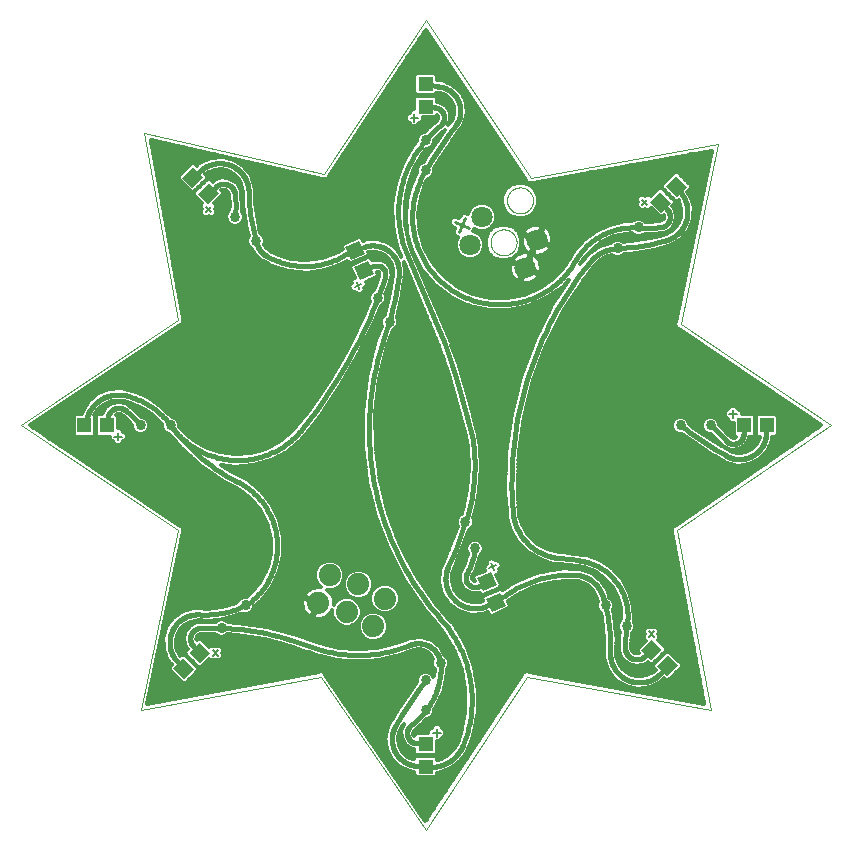
<source format=gbl>
G75*
%MOIN*%
%OFA0B0*%
%FSLAX25Y25*%
%IPPOS*%
%LPD*%
%AMOC8*
5,1,8,0,0,1.08239X$1,22.5*
%
%ADD10C,0.00200*%
%ADD11C,0.00000*%
%ADD12R,0.04724X0.05118*%
%ADD13C,0.00800*%
%ADD14R,0.05118X0.04724*%
%ADD15C,0.07400*%
%ADD16C,0.07087*%
%ADD17C,0.01000*%
%ADD18C,0.01200*%
%ADD19C,0.03377*%
%ADD20C,0.01600*%
D10*
X0041350Y0042100D02*
X0101350Y0053350D01*
X0136350Y0002100D01*
X0170100Y0053350D01*
X0231350Y0042100D01*
X0220100Y0102100D01*
X0271350Y0137100D01*
X0221350Y0170850D01*
X0233850Y0230850D01*
X0171350Y0219600D01*
X0136350Y0272100D01*
X0102600Y0220850D01*
X0042600Y0234600D01*
X0053850Y0172100D01*
X0001350Y0137100D01*
X0053850Y0102100D01*
X0041350Y0042100D01*
D11*
X0158019Y0198100D02*
X0158021Y0198231D01*
X0158027Y0198363D01*
X0158037Y0198494D01*
X0158051Y0198625D01*
X0158069Y0198755D01*
X0158091Y0198884D01*
X0158116Y0199013D01*
X0158146Y0199141D01*
X0158180Y0199268D01*
X0158217Y0199395D01*
X0158258Y0199519D01*
X0158303Y0199643D01*
X0158352Y0199765D01*
X0158404Y0199886D01*
X0158460Y0200004D01*
X0158520Y0200122D01*
X0158583Y0200237D01*
X0158650Y0200350D01*
X0158720Y0200462D01*
X0158793Y0200571D01*
X0158869Y0200677D01*
X0158949Y0200782D01*
X0159032Y0200884D01*
X0159118Y0200983D01*
X0159207Y0201080D01*
X0159299Y0201174D01*
X0159394Y0201265D01*
X0159491Y0201354D01*
X0159591Y0201439D01*
X0159694Y0201521D01*
X0159799Y0201600D01*
X0159906Y0201676D01*
X0160016Y0201748D01*
X0160128Y0201817D01*
X0160242Y0201883D01*
X0160357Y0201945D01*
X0160475Y0202004D01*
X0160594Y0202059D01*
X0160715Y0202111D01*
X0160838Y0202158D01*
X0160962Y0202202D01*
X0161087Y0202243D01*
X0161213Y0202279D01*
X0161341Y0202312D01*
X0161469Y0202340D01*
X0161598Y0202365D01*
X0161728Y0202386D01*
X0161858Y0202403D01*
X0161989Y0202416D01*
X0162120Y0202425D01*
X0162251Y0202430D01*
X0162383Y0202431D01*
X0162514Y0202428D01*
X0162646Y0202421D01*
X0162777Y0202410D01*
X0162907Y0202395D01*
X0163037Y0202376D01*
X0163167Y0202353D01*
X0163295Y0202327D01*
X0163423Y0202296D01*
X0163550Y0202261D01*
X0163676Y0202223D01*
X0163800Y0202181D01*
X0163924Y0202135D01*
X0164045Y0202085D01*
X0164165Y0202032D01*
X0164284Y0201975D01*
X0164401Y0201915D01*
X0164515Y0201851D01*
X0164628Y0201783D01*
X0164739Y0201712D01*
X0164848Y0201638D01*
X0164954Y0201561D01*
X0165058Y0201480D01*
X0165159Y0201397D01*
X0165258Y0201310D01*
X0165354Y0201220D01*
X0165447Y0201127D01*
X0165538Y0201032D01*
X0165625Y0200934D01*
X0165710Y0200833D01*
X0165791Y0200730D01*
X0165869Y0200624D01*
X0165944Y0200516D01*
X0166016Y0200406D01*
X0166084Y0200294D01*
X0166149Y0200180D01*
X0166210Y0200063D01*
X0166268Y0199945D01*
X0166322Y0199825D01*
X0166373Y0199704D01*
X0166420Y0199581D01*
X0166463Y0199457D01*
X0166502Y0199332D01*
X0166538Y0199205D01*
X0166569Y0199077D01*
X0166597Y0198949D01*
X0166621Y0198820D01*
X0166641Y0198690D01*
X0166657Y0198559D01*
X0166669Y0198428D01*
X0166677Y0198297D01*
X0166681Y0198166D01*
X0166681Y0198034D01*
X0166677Y0197903D01*
X0166669Y0197772D01*
X0166657Y0197641D01*
X0166641Y0197510D01*
X0166621Y0197380D01*
X0166597Y0197251D01*
X0166569Y0197123D01*
X0166538Y0196995D01*
X0166502Y0196868D01*
X0166463Y0196743D01*
X0166420Y0196619D01*
X0166373Y0196496D01*
X0166322Y0196375D01*
X0166268Y0196255D01*
X0166210Y0196137D01*
X0166149Y0196020D01*
X0166084Y0195906D01*
X0166016Y0195794D01*
X0165944Y0195684D01*
X0165869Y0195576D01*
X0165791Y0195470D01*
X0165710Y0195367D01*
X0165625Y0195266D01*
X0165538Y0195168D01*
X0165447Y0195073D01*
X0165354Y0194980D01*
X0165258Y0194890D01*
X0165159Y0194803D01*
X0165058Y0194720D01*
X0164954Y0194639D01*
X0164848Y0194562D01*
X0164739Y0194488D01*
X0164628Y0194417D01*
X0164516Y0194349D01*
X0164401Y0194285D01*
X0164284Y0194225D01*
X0164165Y0194168D01*
X0164045Y0194115D01*
X0163924Y0194065D01*
X0163800Y0194019D01*
X0163676Y0193977D01*
X0163550Y0193939D01*
X0163423Y0193904D01*
X0163295Y0193873D01*
X0163167Y0193847D01*
X0163037Y0193824D01*
X0162907Y0193805D01*
X0162777Y0193790D01*
X0162646Y0193779D01*
X0162514Y0193772D01*
X0162383Y0193769D01*
X0162251Y0193770D01*
X0162120Y0193775D01*
X0161989Y0193784D01*
X0161858Y0193797D01*
X0161728Y0193814D01*
X0161598Y0193835D01*
X0161469Y0193860D01*
X0161341Y0193888D01*
X0161213Y0193921D01*
X0161087Y0193957D01*
X0160962Y0193998D01*
X0160838Y0194042D01*
X0160715Y0194089D01*
X0160594Y0194141D01*
X0160475Y0194196D01*
X0160357Y0194255D01*
X0160242Y0194317D01*
X0160128Y0194383D01*
X0160016Y0194452D01*
X0159906Y0194524D01*
X0159799Y0194600D01*
X0159694Y0194679D01*
X0159591Y0194761D01*
X0159491Y0194846D01*
X0159394Y0194935D01*
X0159299Y0195026D01*
X0159207Y0195120D01*
X0159118Y0195217D01*
X0159032Y0195316D01*
X0158949Y0195418D01*
X0158869Y0195523D01*
X0158793Y0195629D01*
X0158720Y0195738D01*
X0158650Y0195850D01*
X0158583Y0195963D01*
X0158520Y0196078D01*
X0158460Y0196196D01*
X0158404Y0196314D01*
X0158352Y0196435D01*
X0158303Y0196557D01*
X0158258Y0196681D01*
X0158217Y0196805D01*
X0158180Y0196932D01*
X0158146Y0197059D01*
X0158116Y0197187D01*
X0158091Y0197316D01*
X0158069Y0197445D01*
X0158051Y0197575D01*
X0158037Y0197706D01*
X0158027Y0197837D01*
X0158021Y0197969D01*
X0158019Y0198100D01*
X0163519Y0212100D02*
X0163521Y0212231D01*
X0163527Y0212363D01*
X0163537Y0212494D01*
X0163551Y0212625D01*
X0163569Y0212755D01*
X0163591Y0212884D01*
X0163616Y0213013D01*
X0163646Y0213141D01*
X0163680Y0213268D01*
X0163717Y0213395D01*
X0163758Y0213519D01*
X0163803Y0213643D01*
X0163852Y0213765D01*
X0163904Y0213886D01*
X0163960Y0214004D01*
X0164020Y0214122D01*
X0164083Y0214237D01*
X0164150Y0214350D01*
X0164220Y0214462D01*
X0164293Y0214571D01*
X0164369Y0214677D01*
X0164449Y0214782D01*
X0164532Y0214884D01*
X0164618Y0214983D01*
X0164707Y0215080D01*
X0164799Y0215174D01*
X0164894Y0215265D01*
X0164991Y0215354D01*
X0165091Y0215439D01*
X0165194Y0215521D01*
X0165299Y0215600D01*
X0165406Y0215676D01*
X0165516Y0215748D01*
X0165628Y0215817D01*
X0165742Y0215883D01*
X0165857Y0215945D01*
X0165975Y0216004D01*
X0166094Y0216059D01*
X0166215Y0216111D01*
X0166338Y0216158D01*
X0166462Y0216202D01*
X0166587Y0216243D01*
X0166713Y0216279D01*
X0166841Y0216312D01*
X0166969Y0216340D01*
X0167098Y0216365D01*
X0167228Y0216386D01*
X0167358Y0216403D01*
X0167489Y0216416D01*
X0167620Y0216425D01*
X0167751Y0216430D01*
X0167883Y0216431D01*
X0168014Y0216428D01*
X0168146Y0216421D01*
X0168277Y0216410D01*
X0168407Y0216395D01*
X0168537Y0216376D01*
X0168667Y0216353D01*
X0168795Y0216327D01*
X0168923Y0216296D01*
X0169050Y0216261D01*
X0169176Y0216223D01*
X0169300Y0216181D01*
X0169424Y0216135D01*
X0169545Y0216085D01*
X0169665Y0216032D01*
X0169784Y0215975D01*
X0169901Y0215915D01*
X0170015Y0215851D01*
X0170128Y0215783D01*
X0170239Y0215712D01*
X0170348Y0215638D01*
X0170454Y0215561D01*
X0170558Y0215480D01*
X0170659Y0215397D01*
X0170758Y0215310D01*
X0170854Y0215220D01*
X0170947Y0215127D01*
X0171038Y0215032D01*
X0171125Y0214934D01*
X0171210Y0214833D01*
X0171291Y0214730D01*
X0171369Y0214624D01*
X0171444Y0214516D01*
X0171516Y0214406D01*
X0171584Y0214294D01*
X0171649Y0214180D01*
X0171710Y0214063D01*
X0171768Y0213945D01*
X0171822Y0213825D01*
X0171873Y0213704D01*
X0171920Y0213581D01*
X0171963Y0213457D01*
X0172002Y0213332D01*
X0172038Y0213205D01*
X0172069Y0213077D01*
X0172097Y0212949D01*
X0172121Y0212820D01*
X0172141Y0212690D01*
X0172157Y0212559D01*
X0172169Y0212428D01*
X0172177Y0212297D01*
X0172181Y0212166D01*
X0172181Y0212034D01*
X0172177Y0211903D01*
X0172169Y0211772D01*
X0172157Y0211641D01*
X0172141Y0211510D01*
X0172121Y0211380D01*
X0172097Y0211251D01*
X0172069Y0211123D01*
X0172038Y0210995D01*
X0172002Y0210868D01*
X0171963Y0210743D01*
X0171920Y0210619D01*
X0171873Y0210496D01*
X0171822Y0210375D01*
X0171768Y0210255D01*
X0171710Y0210137D01*
X0171649Y0210020D01*
X0171584Y0209906D01*
X0171516Y0209794D01*
X0171444Y0209684D01*
X0171369Y0209576D01*
X0171291Y0209470D01*
X0171210Y0209367D01*
X0171125Y0209266D01*
X0171038Y0209168D01*
X0170947Y0209073D01*
X0170854Y0208980D01*
X0170758Y0208890D01*
X0170659Y0208803D01*
X0170558Y0208720D01*
X0170454Y0208639D01*
X0170348Y0208562D01*
X0170239Y0208488D01*
X0170128Y0208417D01*
X0170016Y0208349D01*
X0169901Y0208285D01*
X0169784Y0208225D01*
X0169665Y0208168D01*
X0169545Y0208115D01*
X0169424Y0208065D01*
X0169300Y0208019D01*
X0169176Y0207977D01*
X0169050Y0207939D01*
X0168923Y0207904D01*
X0168795Y0207873D01*
X0168667Y0207847D01*
X0168537Y0207824D01*
X0168407Y0207805D01*
X0168277Y0207790D01*
X0168146Y0207779D01*
X0168014Y0207772D01*
X0167883Y0207769D01*
X0167751Y0207770D01*
X0167620Y0207775D01*
X0167489Y0207784D01*
X0167358Y0207797D01*
X0167228Y0207814D01*
X0167098Y0207835D01*
X0166969Y0207860D01*
X0166841Y0207888D01*
X0166713Y0207921D01*
X0166587Y0207957D01*
X0166462Y0207998D01*
X0166338Y0208042D01*
X0166215Y0208089D01*
X0166094Y0208141D01*
X0165975Y0208196D01*
X0165857Y0208255D01*
X0165742Y0208317D01*
X0165628Y0208383D01*
X0165516Y0208452D01*
X0165406Y0208524D01*
X0165299Y0208600D01*
X0165194Y0208679D01*
X0165091Y0208761D01*
X0164991Y0208846D01*
X0164894Y0208935D01*
X0164799Y0209026D01*
X0164707Y0209120D01*
X0164618Y0209217D01*
X0164532Y0209316D01*
X0164449Y0209418D01*
X0164369Y0209523D01*
X0164293Y0209629D01*
X0164220Y0209738D01*
X0164150Y0209850D01*
X0164083Y0209963D01*
X0164020Y0210078D01*
X0163960Y0210196D01*
X0163904Y0210314D01*
X0163852Y0210435D01*
X0163803Y0210557D01*
X0163758Y0210681D01*
X0163717Y0210805D01*
X0163680Y0210932D01*
X0163646Y0211059D01*
X0163616Y0211187D01*
X0163591Y0211316D01*
X0163569Y0211445D01*
X0163551Y0211575D01*
X0163537Y0211706D01*
X0163527Y0211837D01*
X0163521Y0211969D01*
X0163519Y0212100D01*
D12*
G36*
X0117247Y0191822D02*
X0119093Y0187474D01*
X0114383Y0185474D01*
X0112537Y0189822D01*
X0117247Y0191822D01*
G37*
G36*
X0114317Y0198726D02*
X0116163Y0194378D01*
X0111453Y0192378D01*
X0109607Y0196726D01*
X0114317Y0198726D01*
G37*
G36*
X0064141Y0217927D02*
X0067481Y0214587D01*
X0063863Y0210969D01*
X0060523Y0214309D01*
X0064141Y0217927D01*
G37*
G36*
X0058837Y0223231D02*
X0062177Y0219891D01*
X0058559Y0216273D01*
X0055219Y0219613D01*
X0058837Y0223231D01*
G37*
X0030100Y0137100D03*
X0022600Y0137100D03*
G36*
X0057523Y0061391D02*
X0060863Y0064731D01*
X0064481Y0061113D01*
X0061141Y0057773D01*
X0057523Y0061391D01*
G37*
G36*
X0052219Y0056087D02*
X0055559Y0059427D01*
X0059177Y0055809D01*
X0055837Y0052469D01*
X0052219Y0056087D01*
G37*
G36*
X0155450Y0081848D02*
X0153559Y0086175D01*
X0158248Y0088224D01*
X0160139Y0083897D01*
X0155450Y0081848D01*
G37*
G36*
X0158452Y0074976D02*
X0156561Y0079303D01*
X0161250Y0081352D01*
X0163141Y0077025D01*
X0158452Y0074976D01*
G37*
G36*
X0211559Y0058773D02*
X0208219Y0062113D01*
X0211837Y0065731D01*
X0215177Y0062391D01*
X0211559Y0058773D01*
G37*
G36*
X0216863Y0053469D02*
X0213523Y0056809D01*
X0217141Y0060427D01*
X0220481Y0057087D01*
X0216863Y0053469D01*
G37*
X0242600Y0137100D03*
X0250100Y0137100D03*
G36*
X0218177Y0211309D02*
X0214837Y0207969D01*
X0211219Y0211587D01*
X0214559Y0214927D01*
X0218177Y0211309D01*
G37*
G36*
X0223481Y0216613D02*
X0220141Y0213273D01*
X0216523Y0216891D01*
X0219863Y0220231D01*
X0223481Y0216613D01*
G37*
D13*
X0210279Y0212332D02*
X0208511Y0210564D01*
X0210279Y0210564D02*
X0208511Y0212332D01*
X0238850Y0142100D02*
X0238850Y0139600D01*
X0240100Y0140850D02*
X0237600Y0140850D01*
X0212582Y0068439D02*
X0210814Y0066671D01*
X0212582Y0066671D02*
X0210814Y0068439D01*
X0159284Y0088829D02*
X0158283Y0091119D01*
X0157638Y0089474D02*
X0159929Y0090474D01*
X0140100Y0035850D02*
X0140100Y0033350D01*
X0138850Y0034600D02*
X0141350Y0034600D01*
X0067189Y0060368D02*
X0065421Y0062136D01*
X0065421Y0060368D02*
X0067189Y0062136D01*
X0033850Y0132100D02*
X0033850Y0134600D01*
X0032600Y0133350D02*
X0035100Y0133350D01*
X0063118Y0208261D02*
X0064886Y0210029D01*
X0063118Y0210029D02*
X0064886Y0208261D01*
X0113340Y0184882D02*
X0114317Y0182580D01*
X0114979Y0184219D02*
X0112678Y0183243D01*
X0132600Y0238350D02*
X0132600Y0240850D01*
X0133850Y0239600D02*
X0131350Y0239600D01*
D14*
X0136350Y0243350D03*
X0136350Y0250850D03*
X0136350Y0030850D03*
X0136350Y0023350D03*
D15*
X0118953Y0070167D03*
X0110113Y0074949D03*
X0113972Y0084174D03*
X0104361Y0087110D03*
X0100502Y0077885D03*
X0122812Y0079392D03*
D16*
X0169631Y0189616D03*
X0173506Y0198834D03*
X0155069Y0206584D03*
X0151194Y0197366D03*
D17*
X0150827Y0202944D02*
X0146217Y0204882D01*
X0149491Y0206217D02*
X0147553Y0201608D01*
D18*
X0145980Y0202251D02*
X0134309Y0202251D01*
X0134352Y0201694D02*
X0133914Y0207424D01*
X0134691Y0213119D01*
X0136649Y0218522D01*
X0137063Y0219269D01*
X0137986Y0219651D01*
X0138799Y0220464D01*
X0139238Y0221525D01*
X0139238Y0222675D01*
X0139158Y0222869D01*
X0140387Y0224890D01*
X0145328Y0232300D01*
X0147950Y0235900D01*
X0148447Y0236563D01*
X0149084Y0237412D01*
X0150108Y0241050D01*
X0149751Y0244813D01*
X0148061Y0248193D01*
X0148061Y0248193D01*
X0145265Y0250737D01*
X0141740Y0252100D01*
X0140109Y0252100D01*
X0140109Y0253709D01*
X0139406Y0254412D01*
X0133294Y0254412D01*
X0132591Y0253709D01*
X0132591Y0247991D01*
X0133294Y0247288D01*
X0139406Y0247288D01*
X0140109Y0247991D01*
X0140109Y0247999D01*
X0140241Y0247971D01*
X0140367Y0248052D01*
X0140974Y0247996D01*
X0143070Y0247185D01*
X0144733Y0245673D01*
X0145738Y0243662D01*
X0145950Y0241425D01*
X0145341Y0239261D01*
X0144750Y0238300D01*
X0144473Y0237931D01*
X0144253Y0237637D01*
X0143950Y0237233D01*
X0144598Y0238866D01*
X0144369Y0241440D01*
X0143008Y0243636D01*
X0143008Y0243636D01*
X0143008Y0243636D01*
X0140804Y0244986D01*
X0140804Y0244986D01*
X0140342Y0245024D01*
X0140342Y0245024D01*
X0140109Y0245044D01*
X0140109Y0246209D01*
X0139406Y0246912D01*
X0133294Y0246912D01*
X0132591Y0246209D01*
X0132591Y0242450D01*
X0131937Y0242450D01*
X0131000Y0241513D01*
X0131000Y0241200D01*
X0130687Y0241200D01*
X0129750Y0240263D01*
X0129750Y0238937D01*
X0130687Y0238000D01*
X0131000Y0238000D01*
X0131000Y0237687D01*
X0131937Y0236750D01*
X0133263Y0236750D01*
X0134200Y0237687D01*
X0134200Y0238000D01*
X0134513Y0238000D01*
X0135450Y0238937D01*
X0135450Y0239788D01*
X0139406Y0239788D01*
X0140109Y0240491D01*
X0140109Y0240646D01*
X0140431Y0240127D01*
X0140490Y0239464D01*
X0140244Y0238845D01*
X0140021Y0238595D01*
X0137286Y0236164D01*
X0136242Y0234988D01*
X0135775Y0234988D01*
X0134714Y0234549D01*
X0133901Y0233736D01*
X0133461Y0232675D01*
X0133461Y0231861D01*
X0132474Y0230750D01*
X0128796Y0224597D01*
X0126332Y0217866D01*
X0125169Y0210793D01*
X0125347Y0203627D01*
X0126861Y0196620D01*
X0127936Y0194081D01*
X0127935Y0194080D01*
X0128229Y0193388D01*
X0126993Y0195465D01*
X0126993Y0195465D01*
X0124132Y0197828D01*
X0120643Y0199090D01*
X0116933Y0199104D01*
X0116933Y0199104D01*
X0115653Y0198652D01*
X0115228Y0199653D01*
X0114306Y0200025D01*
X0108680Y0197637D01*
X0108307Y0196715D01*
X0108715Y0195756D01*
X0106547Y0194574D01*
X0101715Y0192869D01*
X0096631Y0192227D01*
X0091526Y0192676D01*
X0086632Y0194198D01*
X0084335Y0195341D01*
X0083708Y0195760D01*
X0082673Y0196851D01*
X0082443Y0197312D01*
X0082738Y0198025D01*
X0082738Y0199175D01*
X0082299Y0200236D01*
X0081486Y0201049D01*
X0081271Y0201138D01*
X0080780Y0203082D01*
X0079566Y0211094D01*
X0079350Y0215142D01*
X0079332Y0215971D01*
X0079309Y0217047D01*
X0078017Y0220631D01*
X0075648Y0223615D01*
X0075648Y0223615D01*
X0075648Y0223615D01*
X0072450Y0225686D01*
X0068759Y0226629D01*
X0068759Y0226629D01*
X0064959Y0226344D01*
X0061450Y0224860D01*
X0060644Y0224146D01*
X0060101Y0223665D01*
X0059335Y0224431D01*
X0058340Y0224431D01*
X0054019Y0220110D01*
X0054019Y0219115D01*
X0058062Y0215072D01*
X0059056Y0215072D01*
X0063378Y0219394D01*
X0063378Y0220388D01*
X0062954Y0220812D01*
X0063666Y0221345D01*
X0065937Y0222305D01*
X0068396Y0222490D01*
X0070785Y0221880D01*
X0072854Y0220539D01*
X0074388Y0218608D01*
X0075224Y0216288D01*
X0075350Y0215058D01*
X0075442Y0210740D01*
X0075442Y0210740D01*
X0076736Y0202199D01*
X0077341Y0200091D01*
X0076961Y0199175D01*
X0076961Y0198025D01*
X0077401Y0196964D01*
X0078214Y0196151D01*
X0078561Y0196007D01*
X0079313Y0194499D01*
X0081183Y0192528D01*
X0081644Y0192267D01*
X0082153Y0191979D01*
X0082365Y0191859D01*
X0083086Y0191451D01*
X0084981Y0190379D01*
X0090721Y0188594D01*
X0096709Y0188067D01*
X0102673Y0188820D01*
X0108342Y0190820D01*
X0110298Y0192026D01*
X0110542Y0191451D01*
X0111463Y0191079D01*
X0117090Y0193467D01*
X0117462Y0194389D01*
X0117244Y0194903D01*
X0117628Y0195003D01*
X0119917Y0194995D01*
X0122070Y0194216D01*
X0123835Y0192758D01*
X0125006Y0190791D01*
X0125446Y0188545D01*
X0125372Y0187399D01*
X0125372Y0187399D01*
X0124047Y0179699D01*
X0122843Y0174102D01*
X0122714Y0174049D01*
X0121901Y0173236D01*
X0121461Y0172175D01*
X0121461Y0171025D01*
X0121743Y0170345D01*
X0121727Y0170302D01*
X0119656Y0164778D01*
X0116869Y0153310D01*
X0115480Y0141592D01*
X0115480Y0141592D01*
X0115509Y0129791D01*
X0116955Y0118079D01*
X0119796Y0106626D01*
X0119796Y0106626D01*
X0123993Y0095597D01*
X0123993Y0095597D01*
X0129485Y0085151D01*
X0136191Y0075441D01*
X0140103Y0071024D01*
X0142320Y0068275D01*
X0142320Y0068275D01*
X0145952Y0062224D01*
X0148413Y0055610D01*
X0149620Y0048657D01*
X0149533Y0041601D01*
X0148154Y0034680D01*
X0146993Y0031344D01*
X0146993Y0031344D01*
X0146435Y0030180D01*
X0144884Y0028125D01*
X0142847Y0026549D01*
X0140468Y0025564D01*
X0140109Y0025518D01*
X0140109Y0026209D01*
X0139406Y0026912D01*
X0133294Y0026912D01*
X0132591Y0026209D01*
X0132591Y0025749D01*
X0132359Y0025788D01*
X0130224Y0026741D01*
X0128523Y0028345D01*
X0127446Y0030421D01*
X0127116Y0032735D01*
X0127568Y0035029D01*
X0128075Y0036087D01*
X0128075Y0036088D01*
X0129019Y0037644D01*
X0128102Y0035334D01*
X0128331Y0032760D01*
X0129692Y0030564D01*
X0129692Y0030564D01*
X0129692Y0030564D01*
X0131896Y0029214D01*
X0131896Y0029214D01*
X0132358Y0029176D01*
X0132591Y0029156D01*
X0132591Y0027991D01*
X0133294Y0027288D01*
X0139406Y0027288D01*
X0140109Y0027991D01*
X0140109Y0031750D01*
X0140763Y0031750D01*
X0141700Y0032687D01*
X0141700Y0033000D01*
X0142013Y0033000D01*
X0142950Y0033937D01*
X0142950Y0035263D01*
X0142013Y0036200D01*
X0141700Y0036200D01*
X0141700Y0036513D01*
X0140763Y0037450D01*
X0139437Y0037450D01*
X0138500Y0036513D01*
X0138500Y0036200D01*
X0138187Y0036200D01*
X0137250Y0035263D01*
X0137250Y0034412D01*
X0133294Y0034412D01*
X0132591Y0033709D01*
X0132591Y0033554D01*
X0132269Y0034073D01*
X0132210Y0034736D01*
X0132456Y0035355D01*
X0132679Y0035605D01*
X0135414Y0038036D01*
X0136458Y0039211D01*
X0136925Y0039211D01*
X0137986Y0039651D01*
X0138799Y0040464D01*
X0139238Y0041525D01*
X0139238Y0042528D01*
X0139824Y0043268D01*
X0142374Y0048856D01*
X0143514Y0054892D01*
X0143461Y0055876D01*
X0143799Y0056214D01*
X0144238Y0057275D01*
X0144238Y0058425D01*
X0143799Y0059486D01*
X0142986Y0060299D01*
X0142897Y0060335D01*
X0141297Y0063218D01*
X0138377Y0065559D01*
X0138377Y0065559D01*
X0134787Y0066620D01*
X0131063Y0066245D01*
X0129543Y0065436D01*
X0126579Y0064419D01*
X0120284Y0063010D01*
X0113850Y0062536D01*
X0107416Y0063010D01*
X0101121Y0064419D01*
X0098068Y0065467D01*
X0097822Y0065561D01*
X0097295Y0065764D01*
X0093335Y0067287D01*
X0093335Y0067287D01*
X0083528Y0069879D01*
X0073499Y0071391D01*
X0073499Y0071391D01*
X0070522Y0071513D01*
X0069986Y0072049D01*
X0068925Y0072488D01*
X0068515Y0072488D01*
X0069188Y0072562D01*
X0074636Y0074090D01*
X0075309Y0074405D01*
X0075775Y0074211D01*
X0076925Y0074211D01*
X0077986Y0074651D01*
X0078799Y0075464D01*
X0079238Y0076525D01*
X0079238Y0076697D01*
X0079318Y0076762D01*
X0079937Y0077204D01*
X0079950Y0077282D01*
X0081598Y0078639D01*
X0085142Y0083192D01*
X0087602Y0088411D01*
X0088858Y0094043D01*
X0088849Y0099812D01*
X0088849Y0099812D01*
X0087576Y0105440D01*
X0085100Y0110652D01*
X0081542Y0115194D01*
X0077075Y0118846D01*
X0075236Y0119767D01*
X0075191Y0119790D01*
X0074496Y0120138D01*
X0074496Y0120138D01*
X0070845Y0122130D01*
X0068084Y0124038D01*
X0072852Y0123408D01*
X0078901Y0123858D01*
X0078901Y0123858D01*
X0084731Y0125534D01*
X0084731Y0125534D01*
X0090096Y0128365D01*
X0094770Y0132232D01*
X0096146Y0133955D01*
X0096146Y0133955D01*
X0096384Y0134253D01*
X0096663Y0134602D01*
X0100667Y0139615D01*
X0100667Y0139615D01*
X0107899Y0150216D01*
X0107899Y0150216D01*
X0114314Y0161331D01*
X0119875Y0172896D01*
X0121453Y0176930D01*
X0121986Y0177151D01*
X0122799Y0177964D01*
X0123238Y0179025D01*
X0123238Y0180175D01*
X0122973Y0180815D01*
X0123589Y0182390D01*
X0124753Y0185984D01*
X0124829Y0186220D01*
X0125110Y0187089D01*
X0124757Y0189384D01*
X0123409Y0191275D01*
X0121356Y0192359D01*
X0119034Y0192405D01*
X0118427Y0192115D01*
X0118158Y0192749D01*
X0117237Y0193121D01*
X0111610Y0190733D01*
X0111238Y0189811D01*
X0112707Y0186351D01*
X0112105Y0186095D01*
X0111608Y0184866D01*
X0111731Y0184579D01*
X0111443Y0184456D01*
X0110946Y0183227D01*
X0111464Y0182007D01*
X0112693Y0181511D01*
X0112981Y0181633D01*
X0113103Y0181345D01*
X0114332Y0180849D01*
X0115552Y0181366D01*
X0116049Y0182595D01*
X0115927Y0182883D01*
X0116214Y0183006D01*
X0116711Y0184234D01*
X0116379Y0185017D01*
X0120020Y0186563D01*
X0120393Y0187485D01*
X0120021Y0188361D01*
X0120321Y0188355D01*
X0120686Y0188162D01*
X0120925Y0187827D01*
X0120988Y0187419D01*
X0120947Y0187216D01*
X0119769Y0183754D01*
X0119207Y0182253D01*
X0118714Y0182049D01*
X0117901Y0181236D01*
X0117461Y0180175D01*
X0117461Y0179025D01*
X0117706Y0178436D01*
X0116096Y0174541D01*
X0110670Y0163255D01*
X0104410Y0152409D01*
X0097353Y0142064D01*
X0093537Y0137098D01*
X0091806Y0135145D01*
X0087789Y0131822D01*
X0083179Y0129389D01*
X0078169Y0127949D01*
X0072970Y0127562D01*
X0067802Y0128245D01*
X0062883Y0129969D01*
X0058419Y0132661D01*
X0054870Y0135957D01*
X0054744Y0136111D01*
X0054238Y0136728D01*
X0054238Y0137675D01*
X0053799Y0138736D01*
X0052986Y0139549D01*
X0051925Y0139988D01*
X0051725Y0139988D01*
X0051509Y0140286D01*
X0051509Y0140286D01*
X0047925Y0143732D01*
X0043789Y0146489D01*
X0043789Y0146489D01*
X0039230Y0148473D01*
X0036811Y0149046D01*
X0036005Y0149237D01*
X0034893Y0149501D01*
X0030960Y0149226D01*
X0030960Y0149226D01*
X0027287Y0147793D01*
X0027287Y0147793D01*
X0024207Y0145331D01*
X0024207Y0145331D01*
X0024207Y0145331D01*
X0022001Y0142063D01*
X0021672Y0140968D01*
X0021640Y0140859D01*
X0019741Y0140859D01*
X0019038Y0140156D01*
X0019038Y0134044D01*
X0019741Y0133341D01*
X0025459Y0133341D01*
X0026162Y0134044D01*
X0026162Y0140156D01*
X0025864Y0140454D01*
X0027257Y0142517D01*
X0029360Y0144199D01*
X0031869Y0145178D01*
X0034555Y0145365D01*
X0035889Y0145154D01*
X0037931Y0144573D01*
X0041821Y0142880D01*
X0045351Y0140527D01*
X0048409Y0137587D01*
X0048461Y0137522D01*
X0048461Y0136525D01*
X0048901Y0135464D01*
X0049714Y0134651D01*
X0050775Y0134211D01*
X0050946Y0134211D01*
X0051473Y0133469D01*
X0051473Y0133469D01*
X0052570Y0132450D01*
X0054869Y0129641D01*
X0061409Y0123611D01*
X0068727Y0118554D01*
X0071964Y0116933D01*
X0071964Y0116933D01*
X0072704Y0116562D01*
X0074813Y0115355D01*
X0078570Y0112284D01*
X0081562Y0108463D01*
X0083645Y0104080D01*
X0084715Y0099347D01*
X0084723Y0094495D01*
X0083667Y0089759D01*
X0081598Y0085369D01*
X0078618Y0081540D01*
X0076929Y0079986D01*
X0076925Y0079988D01*
X0075775Y0079988D01*
X0074714Y0079549D01*
X0073901Y0078736D01*
X0073653Y0078137D01*
X0073203Y0077948D01*
X0068406Y0076603D01*
X0063453Y0076061D01*
X0060961Y0076097D01*
X0060644Y0076114D01*
X0059043Y0076203D01*
X0055352Y0075140D01*
X0052218Y0072919D01*
X0049991Y0069790D01*
X0048919Y0066102D01*
X0048919Y0066102D01*
X0049123Y0062266D01*
X0049123Y0062266D01*
X0050579Y0058712D01*
X0051304Y0057894D01*
X0051720Y0057424D01*
X0051785Y0057351D01*
X0051019Y0056585D01*
X0051019Y0055590D01*
X0055340Y0051268D01*
X0056335Y0051268D01*
X0060378Y0055312D01*
X0060378Y0056306D01*
X0056056Y0060628D01*
X0055062Y0060628D01*
X0054639Y0060205D01*
X0054112Y0060911D01*
X0053183Y0063178D01*
X0053053Y0065625D01*
X0053737Y0067977D01*
X0055157Y0069973D01*
X0057156Y0071390D01*
X0059511Y0072068D01*
X0060739Y0072103D01*
X0060739Y0072103D01*
X0063564Y0071947D01*
X0067510Y0072378D01*
X0066714Y0072049D01*
X0066346Y0071681D01*
X0064850Y0071740D01*
X0062099Y0071631D01*
X0062099Y0071631D01*
X0061365Y0071602D01*
X0061271Y0071598D01*
X0060443Y0071566D01*
X0060443Y0071566D01*
X0059981Y0071547D01*
X0059981Y0071547D01*
X0057707Y0070323D01*
X0056202Y0068224D01*
X0055772Y0065678D01*
X0055772Y0065678D01*
X0056503Y0063201D01*
X0056503Y0063201D01*
X0057044Y0062610D01*
X0056322Y0061888D01*
X0056322Y0060894D01*
X0060644Y0056572D01*
X0061638Y0056572D01*
X0064296Y0059230D01*
X0064758Y0058768D01*
X0066084Y0058768D01*
X0066305Y0058989D01*
X0066526Y0058768D01*
X0067852Y0058768D01*
X0068789Y0059705D01*
X0068789Y0061030D01*
X0068568Y0061252D01*
X0068789Y0061473D01*
X0068789Y0062798D01*
X0067852Y0063736D01*
X0066526Y0063736D01*
X0066305Y0063514D01*
X0066084Y0063736D01*
X0064758Y0063736D01*
X0064157Y0063134D01*
X0061360Y0065931D01*
X0060365Y0065931D01*
X0060014Y0065580D01*
X0059912Y0065926D01*
X0060031Y0066629D01*
X0060446Y0067209D01*
X0061074Y0067547D01*
X0061429Y0067602D01*
X0064850Y0067669D01*
X0066223Y0067642D01*
X0066714Y0067151D01*
X0067775Y0066711D01*
X0068925Y0066711D01*
X0069986Y0067151D01*
X0070298Y0067463D01*
X0073105Y0067272D01*
X0082690Y0065827D01*
X0092061Y0063350D01*
X0096632Y0061733D01*
X0097405Y0061436D01*
X0099925Y0060467D01*
X0099925Y0060467D01*
X0106812Y0058925D01*
X0113850Y0058407D01*
X0120888Y0058925D01*
X0127775Y0060467D01*
X0130425Y0061486D01*
X0130558Y0061445D01*
X0131182Y0061777D01*
X0131841Y0062031D01*
X0131858Y0062069D01*
X0132278Y0062243D01*
X0134397Y0062456D01*
X0136439Y0061852D01*
X0138101Y0060520D01*
X0138805Y0059253D01*
X0138461Y0058425D01*
X0138461Y0057275D01*
X0138901Y0056214D01*
X0139342Y0055773D01*
X0139338Y0055169D01*
X0138983Y0053291D01*
X0138799Y0053736D01*
X0137986Y0054549D01*
X0136925Y0054988D01*
X0135775Y0054988D01*
X0134714Y0054549D01*
X0133901Y0053736D01*
X0133461Y0052675D01*
X0133461Y0051588D01*
X0132006Y0049653D01*
X0132006Y0049653D01*
X0126938Y0042052D01*
X0126938Y0042052D01*
X0124998Y0038747D01*
X0124625Y0038113D01*
X0124467Y0037842D01*
X0124206Y0037398D01*
X0123681Y0036504D01*
X0122960Y0032845D01*
X0122960Y0032845D01*
X0123488Y0029152D01*
X0123488Y0029152D01*
X0125205Y0025840D01*
X0127919Y0023281D01*
X0131325Y0021762D01*
X0131325Y0021762D01*
X0132591Y0021656D01*
X0132591Y0020491D01*
X0133294Y0019788D01*
X0139406Y0019788D01*
X0140109Y0020491D01*
X0140109Y0021399D01*
X0141527Y0021580D01*
X0144915Y0022984D01*
X0147815Y0025228D01*
X0150025Y0028154D01*
X0150025Y0028154D01*
X0150399Y0029087D01*
X0150707Y0029856D01*
X0152161Y0033489D01*
X0153691Y0041164D01*
X0153691Y0041164D01*
X0153787Y0048990D01*
X0153787Y0048990D01*
X0152448Y0056701D01*
X0149719Y0064036D01*
X0149719Y0064036D01*
X0145692Y0070746D01*
X0143646Y0073056D01*
X0143097Y0073676D01*
X0139479Y0078018D01*
X0133059Y0087314D01*
X0127801Y0097315D01*
X0123783Y0107874D01*
X0121062Y0118840D01*
X0119678Y0130052D01*
X0119651Y0141351D01*
X0120981Y0152570D01*
X0123648Y0163549D01*
X0125473Y0168898D01*
X0125491Y0168946D01*
X0125986Y0169151D01*
X0126799Y0169964D01*
X0127238Y0171025D01*
X0127238Y0172175D01*
X0126799Y0173236D01*
X0126794Y0173241D01*
X0128136Y0178908D01*
X0129328Y0186801D01*
X0129451Y0187621D01*
X0129605Y0188636D01*
X0129053Y0191451D01*
X0140981Y0163384D01*
X0143509Y0155952D01*
X0147980Y0140801D01*
X0149886Y0133209D01*
X0150368Y0129777D01*
X0150694Y0122754D01*
X0150145Y0115744D01*
X0148731Y0108857D01*
X0148299Y0107437D01*
X0147964Y0107299D01*
X0147151Y0106486D01*
X0146711Y0105425D01*
X0146711Y0104275D01*
X0147023Y0103523D01*
X0146422Y0101788D01*
X0143583Y0094505D01*
X0142026Y0090920D01*
X0141686Y0090164D01*
X0141189Y0089058D01*
X0141189Y0089058D01*
X0140851Y0084988D01*
X0141888Y0081038D01*
X0144181Y0077660D01*
X0144181Y0077659D02*
X0144181Y0077659D01*
X0147469Y0075238D01*
X0147469Y0075238D01*
X0151376Y0074050D01*
X0151376Y0074050D01*
X0155456Y0074231D01*
X0157166Y0074921D01*
X0157551Y0074039D01*
X0158477Y0073676D01*
X0164078Y0076123D01*
X0164441Y0077048D01*
X0163758Y0078612D01*
X0167522Y0080995D01*
X0172216Y0083119D01*
X0174663Y0083931D01*
X0177393Y0084616D01*
X0182973Y0085328D01*
X0185787Y0085351D01*
X0187144Y0085196D01*
X0189693Y0084239D01*
X0191798Y0082512D01*
X0193235Y0080199D01*
X0193482Y0079428D01*
X0193436Y0079310D01*
X0193693Y0078719D01*
X0193765Y0078408D01*
X0193461Y0077675D01*
X0193461Y0076525D01*
X0193901Y0075464D01*
X0194714Y0074651D01*
X0194812Y0074611D01*
X0195147Y0072945D01*
X0195872Y0065447D01*
X0195852Y0061679D01*
X0195819Y0060851D01*
X0195770Y0059605D01*
X0197032Y0055651D01*
X0199568Y0052366D01*
X0199568Y0052366D01*
X0199568Y0052366D01*
X0203074Y0050144D01*
X0207128Y0049253D01*
X0211242Y0049800D01*
X0211242Y0049800D01*
X0214923Y0051719D01*
X0215875Y0052759D01*
X0216365Y0052268D01*
X0217360Y0052268D01*
X0221681Y0056590D01*
X0221681Y0057585D01*
X0217638Y0061628D01*
X0216644Y0061628D01*
X0212322Y0057306D01*
X0212322Y0056312D01*
X0213014Y0055620D01*
X0212376Y0055035D01*
X0209981Y0053787D01*
X0207304Y0053431D01*
X0204666Y0054011D01*
X0202385Y0055456D01*
X0200734Y0057594D01*
X0199913Y0060167D01*
X0199848Y0061521D01*
X0199855Y0061697D01*
X0199881Y0062349D01*
X0200008Y0065565D01*
X0200008Y0065565D01*
X0199229Y0073622D01*
X0198794Y0075459D01*
X0198799Y0075464D01*
X0199238Y0076525D01*
X0199238Y0077675D01*
X0198799Y0078736D01*
X0197986Y0079549D01*
X0197631Y0079696D01*
X0197507Y0079981D01*
X0197087Y0081791D01*
X0194932Y0085259D01*
X0191776Y0087849D01*
X0191776Y0087849D01*
X0187953Y0089285D01*
X0186741Y0089323D01*
X0185913Y0089349D01*
X0185085Y0089375D01*
X0182776Y0089448D01*
X0176549Y0088653D01*
X0173566Y0087778D01*
X0173537Y0087769D01*
X0170790Y0086963D01*
X0165575Y0084603D01*
X0162008Y0082345D01*
X0161226Y0082651D01*
X0155625Y0080204D01*
X0155262Y0079279D01*
X0155553Y0078613D01*
X0154569Y0078309D01*
X0151899Y0078191D01*
X0149341Y0078968D01*
X0147189Y0080554D01*
X0145688Y0082765D01*
X0145009Y0085351D01*
X0145230Y0088014D01*
X0145674Y0089280D01*
X0145674Y0089280D01*
X0145779Y0089514D01*
X0146014Y0090036D01*
X0147319Y0092938D01*
X0147319Y0092939D01*
X0150232Y0100413D01*
X0150839Y0102237D01*
X0151236Y0102401D01*
X0152049Y0103214D01*
X0152488Y0104275D01*
X0152488Y0105425D01*
X0152169Y0106197D01*
X0152705Y0107780D01*
X0154222Y0115168D01*
X0154222Y0115168D01*
X0154811Y0122688D01*
X0154462Y0130223D01*
X0153950Y0133194D01*
X0153987Y0133254D01*
X0153810Y0134001D01*
X0153680Y0134756D01*
X0153622Y0134797D01*
X0151951Y0141856D01*
X0147417Y0157222D01*
X0144989Y0164055D01*
X0145015Y0164120D01*
X0144714Y0164827D01*
X0144457Y0165550D01*
X0144394Y0165580D01*
X0131943Y0194878D01*
X0131942Y0194880D01*
X0130835Y0197879D01*
X0129486Y0204121D01*
X0129327Y0210505D01*
X0130364Y0216807D01*
X0132559Y0222804D01*
X0135836Y0228285D01*
X0136584Y0229211D01*
X0136925Y0229211D01*
X0137986Y0229651D01*
X0138799Y0230464D01*
X0139238Y0231525D01*
X0139238Y0232249D01*
X0140191Y0233259D01*
X0142679Y0235605D01*
X0142829Y0235739D01*
X0142010Y0234647D01*
X0136945Y0227049D01*
X0135716Y0224964D01*
X0134714Y0224549D01*
X0133901Y0223736D01*
X0133461Y0222675D01*
X0133461Y0221525D01*
X0133529Y0221363D01*
X0132895Y0220352D01*
X0130636Y0214118D01*
X0130636Y0214118D01*
X0129739Y0207548D01*
X0130245Y0200936D01*
X0132131Y0194579D01*
X0135312Y0188761D01*
X0139646Y0183743D01*
X0139646Y0183743D01*
X0139646Y0183743D01*
X0144939Y0179749D01*
X0144939Y0179749D01*
X0150954Y0176958D01*
X0150954Y0176958D01*
X0157422Y0175496D01*
X0164052Y0175427D01*
X0164052Y0175427D01*
X0170549Y0176754D01*
X0176621Y0179419D01*
X0181996Y0183302D01*
X0184101Y0185640D01*
X0178608Y0177180D01*
X0172759Y0165570D01*
X0168212Y0153391D01*
X0165020Y0140789D01*
X0163222Y0127914D01*
X0162838Y0114920D01*
X0162838Y0114920D01*
X0163345Y0108579D01*
X0163356Y0108441D01*
X0163367Y0108307D01*
X0163422Y0107615D01*
X0163537Y0106183D01*
X0163537Y0106183D01*
X0164941Y0101875D01*
X0167309Y0098013D01*
X0170513Y0094809D01*
X0174375Y0092441D01*
X0178683Y0091037D01*
X0180901Y0090860D01*
X0187112Y0090114D01*
X0189026Y0089770D01*
X0192667Y0088422D01*
X0195894Y0086264D01*
X0198530Y0083413D01*
X0200430Y0080027D01*
X0201489Y0076291D01*
X0201646Y0072481D01*
X0200901Y0071736D01*
X0200461Y0070675D01*
X0200461Y0069525D01*
X0200901Y0068464D01*
X0201138Y0068227D01*
X0200979Y0066751D01*
X0200881Y0063999D01*
X0200881Y0063999D01*
X0200851Y0063171D01*
X0200801Y0061765D01*
X0201984Y0059212D01*
X0204194Y0057471D01*
X0204194Y0057471D01*
X0206953Y0056919D01*
X0206953Y0056919D01*
X0209664Y0057675D01*
X0210340Y0058294D01*
X0211062Y0057572D01*
X0212056Y0057572D01*
X0216378Y0061894D01*
X0216378Y0062888D01*
X0213720Y0065546D01*
X0214182Y0066008D01*
X0214182Y0067334D01*
X0213961Y0067555D01*
X0214182Y0067776D01*
X0214182Y0069102D01*
X0213245Y0070039D01*
X0211919Y0070039D01*
X0211698Y0069818D01*
X0211477Y0070039D01*
X0210152Y0070039D01*
X0209214Y0069102D01*
X0209214Y0067776D01*
X0209436Y0067555D01*
X0209214Y0067334D01*
X0209214Y0066008D01*
X0209816Y0065407D01*
X0207019Y0062610D01*
X0207019Y0061615D01*
X0207388Y0061246D01*
X0206798Y0061082D01*
X0205940Y0061254D01*
X0205253Y0061795D01*
X0204885Y0062589D01*
X0204849Y0063029D01*
X0205033Y0066462D01*
X0205154Y0067819D01*
X0205799Y0068464D01*
X0206238Y0069525D01*
X0206238Y0070675D01*
X0205799Y0071736D01*
X0205724Y0071811D01*
X0205780Y0072096D01*
X0205780Y0072096D01*
X0205580Y0076946D01*
X0205580Y0076946D01*
X0204256Y0081616D01*
X0204256Y0081616D01*
X0201881Y0085850D01*
X0198585Y0089413D01*
X0194550Y0092112D01*
X0189998Y0093797D01*
X0188411Y0093987D01*
X0186821Y0094178D01*
X0186766Y0094184D01*
X0182115Y0094743D01*
X0182085Y0094778D01*
X0181299Y0094840D01*
X0181178Y0094855D01*
X0179493Y0095090D01*
X0176108Y0096193D01*
X0173073Y0098055D01*
X0170555Y0100573D01*
X0168693Y0103608D01*
X0167590Y0106993D01*
X0167344Y0108759D01*
X0167015Y0115025D01*
X0167384Y0127563D01*
X0169120Y0139986D01*
X0172200Y0152146D01*
X0176587Y0163897D01*
X0182231Y0175100D01*
X0189062Y0185620D01*
X0192880Y0190560D01*
X0193871Y0191566D01*
X0193871Y0191566D01*
X0196249Y0193130D01*
X0198528Y0193837D01*
X0198714Y0193651D01*
X0199775Y0193211D01*
X0200925Y0193211D01*
X0201986Y0193651D01*
X0202585Y0194250D01*
X0204503Y0194383D01*
X0212448Y0195664D01*
X0216320Y0196656D01*
X0218221Y0197088D01*
X0221593Y0199152D01*
X0224126Y0202188D01*
X0225553Y0205875D01*
X0225553Y0205875D01*
X0225724Y0209825D01*
X0225724Y0209825D01*
X0224621Y0213622D01*
X0223622Y0215056D01*
X0224681Y0216115D01*
X0224681Y0217110D01*
X0220360Y0221431D01*
X0219365Y0221431D01*
X0215322Y0217388D01*
X0215322Y0216394D01*
X0219644Y0212072D01*
X0220638Y0212072D01*
X0220692Y0212126D01*
X0220866Y0211828D01*
X0221592Y0209328D01*
X0221480Y0206728D01*
X0220540Y0204300D01*
X0218872Y0202302D01*
X0216653Y0200942D01*
X0215420Y0200554D01*
X0215380Y0200544D01*
X0214599Y0200367D01*
X0214596Y0200362D01*
X0211614Y0199670D01*
X0204035Y0198447D01*
X0202252Y0198283D01*
X0201986Y0198549D01*
X0200925Y0198988D01*
X0199775Y0198988D01*
X0198714Y0198549D01*
X0198189Y0198024D01*
X0194481Y0196875D01*
X0191133Y0194673D01*
X0190352Y0193760D01*
X0190326Y0193757D01*
X0189815Y0193133D01*
X0189292Y0192521D01*
X0189294Y0192495D01*
X0187912Y0190804D01*
X0188084Y0191104D01*
X0189218Y0192858D01*
X0192003Y0195964D01*
X0195375Y0198421D01*
X0199184Y0200121D01*
X0203264Y0200990D01*
X0205269Y0201096D01*
X0205714Y0200651D01*
X0206775Y0200211D01*
X0207925Y0200211D01*
X0208986Y0200651D01*
X0209354Y0201019D01*
X0210850Y0200960D01*
X0213601Y0201069D01*
X0214429Y0201102D01*
X0214639Y0201110D01*
X0215719Y0201153D01*
X0217993Y0202377D01*
X0219498Y0204476D01*
X0219928Y0207022D01*
X0219928Y0207022D01*
X0219197Y0209499D01*
X0219197Y0209499D01*
X0218884Y0209840D01*
X0218884Y0209840D01*
X0218656Y0210090D01*
X0219378Y0210812D01*
X0219378Y0211806D01*
X0215056Y0216128D01*
X0214062Y0216128D01*
X0211404Y0213470D01*
X0210942Y0213932D01*
X0209616Y0213932D01*
X0209395Y0213711D01*
X0209174Y0213932D01*
X0207848Y0213932D01*
X0206911Y0212995D01*
X0206911Y0211669D01*
X0207132Y0211448D01*
X0206911Y0211227D01*
X0206911Y0209902D01*
X0207848Y0208964D01*
X0209174Y0208964D01*
X0209395Y0209186D01*
X0209616Y0208964D01*
X0210942Y0208964D01*
X0211543Y0209566D01*
X0214340Y0206768D01*
X0215335Y0206768D01*
X0215686Y0207120D01*
X0215788Y0206774D01*
X0215669Y0206071D01*
X0215254Y0205491D01*
X0214626Y0205153D01*
X0214271Y0205098D01*
X0210850Y0205031D01*
X0209477Y0205058D01*
X0208986Y0205549D01*
X0207925Y0205988D01*
X0206775Y0205988D01*
X0205714Y0205549D01*
X0205265Y0205100D01*
X0202831Y0205100D01*
X0197904Y0204050D01*
X0193304Y0201997D01*
X0189233Y0199030D01*
X0185870Y0195280D01*
X0185028Y0193814D01*
X0184777Y0193378D01*
X0184616Y0193096D01*
X0184616Y0193096D01*
X0183053Y0190680D01*
X0179206Y0186409D01*
X0174547Y0183044D01*
X0169285Y0180734D01*
X0163654Y0179583D01*
X0157907Y0179643D01*
X0152301Y0180911D01*
X0147088Y0183330D01*
X0142500Y0186792D01*
X0138744Y0191141D01*
X0135986Y0196184D01*
X0134352Y0201694D01*
X0134542Y0201053D02*
X0145944Y0201053D01*
X0145713Y0201618D02*
X0146245Y0200314D01*
X0147127Y0199943D01*
X0146450Y0198309D01*
X0146450Y0196422D01*
X0147173Y0194679D01*
X0148507Y0193345D01*
X0150250Y0192623D01*
X0152137Y0192623D01*
X0153881Y0193345D01*
X0155215Y0194679D01*
X0155937Y0196422D01*
X0155937Y0198309D01*
X0155215Y0200053D01*
X0153881Y0201387D01*
X0152293Y0202045D01*
X0152492Y0202518D01*
X0154125Y0201841D01*
X0156012Y0201841D01*
X0157756Y0202563D01*
X0159090Y0203898D01*
X0159812Y0205641D01*
X0159812Y0207528D01*
X0159090Y0209271D01*
X0157756Y0210606D01*
X0156012Y0211328D01*
X0154125Y0211328D01*
X0152382Y0210606D01*
X0151048Y0209271D01*
X0150390Y0207683D01*
X0149500Y0208057D01*
X0148197Y0207525D01*
X0147614Y0206139D01*
X0146227Y0206722D01*
X0144923Y0206189D01*
X0144377Y0204891D01*
X0144909Y0203587D01*
X0146296Y0203004D01*
X0145713Y0201618D01*
X0145236Y0203450D02*
X0134218Y0203450D01*
X0134126Y0204648D02*
X0144476Y0204648D01*
X0144779Y0205847D02*
X0134034Y0205847D01*
X0133942Y0207045D02*
X0147995Y0207045D01*
X0150622Y0208244D02*
X0134025Y0208244D01*
X0134189Y0209442D02*
X0151219Y0209442D01*
X0152467Y0210641D02*
X0134352Y0210641D01*
X0134516Y0211839D02*
X0161919Y0211839D01*
X0161919Y0210920D02*
X0162822Y0208741D01*
X0164491Y0207072D01*
X0166670Y0206169D01*
X0169030Y0206169D01*
X0171209Y0207072D01*
X0172878Y0208741D01*
X0173781Y0210920D01*
X0173781Y0213280D01*
X0172878Y0215459D01*
X0171209Y0217128D01*
X0169030Y0218031D01*
X0166670Y0218031D01*
X0164491Y0217128D01*
X0162822Y0215459D01*
X0161919Y0213280D01*
X0161919Y0210920D01*
X0162035Y0210641D02*
X0157670Y0210641D01*
X0158919Y0209442D02*
X0162531Y0209442D01*
X0163319Y0208244D02*
X0159516Y0208244D01*
X0159812Y0207045D02*
X0164555Y0207045D01*
X0163530Y0204031D02*
X0161170Y0204031D01*
X0158991Y0203128D01*
X0157322Y0201459D01*
X0156419Y0199280D01*
X0156419Y0196920D01*
X0157322Y0194741D01*
X0158991Y0193072D01*
X0161170Y0192169D01*
X0163530Y0192169D01*
X0165709Y0193072D01*
X0167378Y0194741D01*
X0168281Y0196920D01*
X0168281Y0199280D01*
X0167378Y0201459D01*
X0165709Y0203128D01*
X0163530Y0204031D01*
X0164932Y0203450D02*
X0171236Y0203450D01*
X0171532Y0203601D02*
X0170811Y0203233D01*
X0170156Y0202757D01*
X0169583Y0202185D01*
X0169107Y0201530D01*
X0168927Y0201176D01*
X0173301Y0199337D01*
X0173003Y0198629D01*
X0168629Y0200468D01*
X0168490Y0200039D01*
X0168363Y0199239D01*
X0168363Y0198429D01*
X0168490Y0197630D01*
X0168740Y0196860D01*
X0169107Y0196138D01*
X0169583Y0195484D01*
X0170156Y0194911D01*
X0170457Y0194692D01*
X0170036Y0194759D01*
X0169226Y0194759D01*
X0168427Y0194632D01*
X0167657Y0194382D01*
X0166935Y0194014D01*
X0166280Y0193539D01*
X0165708Y0192966D01*
X0165232Y0192311D01*
X0165052Y0191957D01*
X0169426Y0190119D01*
X0171264Y0194493D01*
X0173003Y0198629D01*
X0173712Y0198331D01*
X0174009Y0199039D01*
X0178383Y0197201D01*
X0178523Y0197630D01*
X0178649Y0198429D01*
X0178649Y0199239D01*
X0178523Y0200039D01*
X0178273Y0200808D01*
X0177905Y0201530D01*
X0177429Y0202185D01*
X0176857Y0202757D01*
X0176202Y0203233D01*
X0175848Y0203413D01*
X0174009Y0199040D01*
X0173301Y0199337D01*
X0175140Y0203711D01*
X0174711Y0203851D01*
X0173911Y0203977D01*
X0173101Y0203977D01*
X0172302Y0203851D01*
X0171532Y0203601D01*
X0169650Y0202251D02*
X0166586Y0202251D01*
X0167546Y0201053D02*
X0169220Y0201053D01*
X0168460Y0199854D02*
X0168043Y0199854D01*
X0168281Y0198656D02*
X0168363Y0198656D01*
X0168281Y0197457D02*
X0168546Y0197457D01*
X0169046Y0196259D02*
X0168007Y0196259D01*
X0167510Y0195060D02*
X0170006Y0195060D01*
X0171503Y0195060D02*
X0172337Y0195060D01*
X0171873Y0193957D02*
X0170134Y0189821D01*
X0169426Y0190119D01*
X0169128Y0189410D01*
X0169836Y0189112D01*
X0167998Y0184738D01*
X0168427Y0184599D01*
X0169226Y0184472D01*
X0170036Y0184472D01*
X0170835Y0184599D01*
X0171605Y0184849D01*
X0172327Y0185217D01*
X0172982Y0185692D01*
X0173554Y0186265D01*
X0174030Y0186920D01*
X0174210Y0187274D01*
X0169836Y0189112D01*
X0170134Y0189821D01*
X0174508Y0187982D01*
X0174648Y0188411D01*
X0174774Y0189211D01*
X0174774Y0190020D01*
X0174648Y0190820D01*
X0174398Y0191590D01*
X0174030Y0192311D01*
X0173554Y0192966D01*
X0172982Y0193539D01*
X0172680Y0193758D01*
X0173101Y0193691D01*
X0173911Y0193691D01*
X0174711Y0193817D01*
X0175481Y0194068D01*
X0176202Y0194435D01*
X0176857Y0194911D01*
X0177429Y0195484D01*
X0177905Y0196138D01*
X0178085Y0196492D01*
X0173712Y0198331D01*
X0171873Y0193957D01*
X0171873Y0193957D01*
X0171833Y0193862D02*
X0170999Y0193862D01*
X0171329Y0192663D02*
X0170495Y0192663D01*
X0170825Y0191465D02*
X0169992Y0191465D01*
X0170321Y0190266D02*
X0169488Y0190266D01*
X0169075Y0190266D02*
X0167091Y0190266D01*
X0166223Y0191465D02*
X0138567Y0191465D01*
X0137911Y0192663D02*
X0150152Y0192663D01*
X0152236Y0192663D02*
X0159978Y0192663D01*
X0158201Y0193862D02*
X0154398Y0193862D01*
X0155373Y0195060D02*
X0157190Y0195060D01*
X0156693Y0196259D02*
X0155869Y0196259D01*
X0155937Y0197457D02*
X0156419Y0197457D01*
X0156419Y0198656D02*
X0155794Y0198656D01*
X0155297Y0199854D02*
X0156657Y0199854D01*
X0157154Y0201053D02*
X0154215Y0201053D01*
X0153135Y0202251D02*
X0152380Y0202251D01*
X0157003Y0202251D02*
X0158114Y0202251D01*
X0158642Y0203450D02*
X0159768Y0203450D01*
X0159401Y0204648D02*
X0200712Y0204648D01*
X0197904Y0204050D02*
X0197904Y0204050D01*
X0196559Y0203450D02*
X0175030Y0203450D01*
X0175359Y0202251D02*
X0174526Y0202251D01*
X0174856Y0201053D02*
X0174022Y0201053D01*
X0174352Y0199854D02*
X0173518Y0199854D01*
X0173848Y0198656D02*
X0174922Y0198656D01*
X0175790Y0197457D02*
X0177773Y0197457D01*
X0178467Y0197457D02*
X0187823Y0197457D01*
X0188898Y0198656D02*
X0178649Y0198656D01*
X0178552Y0199854D02*
X0190364Y0199854D01*
X0189233Y0199030D02*
X0189233Y0199030D01*
X0192009Y0201053D02*
X0178148Y0201053D01*
X0177363Y0202251D02*
X0193874Y0202251D01*
X0193304Y0201997D02*
X0193304Y0201997D01*
X0195901Y0198656D02*
X0198972Y0198656D01*
X0198586Y0199854D02*
X0212410Y0199854D01*
X0213197Y0201053D02*
X0216833Y0201053D01*
X0217759Y0202251D02*
X0218791Y0202251D01*
X0217993Y0202377D02*
X0217993Y0202377D01*
X0218762Y0203450D02*
X0219831Y0203450D01*
X0219498Y0204476D02*
X0219498Y0204476D01*
X0219527Y0204648D02*
X0220675Y0204648D01*
X0221139Y0205847D02*
X0219730Y0205847D01*
X0219921Y0207045D02*
X0221494Y0207045D01*
X0221545Y0208244D02*
X0219568Y0208244D01*
X0219214Y0209442D02*
X0221559Y0209442D01*
X0221211Y0210641D02*
X0219207Y0210641D01*
X0219345Y0211839D02*
X0220859Y0211839D01*
X0218678Y0213038D02*
X0218146Y0213038D01*
X0217479Y0214237D02*
X0216948Y0214237D01*
X0216281Y0215435D02*
X0215749Y0215435D01*
X0215322Y0216634D02*
X0171704Y0216634D01*
X0171707Y0217795D02*
X0171999Y0217989D01*
X0231672Y0228731D01*
X0219754Y0171524D01*
X0219547Y0171217D01*
X0219616Y0170862D01*
X0219542Y0170507D01*
X0219745Y0170198D01*
X0219815Y0169835D01*
X0220115Y0169632D01*
X0220314Y0169329D01*
X0220676Y0169254D01*
X0268324Y0137092D01*
X0219436Y0103705D01*
X0219095Y0103641D01*
X0218877Y0103324D01*
X0218560Y0103107D01*
X0218495Y0102765D01*
X0218299Y0102479D01*
X0218370Y0102101D01*
X0218299Y0101723D01*
X0218495Y0101436D01*
X0229223Y0044219D01*
X0170747Y0054960D01*
X0170447Y0055157D01*
X0170081Y0055082D01*
X0169715Y0055149D01*
X0169419Y0054945D01*
X0169067Y0054873D01*
X0168862Y0054561D01*
X0168555Y0054350D01*
X0168490Y0053997D01*
X0136324Y0005152D01*
X0102955Y0054014D01*
X0102891Y0054355D01*
X0102574Y0054573D01*
X0102357Y0054890D01*
X0102015Y0054955D01*
X0101729Y0055151D01*
X0101351Y0055080D01*
X0100973Y0055151D01*
X0100686Y0054955D01*
X0043532Y0044239D01*
X0055447Y0101431D01*
X0055655Y0101743D01*
X0055585Y0102093D01*
X0055658Y0102443D01*
X0055452Y0102756D01*
X0055379Y0103124D01*
X0055082Y0103322D01*
X0054886Y0103621D01*
X0054519Y0103697D01*
X0004415Y0137100D01*
X0054499Y0170490D01*
X0054844Y0170552D01*
X0055062Y0170865D01*
X0055379Y0171076D01*
X0055448Y0171420D01*
X0055648Y0171708D01*
X0055580Y0172083D01*
X0055655Y0172457D01*
X0055460Y0172749D01*
X0044729Y0232368D01*
X0101921Y0219261D01*
X0102253Y0219043D01*
X0102581Y0219110D01*
X0102907Y0219036D01*
X0103243Y0219247D01*
X0103633Y0219327D01*
X0103816Y0219606D01*
X0104100Y0219784D01*
X0104188Y0220171D01*
X0136359Y0269022D01*
X0169739Y0218951D01*
X0169802Y0218606D01*
X0170115Y0218388D01*
X0170326Y0218071D01*
X0170670Y0218002D01*
X0170958Y0217802D01*
X0171333Y0217870D01*
X0171707Y0217795D01*
X0171763Y0217832D02*
X0215766Y0217832D01*
X0216964Y0219031D02*
X0177783Y0219031D01*
X0172888Y0215435D02*
X0213369Y0215435D01*
X0212170Y0214237D02*
X0173384Y0214237D01*
X0173781Y0213038D02*
X0206954Y0213038D01*
X0206911Y0211839D02*
X0173781Y0211839D01*
X0173665Y0210641D02*
X0206911Y0210641D01*
X0207370Y0209442D02*
X0173169Y0209442D01*
X0172381Y0208244D02*
X0212865Y0208244D01*
X0211667Y0209442D02*
X0211420Y0209442D01*
X0214064Y0207045D02*
X0171145Y0207045D01*
X0172071Y0199854D02*
X0170088Y0199854D01*
X0172939Y0198656D02*
X0173014Y0198656D01*
X0173344Y0197457D02*
X0172511Y0197457D01*
X0172840Y0196259D02*
X0172007Y0196259D01*
X0174847Y0193862D02*
X0185055Y0193862D01*
X0185028Y0193814D02*
X0185028Y0193814D01*
X0184336Y0192663D02*
X0173774Y0192663D01*
X0174438Y0191465D02*
X0183560Y0191465D01*
X0182680Y0190266D02*
X0174735Y0190266D01*
X0174752Y0189068D02*
X0181601Y0189068D01*
X0180521Y0187869D02*
X0172794Y0187869D01*
X0171926Y0189068D02*
X0169942Y0189068D01*
X0169818Y0189068D02*
X0168984Y0189068D01*
X0169128Y0189410D02*
X0167289Y0185036D01*
X0166935Y0185217D01*
X0166280Y0185692D01*
X0165708Y0186265D01*
X0165232Y0186920D01*
X0164865Y0187641D01*
X0164614Y0188411D01*
X0164488Y0189211D01*
X0164488Y0190020D01*
X0164614Y0190820D01*
X0164754Y0191249D01*
X0169128Y0189410D01*
X0169314Y0187869D02*
X0168480Y0187869D01*
X0168810Y0186671D02*
X0167976Y0186671D01*
X0168306Y0185472D02*
X0167473Y0185472D01*
X0166583Y0185472D02*
X0144249Y0185472D01*
X0145837Y0184274D02*
X0176250Y0184274D01*
X0177909Y0185472D02*
X0172679Y0185472D01*
X0173849Y0186671D02*
X0179442Y0186671D01*
X0182871Y0184274D02*
X0183214Y0184274D01*
X0183951Y0185472D02*
X0183993Y0185472D01*
X0182436Y0183075D02*
X0181682Y0183075D01*
X0181996Y0183302D02*
X0181996Y0183302D01*
X0181658Y0181877D02*
X0180023Y0181877D01*
X0180880Y0180678D02*
X0178364Y0180678D01*
X0176705Y0179480D02*
X0180101Y0179480D01*
X0179323Y0178281D02*
X0174028Y0178281D01*
X0176621Y0179419D02*
X0176621Y0179419D01*
X0178559Y0177083D02*
X0171297Y0177083D01*
X0170549Y0176754D02*
X0170549Y0176754D01*
X0169011Y0180678D02*
X0153331Y0180678D01*
X0150220Y0181877D02*
X0171888Y0181877D01*
X0174591Y0183075D02*
X0147637Y0183075D01*
X0145520Y0179480D02*
X0138487Y0179480D01*
X0137977Y0180678D02*
X0143708Y0180678D01*
X0142120Y0181877D02*
X0137468Y0181877D01*
X0136959Y0183075D02*
X0140532Y0183075D01*
X0139188Y0184274D02*
X0136449Y0184274D01*
X0135940Y0185472D02*
X0138153Y0185472D01*
X0137118Y0186671D02*
X0135431Y0186671D01*
X0134921Y0187869D02*
X0136083Y0187869D01*
X0135312Y0188761D02*
X0135312Y0188761D01*
X0135145Y0189068D02*
X0134412Y0189068D01*
X0134489Y0190266D02*
X0133902Y0190266D01*
X0133834Y0191465D02*
X0133393Y0191465D01*
X0133179Y0192663D02*
X0132884Y0192663D01*
X0132523Y0193862D02*
X0132374Y0193862D01*
X0132131Y0194579D02*
X0132131Y0194579D01*
X0131988Y0195060D02*
X0131875Y0195060D01*
X0131633Y0196259D02*
X0131433Y0196259D01*
X0131277Y0197457D02*
X0130990Y0197457D01*
X0130922Y0198656D02*
X0130667Y0198656D01*
X0130566Y0199854D02*
X0130408Y0199854D01*
X0130245Y0200936D02*
X0130245Y0200936D01*
X0130236Y0201053D02*
X0130149Y0201053D01*
X0130145Y0202251D02*
X0129890Y0202251D01*
X0130053Y0203450D02*
X0129631Y0203450D01*
X0129473Y0204648D02*
X0129961Y0204648D01*
X0129870Y0205847D02*
X0129443Y0205847D01*
X0129413Y0207045D02*
X0129778Y0207045D01*
X0129739Y0207548D02*
X0129739Y0207548D01*
X0129834Y0208244D02*
X0129384Y0208244D01*
X0129354Y0209442D02*
X0129998Y0209442D01*
X0130162Y0210641D02*
X0129350Y0210641D01*
X0129547Y0211839D02*
X0130325Y0211839D01*
X0130489Y0213038D02*
X0129744Y0213038D01*
X0129941Y0214237D02*
X0130679Y0214237D01*
X0131113Y0215435D02*
X0130138Y0215435D01*
X0130335Y0216634D02*
X0131548Y0216634D01*
X0130364Y0216807D02*
X0130364Y0216807D01*
X0130739Y0217832D02*
X0131982Y0217832D01*
X0132416Y0219031D02*
X0131178Y0219031D01*
X0131617Y0220229D02*
X0132850Y0220229D01*
X0132895Y0220352D02*
X0132895Y0220352D01*
X0133502Y0221428D02*
X0132055Y0221428D01*
X0132494Y0222626D02*
X0133461Y0222626D01*
X0133169Y0223825D02*
X0133990Y0223825D01*
X0133886Y0225023D02*
X0135751Y0225023D01*
X0136457Y0226222D02*
X0134602Y0226222D01*
X0135319Y0227420D02*
X0137192Y0227420D01*
X0137991Y0228619D02*
X0136105Y0228619D01*
X0138152Y0229817D02*
X0138790Y0229817D01*
X0139027Y0231016D02*
X0139589Y0231016D01*
X0139238Y0232214D02*
X0140388Y0232214D01*
X0140353Y0233413D02*
X0141187Y0233413D01*
X0141625Y0234611D02*
X0141986Y0234611D01*
X0142010Y0234647D02*
X0142010Y0234647D01*
X0144253Y0237637D02*
X0144253Y0237637D01*
X0144336Y0238207D02*
X0144680Y0238207D01*
X0144750Y0238300D02*
X0144750Y0238300D01*
X0144598Y0238866D02*
X0144598Y0238866D01*
X0144550Y0239405D02*
X0145382Y0239405D01*
X0145719Y0240604D02*
X0144443Y0240604D01*
X0144369Y0241440D02*
X0144369Y0241440D01*
X0144144Y0241802D02*
X0145914Y0241802D01*
X0145801Y0243001D02*
X0143401Y0243001D01*
X0142088Y0244199D02*
X0145470Y0244199D01*
X0144870Y0245398D02*
X0140109Y0245398D01*
X0139722Y0246596D02*
X0143718Y0246596D01*
X0141494Y0247795D02*
X0139913Y0247795D01*
X0143575Y0251390D02*
X0148113Y0251390D01*
X0148912Y0250192D02*
X0145864Y0250192D01*
X0145265Y0250737D02*
X0145265Y0250737D01*
X0147181Y0248993D02*
X0149711Y0248993D01*
X0150510Y0247795D02*
X0148260Y0247795D01*
X0148859Y0246596D02*
X0151309Y0246596D01*
X0152108Y0245398D02*
X0149459Y0245398D01*
X0149751Y0244813D02*
X0149751Y0244813D01*
X0149809Y0244199D02*
X0152907Y0244199D01*
X0153706Y0243001D02*
X0149923Y0243001D01*
X0150037Y0241802D02*
X0154505Y0241802D01*
X0155304Y0240604D02*
X0149983Y0240604D01*
X0150108Y0241050D02*
X0150108Y0241050D01*
X0149645Y0239405D02*
X0156103Y0239405D01*
X0156902Y0238207D02*
X0149308Y0238207D01*
X0149084Y0237412D02*
X0149084Y0237412D01*
X0148781Y0237008D02*
X0157701Y0237008D01*
X0158500Y0235810D02*
X0147884Y0235810D01*
X0147950Y0235900D02*
X0147950Y0235900D01*
X0148447Y0236563D02*
X0148447Y0236563D01*
X0147011Y0234611D02*
X0159299Y0234611D01*
X0160098Y0233413D02*
X0146138Y0233413D01*
X0145270Y0232214D02*
X0160897Y0232214D01*
X0161696Y0231016D02*
X0144471Y0231016D01*
X0143672Y0229817D02*
X0162495Y0229817D01*
X0163294Y0228619D02*
X0142873Y0228619D01*
X0142074Y0227420D02*
X0164093Y0227420D01*
X0164892Y0226222D02*
X0141275Y0226222D01*
X0140476Y0225023D02*
X0165691Y0225023D01*
X0166490Y0223825D02*
X0139739Y0223825D01*
X0139238Y0222626D02*
X0167289Y0222626D01*
X0168088Y0221428D02*
X0139198Y0221428D01*
X0138564Y0220229D02*
X0168887Y0220229D01*
X0169686Y0219031D02*
X0136931Y0219031D01*
X0136399Y0217832D02*
X0166191Y0217832D01*
X0163996Y0216634D02*
X0135964Y0216634D01*
X0135530Y0215435D02*
X0162812Y0215435D01*
X0162316Y0214237D02*
X0135096Y0214237D01*
X0134680Y0213038D02*
X0161919Y0213038D01*
X0159812Y0205847D02*
X0206434Y0205847D01*
X0208266Y0205847D02*
X0215509Y0205847D01*
X0215612Y0207045D02*
X0215708Y0207045D01*
X0214271Y0205098D02*
X0214271Y0205098D01*
X0218825Y0197457D02*
X0225157Y0197457D01*
X0224907Y0196259D02*
X0214770Y0196259D01*
X0212448Y0195664D02*
X0212448Y0195664D01*
X0208705Y0195060D02*
X0224657Y0195060D01*
X0224408Y0193862D02*
X0202197Y0193862D01*
X0204503Y0194383D02*
X0204503Y0194383D01*
X0205329Y0198656D02*
X0201728Y0198656D01*
X0204453Y0201053D02*
X0205312Y0201053D01*
X0196360Y0197457D02*
X0194053Y0197457D01*
X0194481Y0196875D02*
X0194481Y0196875D01*
X0193544Y0196259D02*
X0192408Y0196259D01*
X0191722Y0195060D02*
X0191193Y0195060D01*
X0191133Y0194673D02*
X0191133Y0194673D01*
X0190439Y0193862D02*
X0190118Y0193862D01*
X0189414Y0192663D02*
X0189092Y0192663D01*
X0188452Y0191465D02*
X0188317Y0191465D01*
X0190800Y0187869D02*
X0223159Y0187869D01*
X0222909Y0186671D02*
X0189874Y0186671D01*
X0188966Y0185472D02*
X0222660Y0185472D01*
X0222410Y0184274D02*
X0188188Y0184274D01*
X0187410Y0183075D02*
X0222160Y0183075D01*
X0221911Y0181877D02*
X0186632Y0181877D01*
X0185853Y0180678D02*
X0221661Y0180678D01*
X0221411Y0179480D02*
X0185075Y0179480D01*
X0184297Y0178281D02*
X0221162Y0178281D01*
X0220912Y0177083D02*
X0183518Y0177083D01*
X0182740Y0175884D02*
X0220662Y0175884D01*
X0220413Y0174686D02*
X0182022Y0174686D01*
X0181418Y0173487D02*
X0220163Y0173487D01*
X0219913Y0172289D02*
X0180815Y0172289D01*
X0180211Y0171090D02*
X0219572Y0171090D01*
X0219804Y0169892D02*
X0179607Y0169892D01*
X0179003Y0168693D02*
X0221507Y0168693D01*
X0223282Y0167495D02*
X0178400Y0167495D01*
X0177796Y0166296D02*
X0225058Y0166296D01*
X0226834Y0165098D02*
X0177192Y0165098D01*
X0176588Y0163899D02*
X0228609Y0163899D01*
X0230385Y0162701D02*
X0176141Y0162701D01*
X0175693Y0161502D02*
X0232160Y0161502D01*
X0233936Y0160303D02*
X0175246Y0160303D01*
X0174798Y0159105D02*
X0235711Y0159105D01*
X0237487Y0157906D02*
X0174351Y0157906D01*
X0173903Y0156708D02*
X0239263Y0156708D01*
X0241038Y0155509D02*
X0173456Y0155509D01*
X0173008Y0154311D02*
X0242814Y0154311D01*
X0244589Y0153112D02*
X0172560Y0153112D01*
X0172141Y0151914D02*
X0246365Y0151914D01*
X0248140Y0150715D02*
X0171837Y0150715D01*
X0171534Y0149517D02*
X0249916Y0149517D01*
X0251692Y0148318D02*
X0171230Y0148318D01*
X0170927Y0147120D02*
X0253467Y0147120D01*
X0255243Y0145921D02*
X0170623Y0145921D01*
X0170319Y0144723D02*
X0257018Y0144723D01*
X0258794Y0143524D02*
X0239688Y0143524D01*
X0239513Y0143700D02*
X0238187Y0143700D01*
X0237250Y0142763D01*
X0237250Y0142450D01*
X0236937Y0142450D01*
X0236000Y0141513D01*
X0236000Y0140187D01*
X0236937Y0139250D01*
X0237250Y0139250D01*
X0237250Y0138937D01*
X0238187Y0138000D01*
X0239038Y0138000D01*
X0239038Y0134044D01*
X0239741Y0133341D01*
X0239896Y0133341D01*
X0239377Y0133019D01*
X0238714Y0132960D01*
X0238095Y0133206D01*
X0237845Y0133429D01*
X0237699Y0133593D01*
X0237294Y0134048D01*
X0235414Y0136164D01*
X0235414Y0136164D01*
X0234238Y0137208D01*
X0234238Y0137675D01*
X0233799Y0138736D01*
X0232986Y0139549D01*
X0231925Y0139988D01*
X0230775Y0139988D01*
X0229714Y0139549D01*
X0228901Y0138736D01*
X0228461Y0137675D01*
X0228461Y0136525D01*
X0228901Y0135464D01*
X0229714Y0134651D01*
X0230775Y0134211D01*
X0231499Y0134211D01*
X0232509Y0133259D01*
X0234855Y0130771D01*
X0235406Y0130152D01*
X0235676Y0129847D01*
X0233556Y0131134D01*
X0226148Y0136072D01*
X0224238Y0137467D01*
X0224238Y0137675D01*
X0223799Y0138736D01*
X0222986Y0139549D01*
X0221925Y0139988D01*
X0220775Y0139988D01*
X0219714Y0139549D01*
X0218901Y0138736D01*
X0218461Y0137675D01*
X0218461Y0136525D01*
X0218901Y0135464D01*
X0219714Y0134651D01*
X0220775Y0134211D01*
X0221862Y0134211D01*
X0223797Y0132756D01*
X0223797Y0132756D01*
X0231398Y0127688D01*
X0234623Y0125795D01*
X0235337Y0125375D01*
X0235800Y0125104D01*
X0236052Y0124956D01*
X0236946Y0124431D01*
X0240605Y0123710D01*
X0240605Y0123710D01*
X0244298Y0124238D01*
X0247610Y0125955D01*
X0250169Y0128669D01*
X0251688Y0132075D01*
X0251774Y0133108D01*
X0251774Y0133108D01*
X0251794Y0133341D01*
X0252959Y0133341D01*
X0253662Y0134044D01*
X0253662Y0140156D01*
X0252959Y0140859D01*
X0247241Y0140859D01*
X0246538Y0140156D01*
X0246538Y0134044D01*
X0247241Y0133341D01*
X0247701Y0133341D01*
X0247662Y0133109D01*
X0246709Y0130974D01*
X0245105Y0129273D01*
X0243029Y0128196D01*
X0240715Y0127866D01*
X0238421Y0128318D01*
X0237363Y0128825D01*
X0237363Y0128825D01*
X0235806Y0129769D01*
X0238116Y0128852D01*
X0240690Y0129081D01*
X0242886Y0130442D01*
X0242886Y0130442D01*
X0242886Y0130442D01*
X0244236Y0132646D01*
X0244236Y0132646D01*
X0244274Y0133108D01*
X0244274Y0133108D01*
X0244294Y0133341D01*
X0245459Y0133341D01*
X0246162Y0134044D01*
X0246162Y0140156D01*
X0245459Y0140859D01*
X0241700Y0140859D01*
X0241700Y0141513D01*
X0240763Y0142450D01*
X0240450Y0142450D01*
X0240450Y0142763D01*
X0239513Y0143700D01*
X0238012Y0143524D02*
X0170016Y0143524D01*
X0169712Y0142326D02*
X0236813Y0142326D01*
X0236000Y0141127D02*
X0169409Y0141127D01*
X0169112Y0139929D02*
X0220631Y0139929D01*
X0222069Y0139929D02*
X0230631Y0139929D01*
X0232069Y0139929D02*
X0236258Y0139929D01*
X0237457Y0138730D02*
X0233801Y0138730D01*
X0234238Y0137532D02*
X0239038Y0137532D01*
X0239038Y0136333D02*
X0235223Y0136333D01*
X0236328Y0135135D02*
X0239038Y0135135D01*
X0239145Y0133936D02*
X0237394Y0133936D01*
X0237294Y0134048D02*
X0237294Y0134048D01*
X0237845Y0133429D02*
X0237845Y0133429D01*
X0235238Y0130341D02*
X0234863Y0130341D01*
X0235406Y0130152D02*
X0235406Y0130152D01*
X0236839Y0129142D02*
X0237385Y0129142D01*
X0238116Y0128852D02*
X0238116Y0128852D01*
X0240319Y0127944D02*
X0241260Y0127944D01*
X0240690Y0129081D02*
X0240690Y0129081D01*
X0240789Y0129142D02*
X0244853Y0129142D01*
X0246112Y0130341D02*
X0242722Y0130341D01*
X0243558Y0131539D02*
X0246961Y0131539D01*
X0247496Y0132738D02*
X0244243Y0132738D01*
X0246055Y0133936D02*
X0246645Y0133936D01*
X0246538Y0135135D02*
X0246162Y0135135D01*
X0246162Y0136333D02*
X0246538Y0136333D01*
X0246538Y0137532D02*
X0246162Y0137532D01*
X0246162Y0138730D02*
X0246538Y0138730D01*
X0246538Y0139929D02*
X0246162Y0139929D01*
X0241700Y0141127D02*
X0262345Y0141127D01*
X0264121Y0139929D02*
X0253662Y0139929D01*
X0253662Y0138730D02*
X0265896Y0138730D01*
X0267672Y0137532D02*
X0253662Y0137532D01*
X0253662Y0136333D02*
X0267213Y0136333D01*
X0265458Y0135135D02*
X0253662Y0135135D01*
X0253555Y0133936D02*
X0263703Y0133936D01*
X0261948Y0132738D02*
X0251743Y0132738D01*
X0251688Y0132075D02*
X0251688Y0132075D01*
X0251449Y0131539D02*
X0260193Y0131539D01*
X0258438Y0130341D02*
X0250914Y0130341D01*
X0250380Y0129142D02*
X0256683Y0129142D01*
X0254928Y0127944D02*
X0249485Y0127944D01*
X0250169Y0128669D02*
X0250169Y0128669D01*
X0248355Y0126745D02*
X0253173Y0126745D01*
X0251418Y0125547D02*
X0246823Y0125547D01*
X0247610Y0125955D02*
X0247610Y0125955D01*
X0249663Y0124348D02*
X0244511Y0124348D01*
X0244298Y0124238D02*
X0244298Y0124238D01*
X0246153Y0121951D02*
X0167219Y0121951D01*
X0167184Y0120753D02*
X0244398Y0120753D01*
X0242643Y0119554D02*
X0167148Y0119554D01*
X0167113Y0118356D02*
X0240888Y0118356D01*
X0239134Y0117157D02*
X0167077Y0117157D01*
X0167042Y0115959D02*
X0237379Y0115959D01*
X0235624Y0114760D02*
X0167028Y0114760D01*
X0167091Y0113562D02*
X0233869Y0113562D01*
X0232114Y0112363D02*
X0167154Y0112363D01*
X0167217Y0111165D02*
X0230359Y0111165D01*
X0228604Y0109966D02*
X0167280Y0109966D01*
X0167343Y0108768D02*
X0226849Y0108768D01*
X0225094Y0107569D02*
X0167510Y0107569D01*
X0167793Y0106370D02*
X0223339Y0106370D01*
X0221584Y0105172D02*
X0168183Y0105172D01*
X0168574Y0103973D02*
X0219829Y0103973D01*
X0218497Y0102775D02*
X0169204Y0102775D01*
X0169939Y0101576D02*
X0218399Y0101576D01*
X0218693Y0100378D02*
X0170749Y0100378D01*
X0171948Y0099179D02*
X0218918Y0099179D01*
X0219143Y0097981D02*
X0173193Y0097981D01*
X0175147Y0096782D02*
X0219367Y0096782D01*
X0219592Y0095584D02*
X0177977Y0095584D01*
X0175763Y0091988D02*
X0160451Y0091988D01*
X0159896Y0092206D02*
X0159609Y0092081D01*
X0159484Y0092367D01*
X0158250Y0092851D01*
X0157035Y0092320D01*
X0156552Y0091086D01*
X0156677Y0090800D01*
X0156390Y0090674D01*
X0155907Y0089440D01*
X0156247Y0088661D01*
X0152622Y0087077D01*
X0152259Y0086152D01*
X0152665Y0085224D01*
X0152510Y0085224D01*
X0152012Y0085512D01*
X0151724Y0086010D01*
X0151723Y0086585D01*
X0151834Y0086853D01*
X0151834Y0086853D01*
X0153028Y0088931D01*
X0154544Y0093478D01*
X0154544Y0093478D01*
X0154576Y0093741D01*
X0155299Y0094464D01*
X0155738Y0095525D01*
X0155738Y0096675D01*
X0155299Y0097736D01*
X0154486Y0098549D01*
X0153425Y0098988D01*
X0152275Y0098988D01*
X0151214Y0098549D01*
X0150401Y0097736D01*
X0149961Y0096675D01*
X0149961Y0095525D01*
X0150401Y0094464D01*
X0150514Y0094351D01*
X0149269Y0090617D01*
X0148366Y0088847D01*
X0147953Y0088129D01*
X0147953Y0088129D01*
X0147684Y0087661D01*
X0147687Y0084925D01*
X0149056Y0082556D01*
X0149056Y0082556D01*
X0149056Y0082556D01*
X0151425Y0081187D01*
X0154161Y0081184D01*
X0154376Y0081308D01*
X0154549Y0080911D01*
X0155474Y0080549D01*
X0161075Y0082996D01*
X0161438Y0083921D01*
X0159933Y0087366D01*
X0160532Y0087628D01*
X0161016Y0088862D01*
X0160890Y0089148D01*
X0161177Y0089274D01*
X0161661Y0090508D01*
X0161130Y0091722D01*
X0159896Y0092206D01*
X0161537Y0090790D02*
X0181482Y0090790D01*
X0182776Y0089448D02*
X0182776Y0089448D01*
X0185085Y0089375D02*
X0185085Y0089375D01*
X0186741Y0089323D02*
X0186741Y0089323D01*
X0187953Y0089285D02*
X0187953Y0089285D01*
X0189507Y0089591D02*
X0161302Y0089591D01*
X0160832Y0088393D02*
X0175662Y0088393D01*
X0178683Y0091037D02*
X0178683Y0091037D01*
X0174375Y0092441D02*
X0174375Y0092441D01*
X0173158Y0093187D02*
X0154447Y0093187D01*
X0154047Y0091988D02*
X0156905Y0091988D01*
X0156655Y0090790D02*
X0153648Y0090790D01*
X0153248Y0089591D02*
X0155966Y0089591D01*
X0155634Y0088393D02*
X0152719Y0088393D01*
X0153028Y0088931D02*
X0153028Y0088931D01*
X0152890Y0087194D02*
X0152030Y0087194D01*
X0151732Y0085996D02*
X0152327Y0085996D01*
X0148454Y0083599D02*
X0145469Y0083599D01*
X0145154Y0084797D02*
X0147761Y0084797D01*
X0147687Y0084925D02*
X0147687Y0084925D01*
X0147686Y0085996D02*
X0145062Y0085996D01*
X0145162Y0087194D02*
X0147685Y0087194D01*
X0147684Y0087661D02*
X0147684Y0087661D01*
X0148105Y0088393D02*
X0145363Y0088393D01*
X0145814Y0089591D02*
X0148746Y0089591D01*
X0149327Y0090790D02*
X0146353Y0090790D01*
X0146014Y0090036D02*
X0146014Y0090036D01*
X0146892Y0091988D02*
X0149726Y0091988D01*
X0150126Y0093187D02*
X0147415Y0093187D01*
X0147883Y0094385D02*
X0150480Y0094385D01*
X0149961Y0095584D02*
X0148350Y0095584D01*
X0148817Y0096782D02*
X0150006Y0096782D01*
X0150646Y0097981D02*
X0149284Y0097981D01*
X0149752Y0099179D02*
X0166594Y0099179D01*
X0167309Y0098013D02*
X0167309Y0098013D01*
X0167341Y0097981D02*
X0155054Y0097981D01*
X0155694Y0096782D02*
X0168540Y0096782D01*
X0169738Y0095584D02*
X0155738Y0095584D01*
X0155220Y0094385D02*
X0171204Y0094385D01*
X0170513Y0094809D02*
X0170513Y0094809D01*
X0165859Y0100378D02*
X0150219Y0100378D01*
X0150232Y0100413D02*
X0150232Y0100413D01*
X0150619Y0101576D02*
X0165124Y0101576D01*
X0164941Y0101875D02*
X0164941Y0101875D01*
X0164647Y0102775D02*
X0151610Y0102775D01*
X0152363Y0103973D02*
X0164257Y0103973D01*
X0163866Y0105172D02*
X0152488Y0105172D01*
X0152227Y0106370D02*
X0163522Y0106370D01*
X0163426Y0107569D02*
X0152634Y0107569D01*
X0152908Y0108768D02*
X0163330Y0108768D01*
X0163234Y0109966D02*
X0153154Y0109966D01*
X0153400Y0111165D02*
X0163139Y0111165D01*
X0163043Y0112363D02*
X0153646Y0112363D01*
X0153892Y0113562D02*
X0162947Y0113562D01*
X0162851Y0114760D02*
X0154138Y0114760D01*
X0154284Y0115959D02*
X0162869Y0115959D01*
X0162904Y0117157D02*
X0154378Y0117157D01*
X0154472Y0118356D02*
X0162940Y0118356D01*
X0162975Y0119554D02*
X0154565Y0119554D01*
X0154659Y0120753D02*
X0163010Y0120753D01*
X0163046Y0121951D02*
X0154753Y0121951D01*
X0154811Y0122688D02*
X0154811Y0122688D01*
X0154789Y0123150D02*
X0163081Y0123150D01*
X0163116Y0124348D02*
X0154734Y0124348D01*
X0154678Y0125547D02*
X0163152Y0125547D01*
X0163187Y0126745D02*
X0154623Y0126745D01*
X0154567Y0127944D02*
X0163226Y0127944D01*
X0163222Y0127914D02*
X0163222Y0127914D01*
X0163393Y0129142D02*
X0154512Y0129142D01*
X0154462Y0130223D02*
X0154462Y0130223D01*
X0154441Y0130341D02*
X0163561Y0130341D01*
X0163728Y0131539D02*
X0154235Y0131539D01*
X0154028Y0132738D02*
X0163895Y0132738D01*
X0164063Y0133936D02*
X0153826Y0133936D01*
X0153542Y0135135D02*
X0164230Y0135135D01*
X0164398Y0136333D02*
X0153258Y0136333D01*
X0152975Y0137532D02*
X0164565Y0137532D01*
X0164732Y0138730D02*
X0152691Y0138730D01*
X0152407Y0139929D02*
X0164900Y0139929D01*
X0165106Y0141127D02*
X0152124Y0141127D01*
X0151813Y0142326D02*
X0165409Y0142326D01*
X0165713Y0143524D02*
X0151459Y0143524D01*
X0151105Y0144723D02*
X0166016Y0144723D01*
X0166320Y0145921D02*
X0150752Y0145921D01*
X0150398Y0147120D02*
X0166623Y0147120D01*
X0166927Y0148318D02*
X0150044Y0148318D01*
X0149691Y0149517D02*
X0167231Y0149517D01*
X0167534Y0150715D02*
X0149337Y0150715D01*
X0148983Y0151914D02*
X0167838Y0151914D01*
X0168141Y0153112D02*
X0148630Y0153112D01*
X0148276Y0154311D02*
X0168555Y0154311D01*
X0169003Y0155509D02*
X0147922Y0155509D01*
X0147569Y0156708D02*
X0169450Y0156708D01*
X0169898Y0157906D02*
X0147174Y0157906D01*
X0146748Y0159105D02*
X0170345Y0159105D01*
X0170793Y0160303D02*
X0146322Y0160303D01*
X0145896Y0161502D02*
X0171240Y0161502D01*
X0171688Y0162701D02*
X0145470Y0162701D01*
X0145044Y0163899D02*
X0172135Y0163899D01*
X0172583Y0165098D02*
X0144618Y0165098D01*
X0144090Y0166296D02*
X0173125Y0166296D01*
X0173729Y0167495D02*
X0143580Y0167495D01*
X0143071Y0168693D02*
X0174333Y0168693D01*
X0174936Y0169892D02*
X0142562Y0169892D01*
X0142052Y0171090D02*
X0175540Y0171090D01*
X0176144Y0172289D02*
X0141543Y0172289D01*
X0141034Y0173487D02*
X0176748Y0173487D01*
X0177351Y0174686D02*
X0140524Y0174686D01*
X0140015Y0175884D02*
X0155704Y0175884D01*
X0157422Y0175496D02*
X0157422Y0175496D01*
X0150686Y0177083D02*
X0139505Y0177083D01*
X0138996Y0178281D02*
X0148103Y0178281D01*
X0142661Y0186671D02*
X0165413Y0186671D01*
X0164790Y0187869D02*
X0141570Y0187869D01*
X0140534Y0189068D02*
X0164510Y0189068D01*
X0164527Y0190266D02*
X0139499Y0190266D01*
X0137256Y0193862D02*
X0147990Y0193862D01*
X0147015Y0195060D02*
X0136601Y0195060D01*
X0135964Y0196259D02*
X0146518Y0196259D01*
X0146450Y0197457D02*
X0135609Y0197457D01*
X0135253Y0198656D02*
X0146594Y0198656D01*
X0147090Y0199854D02*
X0134898Y0199854D01*
X0126680Y0197457D02*
X0124582Y0197457D01*
X0124132Y0197828D02*
X0124132Y0197828D01*
X0121845Y0198656D02*
X0126421Y0198656D01*
X0126162Y0199854D02*
X0114728Y0199854D01*
X0113904Y0199854D02*
X0082457Y0199854D01*
X0082738Y0198656D02*
X0111081Y0198656D01*
X0108607Y0197457D02*
X0082503Y0197457D01*
X0083234Y0196259D02*
X0108501Y0196259D01*
X0107440Y0195060D02*
X0084898Y0195060D01*
X0084335Y0195341D02*
X0084335Y0195341D01*
X0081644Y0192267D02*
X0081644Y0192267D01*
X0081183Y0192528D02*
X0081183Y0192528D01*
X0081055Y0192663D02*
X0051876Y0192663D01*
X0052092Y0191465D02*
X0083062Y0191465D01*
X0083086Y0191451D02*
X0083086Y0191451D01*
X0084981Y0190379D02*
X0084981Y0190379D01*
X0085344Y0190266D02*
X0052307Y0190266D01*
X0052523Y0189068D02*
X0089198Y0189068D01*
X0090721Y0188594D02*
X0090721Y0188594D01*
X0091674Y0192663D02*
X0100089Y0192663D01*
X0103376Y0189068D02*
X0111553Y0189068D01*
X0111422Y0190266D02*
X0106773Y0190266D01*
X0108342Y0190820D02*
X0108342Y0190820D01*
X0109387Y0191465D02*
X0110536Y0191465D01*
X0112373Y0191465D02*
X0113334Y0191465D01*
X0115196Y0192663D02*
X0116158Y0192663D01*
X0117249Y0193862D02*
X0122499Y0193862D01*
X0123891Y0192663D02*
X0118195Y0192663D01*
X0119034Y0192405D02*
X0119034Y0192405D01*
X0121356Y0192359D02*
X0121356Y0192359D01*
X0123050Y0191465D02*
X0124605Y0191465D01*
X0123409Y0191275D02*
X0123409Y0191275D01*
X0123409Y0191275D01*
X0124128Y0190266D02*
X0125109Y0190266D01*
X0124757Y0189384D02*
X0124757Y0189384D01*
X0124805Y0189068D02*
X0125343Y0189068D01*
X0125403Y0187869D02*
X0124990Y0187869D01*
X0125110Y0187089D02*
X0125110Y0187089D01*
X0124975Y0186671D02*
X0125247Y0186671D01*
X0125041Y0185472D02*
X0124587Y0185472D01*
X0124834Y0184274D02*
X0124199Y0184274D01*
X0123811Y0183075D02*
X0124628Y0183075D01*
X0124422Y0181877D02*
X0123388Y0181877D01*
X0123030Y0180678D02*
X0124215Y0180678D01*
X0123999Y0179480D02*
X0123238Y0179480D01*
X0122930Y0178281D02*
X0123742Y0178281D01*
X0123484Y0177083D02*
X0121821Y0177083D01*
X0121044Y0175884D02*
X0123226Y0175884D01*
X0122968Y0174686D02*
X0120575Y0174686D01*
X0120106Y0173487D02*
X0122152Y0173487D01*
X0121509Y0172289D02*
X0119583Y0172289D01*
X0119875Y0172896D02*
X0119875Y0172896D01*
X0119006Y0171090D02*
X0121461Y0171090D01*
X0121573Y0169892D02*
X0118430Y0169892D01*
X0117854Y0168693D02*
X0121124Y0168693D01*
X0120674Y0167495D02*
X0117277Y0167495D01*
X0116701Y0166296D02*
X0120225Y0166296D01*
X0119776Y0165098D02*
X0116125Y0165098D01*
X0115549Y0163899D02*
X0119442Y0163899D01*
X0119656Y0164778D02*
X0119656Y0164778D01*
X0119151Y0162701D02*
X0114972Y0162701D01*
X0114396Y0161502D02*
X0118860Y0161502D01*
X0118568Y0160303D02*
X0113721Y0160303D01*
X0114314Y0161331D02*
X0114314Y0161331D01*
X0113029Y0159105D02*
X0118277Y0159105D01*
X0117986Y0157906D02*
X0112337Y0157906D01*
X0111646Y0156708D02*
X0117695Y0156708D01*
X0117404Y0155509D02*
X0110954Y0155509D01*
X0110262Y0154311D02*
X0117112Y0154311D01*
X0116869Y0153310D02*
X0116869Y0153310D01*
X0116846Y0153112D02*
X0109571Y0153112D01*
X0108879Y0151914D02*
X0116704Y0151914D01*
X0116562Y0150715D02*
X0108187Y0150715D01*
X0107422Y0149517D02*
X0116420Y0149517D01*
X0116277Y0148318D02*
X0106604Y0148318D01*
X0105787Y0147120D02*
X0116135Y0147120D01*
X0115993Y0145921D02*
X0104969Y0145921D01*
X0104151Y0144723D02*
X0115851Y0144723D01*
X0115709Y0143524D02*
X0103334Y0143524D01*
X0102516Y0142326D02*
X0115567Y0142326D01*
X0115481Y0141127D02*
X0101698Y0141127D01*
X0100881Y0139929D02*
X0115484Y0139929D01*
X0115487Y0138730D02*
X0099960Y0138730D01*
X0099003Y0137532D02*
X0115490Y0137532D01*
X0115493Y0136333D02*
X0098046Y0136333D01*
X0097088Y0135135D02*
X0115496Y0135135D01*
X0115499Y0133936D02*
X0096131Y0133936D01*
X0095174Y0132738D02*
X0115502Y0132738D01*
X0115505Y0131539D02*
X0093933Y0131539D01*
X0094770Y0132232D02*
X0094770Y0132232D01*
X0094770Y0132232D01*
X0092484Y0130341D02*
X0115507Y0130341D01*
X0115509Y0129791D02*
X0115509Y0129791D01*
X0115589Y0129142D02*
X0091036Y0129142D01*
X0090096Y0128365D02*
X0090096Y0128365D01*
X0089298Y0127944D02*
X0115737Y0127944D01*
X0115885Y0126745D02*
X0087027Y0126745D01*
X0084755Y0125547D02*
X0116033Y0125547D01*
X0116181Y0124348D02*
X0080606Y0124348D01*
X0078097Y0127944D02*
X0070084Y0127944D01*
X0072852Y0123408D02*
X0072852Y0123408D01*
X0071173Y0121951D02*
X0116477Y0121951D01*
X0116624Y0120753D02*
X0073370Y0120753D01*
X0075662Y0119554D02*
X0116772Y0119554D01*
X0116920Y0118356D02*
X0077675Y0118356D01*
X0077075Y0118846D02*
X0077075Y0118846D01*
X0079141Y0117157D02*
X0117183Y0117157D01*
X0116955Y0118079D02*
X0116955Y0118079D01*
X0117481Y0115959D02*
X0080607Y0115959D01*
X0081542Y0115194D02*
X0081542Y0115194D01*
X0081542Y0115194D01*
X0081882Y0114760D02*
X0117778Y0114760D01*
X0118075Y0113562D02*
X0082821Y0113562D01*
X0083759Y0112363D02*
X0118373Y0112363D01*
X0118670Y0111165D02*
X0084698Y0111165D01*
X0085100Y0110652D02*
X0085100Y0110652D01*
X0085425Y0109966D02*
X0118968Y0109966D01*
X0119265Y0108768D02*
X0085995Y0108768D01*
X0086564Y0107569D02*
X0119562Y0107569D01*
X0119894Y0106370D02*
X0087133Y0106370D01*
X0087576Y0105440D02*
X0087576Y0105440D01*
X0087636Y0105172D02*
X0120350Y0105172D01*
X0120806Y0103973D02*
X0087907Y0103973D01*
X0088179Y0102775D02*
X0121262Y0102775D01*
X0121718Y0101576D02*
X0088450Y0101576D01*
X0088721Y0100378D02*
X0122174Y0100378D01*
X0122630Y0099179D02*
X0088850Y0099179D01*
X0088852Y0097981D02*
X0123086Y0097981D01*
X0123542Y0096782D02*
X0088853Y0096782D01*
X0088855Y0095584D02*
X0124000Y0095584D01*
X0124630Y0094385D02*
X0088857Y0094385D01*
X0088858Y0094043D02*
X0088858Y0094043D01*
X0088667Y0093187D02*
X0125260Y0093187D01*
X0125890Y0091988D02*
X0105389Y0091988D01*
X0105336Y0092010D02*
X0103387Y0092010D01*
X0101586Y0091264D01*
X0100207Y0089886D01*
X0099461Y0088085D01*
X0099461Y0086136D01*
X0100207Y0084335D01*
X0101439Y0083103D01*
X0100919Y0083185D01*
X0100085Y0083185D01*
X0099261Y0083055D01*
X0098468Y0082797D01*
X0097724Y0082418D01*
X0097049Y0081928D01*
X0096460Y0081338D01*
X0095969Y0080663D01*
X0095781Y0080294D01*
X0100287Y0078409D01*
X0099979Y0077670D01*
X0100717Y0077362D01*
X0098832Y0072855D01*
X0099261Y0072716D01*
X0100085Y0072585D01*
X0100919Y0072585D01*
X0101743Y0072716D01*
X0102537Y0072973D01*
X0103280Y0073352D01*
X0103955Y0073842D01*
X0104545Y0074432D01*
X0105035Y0075107D01*
X0105213Y0075457D01*
X0105213Y0073974D01*
X0105959Y0072173D01*
X0107338Y0070795D01*
X0109139Y0070049D01*
X0111088Y0070049D01*
X0112889Y0070795D01*
X0114267Y0072173D01*
X0115013Y0073974D01*
X0115013Y0075923D01*
X0114267Y0077724D01*
X0112889Y0079103D01*
X0111088Y0079849D01*
X0109139Y0079849D01*
X0107338Y0079103D01*
X0105959Y0077724D01*
X0105770Y0077268D01*
X0105802Y0077468D01*
X0105802Y0078302D01*
X0105672Y0079126D01*
X0105414Y0079920D01*
X0105035Y0080663D01*
X0104545Y0081338D01*
X0103955Y0081928D01*
X0103566Y0082210D01*
X0105336Y0082210D01*
X0107137Y0082956D01*
X0108515Y0084335D01*
X0109261Y0086136D01*
X0109261Y0088085D01*
X0108515Y0089886D01*
X0107137Y0091264D01*
X0105336Y0092010D01*
X0103333Y0091988D02*
X0088400Y0091988D01*
X0088132Y0090790D02*
X0101111Y0090790D01*
X0100085Y0089591D02*
X0087865Y0089591D01*
X0087602Y0088411D02*
X0087602Y0088411D01*
X0087593Y0088393D02*
X0099589Y0088393D01*
X0099461Y0087194D02*
X0087028Y0087194D01*
X0086464Y0085996D02*
X0099519Y0085996D01*
X0100016Y0084797D02*
X0085899Y0084797D01*
X0085334Y0083599D02*
X0100943Y0083599D01*
X0097700Y0082400D02*
X0084526Y0082400D01*
X0085142Y0083192D02*
X0085142Y0083192D01*
X0083593Y0081202D02*
X0096361Y0081202D01*
X0096475Y0080003D02*
X0082661Y0080003D01*
X0081728Y0078805D02*
X0095282Y0078805D01*
X0095333Y0079126D02*
X0095202Y0078302D01*
X0095202Y0077468D01*
X0095333Y0076644D01*
X0095590Y0075851D01*
X0095969Y0075107D01*
X0096460Y0074432D01*
X0097049Y0073842D01*
X0097724Y0073352D01*
X0098094Y0073164D01*
X0099979Y0077670D01*
X0095472Y0079556D01*
X0095333Y0079126D01*
X0095202Y0077606D02*
X0080344Y0077606D01*
X0081598Y0078639D02*
X0081598Y0078639D01*
X0081598Y0078639D01*
X0079190Y0076408D02*
X0095409Y0076408D01*
X0095917Y0075209D02*
X0078544Y0075209D01*
X0074636Y0074090D02*
X0074636Y0074090D01*
X0074354Y0074011D02*
X0096881Y0074011D01*
X0098448Y0074011D02*
X0099315Y0074011D01*
X0098964Y0072812D02*
X0070080Y0072812D01*
X0069188Y0072562D02*
X0069188Y0072562D01*
X0070421Y0071614D02*
X0106519Y0071614D01*
X0105695Y0072812D02*
X0102040Y0072812D01*
X0104123Y0074011D02*
X0105213Y0074011D01*
X0105213Y0075209D02*
X0105087Y0075209D01*
X0105802Y0077606D02*
X0105911Y0077606D01*
X0105723Y0078805D02*
X0107040Y0078805D01*
X0105371Y0080003D02*
X0111237Y0080003D01*
X0111197Y0080020D02*
X0112998Y0079274D01*
X0114947Y0079274D01*
X0116748Y0080020D01*
X0118126Y0081398D01*
X0118872Y0083199D01*
X0118872Y0085149D01*
X0118126Y0086950D01*
X0116748Y0088328D01*
X0114947Y0089074D01*
X0112998Y0089074D01*
X0111197Y0088328D01*
X0109818Y0086950D01*
X0109072Y0085149D01*
X0109072Y0083199D01*
X0109818Y0081398D01*
X0111197Y0080020D01*
X0110015Y0081202D02*
X0104644Y0081202D01*
X0105794Y0082400D02*
X0109403Y0082400D01*
X0109072Y0083599D02*
X0107779Y0083599D01*
X0108707Y0084797D02*
X0109072Y0084797D01*
X0109203Y0085996D02*
X0109423Y0085996D01*
X0109261Y0087194D02*
X0110063Y0087194D01*
X0109134Y0088393D02*
X0111353Y0088393D01*
X0108637Y0089591D02*
X0127151Y0089591D01*
X0127781Y0088393D02*
X0116592Y0088393D01*
X0117882Y0087194D02*
X0128411Y0087194D01*
X0129041Y0085996D02*
X0118522Y0085996D01*
X0118872Y0084797D02*
X0129729Y0084797D01*
X0129485Y0085151D02*
X0129485Y0085151D01*
X0130557Y0083599D02*
X0125461Y0083599D01*
X0125588Y0083546D02*
X0123787Y0084292D01*
X0121837Y0084292D01*
X0120036Y0083546D01*
X0118658Y0082168D01*
X0117912Y0080367D01*
X0117912Y0078418D01*
X0118658Y0076617D01*
X0120036Y0075238D01*
X0121837Y0074492D01*
X0123787Y0074492D01*
X0125588Y0075238D01*
X0126966Y0076617D01*
X0127712Y0078418D01*
X0127712Y0080367D01*
X0126966Y0082168D01*
X0125588Y0083546D01*
X0126734Y0082400D02*
X0131385Y0082400D01*
X0132212Y0081202D02*
X0127366Y0081202D01*
X0127712Y0080003D02*
X0133040Y0080003D01*
X0133868Y0078805D02*
X0127712Y0078805D01*
X0127376Y0077606D02*
X0134696Y0077606D01*
X0135523Y0076408D02*
X0126757Y0076408D01*
X0125517Y0075209D02*
X0136396Y0075209D01*
X0136191Y0075441D02*
X0136191Y0075441D01*
X0137458Y0074011D02*
X0122039Y0074011D01*
X0121729Y0074321D02*
X0119928Y0075067D01*
X0117978Y0075067D01*
X0116177Y0074321D01*
X0114799Y0072943D01*
X0114053Y0071142D01*
X0114053Y0069192D01*
X0114799Y0067391D01*
X0116177Y0066013D01*
X0117978Y0065267D01*
X0119928Y0065267D01*
X0121729Y0066013D01*
X0123107Y0067391D01*
X0123853Y0069192D01*
X0123853Y0071142D01*
X0123107Y0072943D01*
X0121729Y0074321D01*
X0120107Y0075209D02*
X0115013Y0075209D01*
X0115013Y0074011D02*
X0115867Y0074011D01*
X0114745Y0072812D02*
X0114532Y0072812D01*
X0114248Y0071614D02*
X0113708Y0071614D01*
X0114053Y0070415D02*
X0111973Y0070415D01*
X0114053Y0069217D02*
X0086034Y0069217D01*
X0083528Y0069879D02*
X0083528Y0069879D01*
X0079972Y0070415D02*
X0108254Y0070415D01*
X0114539Y0068018D02*
X0090569Y0068018D01*
X0094550Y0066820D02*
X0115371Y0066820D01*
X0117123Y0065621D02*
X0097666Y0065621D01*
X0098068Y0065467D02*
X0098068Y0065467D01*
X0101112Y0064423D02*
X0126588Y0064423D01*
X0129891Y0065621D02*
X0120782Y0065621D01*
X0122535Y0066820D02*
X0143194Y0066820D01*
X0142474Y0068018D02*
X0123367Y0068018D01*
X0123853Y0069217D02*
X0141561Y0069217D01*
X0140594Y0070415D02*
X0123853Y0070415D01*
X0123657Y0071614D02*
X0139581Y0071614D01*
X0140103Y0071024D02*
X0140103Y0071024D01*
X0138519Y0072812D02*
X0123161Y0072812D01*
X0118867Y0076408D02*
X0114813Y0076408D01*
X0114316Y0077606D02*
X0118248Y0077606D01*
X0117912Y0078805D02*
X0113187Y0078805D01*
X0116708Y0080003D02*
X0117912Y0080003D01*
X0117930Y0081202D02*
X0118258Y0081202D01*
X0118541Y0082400D02*
X0118890Y0082400D01*
X0118872Y0083599D02*
X0120163Y0083599D01*
X0126520Y0090790D02*
X0107611Y0090790D01*
X0099340Y0078805D02*
X0097267Y0078805D01*
X0099952Y0077606D02*
X0100132Y0077606D01*
X0100318Y0076408D02*
X0099451Y0076408D01*
X0099816Y0075209D02*
X0098949Y0075209D01*
X0092417Y0063224D02*
X0068363Y0063224D01*
X0068789Y0062026D02*
X0095806Y0062026D01*
X0098988Y0060827D02*
X0068789Y0060827D01*
X0068712Y0059629D02*
X0103668Y0059629D01*
X0102395Y0054834D02*
X0135404Y0054834D01*
X0137296Y0054834D02*
X0139275Y0054834D01*
X0139082Y0056033D02*
X0060378Y0056033D01*
X0059984Y0057232D02*
X0059453Y0057232D01*
X0058786Y0058430D02*
X0058254Y0058430D01*
X0057587Y0059629D02*
X0057056Y0059629D01*
X0056389Y0060827D02*
X0054175Y0060827D01*
X0053656Y0062026D02*
X0056460Y0062026D01*
X0056496Y0063224D02*
X0053181Y0063224D01*
X0053117Y0064423D02*
X0056142Y0064423D01*
X0055788Y0065621D02*
X0053053Y0065621D01*
X0053400Y0066820D02*
X0055965Y0066820D01*
X0056167Y0068018D02*
X0053766Y0068018D01*
X0054619Y0069217D02*
X0056914Y0069217D01*
X0056202Y0068224D02*
X0056202Y0068224D01*
X0055781Y0070415D02*
X0057879Y0070415D01*
X0057707Y0070323D02*
X0057707Y0070323D01*
X0057934Y0071614D02*
X0061656Y0071614D01*
X0063564Y0071947D02*
X0063564Y0071947D01*
X0064850Y0071740D02*
X0064850Y0071740D01*
X0066618Y0076408D02*
X0050234Y0076408D01*
X0050484Y0077606D02*
X0071982Y0077606D01*
X0073970Y0078805D02*
X0050733Y0078805D01*
X0050983Y0080003D02*
X0076948Y0080003D01*
X0078250Y0081202D02*
X0051233Y0081202D01*
X0051482Y0082400D02*
X0079287Y0082400D01*
X0080220Y0083599D02*
X0051732Y0083599D01*
X0051982Y0084797D02*
X0081153Y0084797D01*
X0081893Y0085996D02*
X0052231Y0085996D01*
X0052481Y0087194D02*
X0082458Y0087194D01*
X0083023Y0088393D02*
X0052731Y0088393D01*
X0052981Y0089591D02*
X0083588Y0089591D01*
X0083897Y0090790D02*
X0053230Y0090790D01*
X0053480Y0091988D02*
X0084164Y0091988D01*
X0084431Y0093187D02*
X0053730Y0093187D01*
X0053979Y0094385D02*
X0084698Y0094385D01*
X0084721Y0095584D02*
X0054229Y0095584D01*
X0054479Y0096782D02*
X0084719Y0096782D01*
X0084717Y0097981D02*
X0054728Y0097981D01*
X0054978Y0099179D02*
X0084716Y0099179D01*
X0084482Y0100378D02*
X0055228Y0100378D01*
X0055544Y0101576D02*
X0084211Y0101576D01*
X0083940Y0102775D02*
X0055449Y0102775D01*
X0054105Y0103973D02*
X0083669Y0103973D01*
X0083126Y0105172D02*
X0052307Y0105172D01*
X0050509Y0106370D02*
X0082557Y0106370D01*
X0081987Y0107569D02*
X0048711Y0107569D01*
X0046913Y0108768D02*
X0081324Y0108768D01*
X0080385Y0109966D02*
X0045116Y0109966D01*
X0043318Y0111165D02*
X0079447Y0111165D01*
X0078473Y0112363D02*
X0041520Y0112363D01*
X0039722Y0113562D02*
X0077007Y0113562D01*
X0075541Y0114760D02*
X0037925Y0114760D01*
X0036127Y0115959D02*
X0073759Y0115959D01*
X0071516Y0117157D02*
X0034329Y0117157D01*
X0032531Y0118356D02*
X0069124Y0118356D01*
X0067280Y0119554D02*
X0030734Y0119554D01*
X0028936Y0120753D02*
X0065545Y0120753D01*
X0063811Y0121951D02*
X0027138Y0121951D01*
X0025340Y0123150D02*
X0062076Y0123150D01*
X0061409Y0123611D02*
X0061409Y0123611D01*
X0060609Y0124348D02*
X0023542Y0124348D01*
X0021745Y0125547D02*
X0059309Y0125547D01*
X0058009Y0126745D02*
X0019947Y0126745D01*
X0018149Y0127944D02*
X0056710Y0127944D01*
X0055410Y0129142D02*
X0016351Y0129142D01*
X0014554Y0130341D02*
X0054296Y0130341D01*
X0054869Y0129641D02*
X0054869Y0129641D01*
X0053316Y0131539D02*
X0035450Y0131539D01*
X0035450Y0131437D02*
X0035450Y0131750D01*
X0035763Y0131750D01*
X0036700Y0132687D01*
X0036700Y0134013D01*
X0035763Y0134950D01*
X0035450Y0134950D01*
X0035450Y0135263D01*
X0034513Y0136200D01*
X0033662Y0136200D01*
X0033662Y0140156D01*
X0033167Y0140651D01*
X0033373Y0140795D01*
X0034084Y0140924D01*
X0034785Y0140744D01*
X0035090Y0140547D01*
X0035090Y0140547D01*
X0036357Y0139463D01*
X0038461Y0137359D01*
X0038461Y0136525D01*
X0038901Y0135464D01*
X0039714Y0134651D01*
X0040775Y0134211D01*
X0041925Y0134211D01*
X0042986Y0134651D01*
X0043799Y0135464D01*
X0044238Y0136525D01*
X0044238Y0137675D01*
X0043799Y0138736D01*
X0042986Y0139549D01*
X0041925Y0139988D01*
X0041550Y0139988D01*
X0039067Y0142471D01*
X0037610Y0143653D01*
X0036967Y0144175D01*
X0036643Y0144437D01*
X0034232Y0145056D01*
X0031783Y0144611D01*
X0031783Y0144611D01*
X0029743Y0143185D01*
X0029743Y0143185D01*
X0028484Y0141037D01*
X0028466Y0140859D01*
X0027241Y0140859D01*
X0026538Y0140156D01*
X0026538Y0134044D01*
X0027241Y0133341D01*
X0031000Y0133341D01*
X0031000Y0132687D01*
X0031937Y0131750D01*
X0032250Y0131750D01*
X0032250Y0131437D01*
X0033187Y0130500D01*
X0034513Y0130500D01*
X0035450Y0131437D01*
X0036700Y0132738D02*
X0052261Y0132738D01*
X0051142Y0133936D02*
X0036700Y0133936D01*
X0035450Y0135135D02*
X0039230Y0135135D01*
X0038541Y0136333D02*
X0033662Y0136333D01*
X0033662Y0137532D02*
X0038288Y0137532D01*
X0037090Y0138730D02*
X0033662Y0138730D01*
X0033662Y0139929D02*
X0035813Y0139929D01*
X0037769Y0143524D02*
X0040341Y0143524D01*
X0039212Y0142326D02*
X0042653Y0142326D01*
X0044450Y0141127D02*
X0040411Y0141127D01*
X0039067Y0142471D02*
X0039067Y0142471D01*
X0039067Y0142471D01*
X0036967Y0144175D02*
X0036967Y0144175D01*
X0036643Y0144437D02*
X0036643Y0144437D01*
X0037404Y0144723D02*
X0035530Y0144723D01*
X0035889Y0145154D02*
X0035889Y0145154D01*
X0034232Y0145056D02*
X0034232Y0145056D01*
X0032399Y0144723D02*
X0030703Y0144723D01*
X0030228Y0143524D02*
X0028516Y0143524D01*
X0029743Y0143185D02*
X0029743Y0143185D01*
X0029239Y0142326D02*
X0027128Y0142326D01*
X0026319Y0141127D02*
X0028536Y0141127D01*
X0028484Y0141037D02*
X0028484Y0141037D01*
X0026538Y0139929D02*
X0026162Y0139929D01*
X0026162Y0138730D02*
X0026538Y0138730D01*
X0026538Y0137532D02*
X0026162Y0137532D01*
X0026162Y0136333D02*
X0026538Y0136333D01*
X0026538Y0135135D02*
X0026162Y0135135D01*
X0026055Y0133936D02*
X0026645Y0133936D01*
X0031000Y0132738D02*
X0010958Y0132738D01*
X0009160Y0133936D02*
X0019145Y0133936D01*
X0019038Y0135135D02*
X0007363Y0135135D01*
X0005565Y0136333D02*
X0019038Y0136333D01*
X0019038Y0137532D02*
X0005062Y0137532D01*
X0006860Y0138730D02*
X0019038Y0138730D01*
X0019038Y0139929D02*
X0008658Y0139929D01*
X0010456Y0141127D02*
X0021720Y0141127D01*
X0022001Y0142063D02*
X0022001Y0142063D01*
X0022178Y0142326D02*
X0012253Y0142326D01*
X0014051Y0143524D02*
X0022988Y0143524D01*
X0023797Y0144723D02*
X0015849Y0144723D01*
X0017647Y0145921D02*
X0024946Y0145921D01*
X0026445Y0147120D02*
X0019444Y0147120D01*
X0021242Y0148318D02*
X0028633Y0148318D01*
X0026636Y0151914D02*
X0104072Y0151914D01*
X0104816Y0153112D02*
X0028433Y0153112D01*
X0030231Y0154311D02*
X0105508Y0154311D01*
X0106200Y0155509D02*
X0032029Y0155509D01*
X0033827Y0156708D02*
X0106891Y0156708D01*
X0107583Y0157906D02*
X0035624Y0157906D01*
X0037422Y0159105D02*
X0108275Y0159105D01*
X0108966Y0160303D02*
X0039220Y0160303D01*
X0041018Y0161502D02*
X0109658Y0161502D01*
X0110350Y0162701D02*
X0042815Y0162701D01*
X0044613Y0163899D02*
X0110980Y0163899D01*
X0111556Y0165098D02*
X0046411Y0165098D01*
X0048209Y0166296D02*
X0112132Y0166296D01*
X0112708Y0167495D02*
X0050007Y0167495D01*
X0051804Y0168693D02*
X0113285Y0168693D01*
X0113861Y0169892D02*
X0053602Y0169892D01*
X0055382Y0171090D02*
X0114437Y0171090D01*
X0115014Y0172289D02*
X0055621Y0172289D01*
X0055328Y0173487D02*
X0115590Y0173487D01*
X0116156Y0174686D02*
X0055112Y0174686D01*
X0054896Y0175884D02*
X0116651Y0175884D01*
X0117147Y0177083D02*
X0054680Y0177083D01*
X0054465Y0178281D02*
X0117642Y0178281D01*
X0117461Y0179480D02*
X0054249Y0179480D01*
X0054033Y0180678D02*
X0117670Y0180678D01*
X0118542Y0181877D02*
X0115758Y0181877D01*
X0116243Y0183075D02*
X0119515Y0183075D01*
X0119946Y0184274D02*
X0116694Y0184274D01*
X0117450Y0185472D02*
X0120354Y0185472D01*
X0120064Y0186671D02*
X0120762Y0186671D01*
X0120947Y0187216D02*
X0120947Y0187216D01*
X0120895Y0187869D02*
X0120230Y0187869D01*
X0112571Y0186671D02*
X0052955Y0186671D01*
X0052739Y0187869D02*
X0112062Y0187869D01*
X0111853Y0185472D02*
X0053170Y0185472D01*
X0053386Y0184274D02*
X0111369Y0184274D01*
X0111011Y0183075D02*
X0053602Y0183075D01*
X0053817Y0181877D02*
X0111787Y0181877D01*
X0102673Y0188820D02*
X0102673Y0188820D01*
X0104530Y0193862D02*
X0087713Y0193862D01*
X0079918Y0193862D02*
X0051660Y0193862D01*
X0051444Y0195060D02*
X0079033Y0195060D01*
X0079313Y0194499D02*
X0079313Y0194499D01*
X0078106Y0196259D02*
X0051229Y0196259D01*
X0051013Y0197457D02*
X0077197Y0197457D01*
X0076961Y0198656D02*
X0050797Y0198656D01*
X0050582Y0199854D02*
X0077243Y0199854D01*
X0077065Y0201053D02*
X0050366Y0201053D01*
X0050150Y0202251D02*
X0076728Y0202251D01*
X0076736Y0202199D02*
X0076736Y0202199D01*
X0076546Y0203450D02*
X0049934Y0203450D01*
X0049719Y0204648D02*
X0070717Y0204648D01*
X0070401Y0204964D02*
X0071214Y0204151D01*
X0072275Y0203711D01*
X0073425Y0203711D01*
X0074486Y0204151D01*
X0075299Y0204964D01*
X0075738Y0206025D01*
X0075738Y0207175D01*
X0075299Y0208236D01*
X0075039Y0208496D01*
X0075215Y0210350D01*
X0074919Y0213464D01*
X0074890Y0213773D01*
X0074841Y0214289D01*
X0074763Y0215114D01*
X0074715Y0215611D01*
X0073354Y0217892D01*
X0071145Y0219367D01*
X0068517Y0219752D01*
X0065978Y0218972D01*
X0065360Y0218406D01*
X0064638Y0219128D01*
X0063644Y0219128D01*
X0059322Y0214806D01*
X0059322Y0213812D01*
X0061980Y0211154D01*
X0061518Y0210692D01*
X0061518Y0209366D01*
X0061739Y0209145D01*
X0061518Y0208924D01*
X0061518Y0207598D01*
X0062455Y0206661D01*
X0063781Y0206661D01*
X0064002Y0206882D01*
X0064223Y0206661D01*
X0065548Y0206661D01*
X0066486Y0207598D01*
X0066486Y0208924D01*
X0066264Y0209145D01*
X0066486Y0209366D01*
X0066486Y0210692D01*
X0065884Y0211293D01*
X0068681Y0214090D01*
X0068681Y0215085D01*
X0068311Y0215456D01*
X0068834Y0215616D01*
X0069656Y0215496D01*
X0070347Y0215034D01*
X0070774Y0214320D01*
X0070859Y0213911D01*
X0070859Y0213911D01*
X0071028Y0210350D01*
X0070954Y0208789D01*
X0070401Y0208236D01*
X0069961Y0207175D01*
X0069961Y0206025D01*
X0070401Y0204964D01*
X0070035Y0205847D02*
X0049503Y0205847D01*
X0049287Y0207045D02*
X0062071Y0207045D01*
X0061518Y0208244D02*
X0049071Y0208244D01*
X0048856Y0209442D02*
X0061518Y0209442D01*
X0061518Y0210641D02*
X0048640Y0210641D01*
X0048424Y0211839D02*
X0061294Y0211839D01*
X0060096Y0213038D02*
X0048208Y0213038D01*
X0047993Y0214237D02*
X0059322Y0214237D01*
X0059419Y0215435D02*
X0059951Y0215435D01*
X0060618Y0216634D02*
X0061149Y0216634D01*
X0061816Y0217832D02*
X0062348Y0217832D01*
X0063015Y0219031D02*
X0063546Y0219031D01*
X0064736Y0219031D02*
X0066169Y0219031D01*
X0065978Y0218972D02*
X0065978Y0218972D01*
X0068517Y0219752D02*
X0068517Y0219752D01*
X0071145Y0219367D02*
X0071145Y0219367D01*
X0071649Y0219031D02*
X0074052Y0219031D01*
X0073354Y0217892D02*
X0073354Y0217892D01*
X0073354Y0217892D01*
X0073389Y0217832D02*
X0074667Y0217832D01*
X0075099Y0216634D02*
X0074105Y0216634D01*
X0074715Y0215611D02*
X0074715Y0215611D01*
X0074732Y0215435D02*
X0075312Y0215435D01*
X0075368Y0214237D02*
X0074846Y0214237D01*
X0074960Y0213038D02*
X0075393Y0213038D01*
X0075419Y0211839D02*
X0075074Y0211839D01*
X0075188Y0210641D02*
X0075457Y0210641D01*
X0075215Y0210350D02*
X0075215Y0210350D01*
X0075129Y0209442D02*
X0075638Y0209442D01*
X0075820Y0208244D02*
X0075291Y0208244D01*
X0075738Y0207045D02*
X0076002Y0207045D01*
X0076183Y0205847D02*
X0075665Y0205847D01*
X0074983Y0204648D02*
X0076365Y0204648D01*
X0080361Y0205847D02*
X0125292Y0205847D01*
X0125262Y0207045D02*
X0080180Y0207045D01*
X0079998Y0208244D02*
X0125232Y0208244D01*
X0125203Y0209442D02*
X0079816Y0209442D01*
X0079635Y0210641D02*
X0125173Y0210641D01*
X0125341Y0211839D02*
X0079526Y0211839D01*
X0079462Y0213038D02*
X0125538Y0213038D01*
X0125735Y0214237D02*
X0079398Y0214237D01*
X0079343Y0215435D02*
X0125932Y0215435D01*
X0126130Y0216634D02*
X0079318Y0216634D01*
X0079309Y0217047D02*
X0079309Y0217047D01*
X0079026Y0217832D02*
X0126327Y0217832D01*
X0126759Y0219031D02*
X0078594Y0219031D01*
X0078162Y0220229D02*
X0097699Y0220229D01*
X0092469Y0221428D02*
X0077384Y0221428D01*
X0078017Y0220631D02*
X0078017Y0220631D01*
X0076433Y0222626D02*
X0087239Y0222626D01*
X0082009Y0223825D02*
X0075324Y0223825D01*
X0076780Y0225023D02*
X0073474Y0225023D01*
X0072450Y0225686D02*
X0072450Y0225686D01*
X0071550Y0226222D02*
X0070354Y0226222D01*
X0066320Y0227420D02*
X0045620Y0227420D01*
X0045835Y0226222D02*
X0064671Y0226222D01*
X0064959Y0226344D02*
X0064959Y0226344D01*
X0061835Y0225023D02*
X0046051Y0225023D01*
X0046267Y0223825D02*
X0057734Y0223825D01*
X0056535Y0222626D02*
X0046483Y0222626D01*
X0046698Y0221428D02*
X0055337Y0221428D01*
X0054138Y0220229D02*
X0046914Y0220229D01*
X0047130Y0219031D02*
X0054103Y0219031D01*
X0055302Y0217832D02*
X0047346Y0217832D01*
X0047561Y0216634D02*
X0056500Y0216634D01*
X0057699Y0215435D02*
X0047777Y0215435D01*
X0059941Y0223825D02*
X0060281Y0223825D01*
X0060644Y0224146D02*
X0060644Y0224146D01*
X0061450Y0224860D02*
X0061450Y0224860D01*
X0061090Y0228619D02*
X0045404Y0228619D01*
X0045188Y0229817D02*
X0055860Y0229817D01*
X0050630Y0231016D02*
X0044972Y0231016D01*
X0044757Y0232214D02*
X0045400Y0232214D01*
X0063861Y0221428D02*
X0071483Y0221428D01*
X0073100Y0220229D02*
X0063378Y0220229D01*
X0068331Y0215435D02*
X0069747Y0215435D01*
X0070791Y0214237D02*
X0068681Y0214237D01*
X0067629Y0213038D02*
X0070900Y0213038D01*
X0070957Y0211839D02*
X0066430Y0211839D01*
X0066486Y0210641D02*
X0071014Y0210641D01*
X0070985Y0209442D02*
X0066486Y0209442D01*
X0066486Y0208244D02*
X0070409Y0208244D01*
X0069961Y0207045D02*
X0065933Y0207045D01*
X0079332Y0215971D02*
X0079332Y0215971D01*
X0080543Y0204648D02*
X0125322Y0204648D01*
X0125385Y0203450D02*
X0080724Y0203450D01*
X0080990Y0202251D02*
X0125644Y0202251D01*
X0125903Y0201053D02*
X0081476Y0201053D01*
X0096709Y0188067D02*
X0096709Y0188067D01*
X0115651Y0198656D02*
X0115665Y0198656D01*
X0120643Y0199090D02*
X0120643Y0199090D01*
X0126032Y0196259D02*
X0127014Y0196259D01*
X0127234Y0195060D02*
X0127521Y0195060D01*
X0127947Y0193862D02*
X0128028Y0193862D01*
X0129285Y0190266D02*
X0129556Y0190266D01*
X0129520Y0189068D02*
X0130066Y0189068D01*
X0129605Y0188636D02*
X0129605Y0188636D01*
X0129489Y0187869D02*
X0130575Y0187869D01*
X0131084Y0186671D02*
X0129308Y0186671D01*
X0129127Y0185472D02*
X0131594Y0185472D01*
X0132103Y0184274D02*
X0128946Y0184274D01*
X0128765Y0183075D02*
X0132612Y0183075D01*
X0133122Y0181877D02*
X0128584Y0181877D01*
X0128403Y0180678D02*
X0133631Y0180678D01*
X0134141Y0179480D02*
X0128222Y0179480D01*
X0128136Y0178908D02*
X0128136Y0178908D01*
X0127987Y0178281D02*
X0134650Y0178281D01*
X0135159Y0177083D02*
X0127704Y0177083D01*
X0127420Y0175884D02*
X0135669Y0175884D01*
X0136178Y0174686D02*
X0127136Y0174686D01*
X0126852Y0173487D02*
X0136687Y0173487D01*
X0137197Y0172289D02*
X0127191Y0172289D01*
X0127238Y0171090D02*
X0137706Y0171090D01*
X0138215Y0169892D02*
X0126727Y0169892D01*
X0125403Y0168693D02*
X0138725Y0168693D01*
X0139234Y0167495D02*
X0124994Y0167495D01*
X0124585Y0166296D02*
X0139744Y0166296D01*
X0140253Y0165098D02*
X0124177Y0165098D01*
X0123768Y0163899D02*
X0140762Y0163899D01*
X0141214Y0162701D02*
X0123442Y0162701D01*
X0123151Y0161502D02*
X0141621Y0161502D01*
X0142029Y0160303D02*
X0122860Y0160303D01*
X0122569Y0159105D02*
X0142437Y0159105D01*
X0142844Y0157906D02*
X0122277Y0157906D01*
X0121986Y0156708D02*
X0143252Y0156708D01*
X0143640Y0155509D02*
X0121695Y0155509D01*
X0121404Y0154311D02*
X0143993Y0154311D01*
X0144347Y0153112D02*
X0121112Y0153112D01*
X0120903Y0151914D02*
X0144700Y0151914D01*
X0145054Y0150715D02*
X0120761Y0150715D01*
X0120619Y0149517D02*
X0145408Y0149517D01*
X0145761Y0148318D02*
X0120477Y0148318D01*
X0120335Y0147120D02*
X0146115Y0147120D01*
X0146469Y0145921D02*
X0120193Y0145921D01*
X0120051Y0144723D02*
X0146822Y0144723D01*
X0147176Y0143524D02*
X0119909Y0143524D01*
X0119766Y0142326D02*
X0147530Y0142326D01*
X0147883Y0141127D02*
X0119651Y0141127D01*
X0119654Y0139929D02*
X0148199Y0139929D01*
X0148500Y0138730D02*
X0119657Y0138730D01*
X0119660Y0137532D02*
X0148801Y0137532D01*
X0149102Y0136333D02*
X0119663Y0136333D01*
X0119666Y0135135D02*
X0149403Y0135135D01*
X0149704Y0133936D02*
X0119669Y0133936D01*
X0119672Y0132738D02*
X0149952Y0132738D01*
X0150121Y0131539D02*
X0119675Y0131539D01*
X0119678Y0130341D02*
X0150289Y0130341D01*
X0150398Y0129142D02*
X0119791Y0129142D01*
X0119939Y0127944D02*
X0150453Y0127944D01*
X0150509Y0126745D02*
X0120086Y0126745D01*
X0120234Y0125547D02*
X0150564Y0125547D01*
X0150620Y0124348D02*
X0120382Y0124348D01*
X0120530Y0123150D02*
X0150676Y0123150D01*
X0150631Y0121951D02*
X0120678Y0121951D01*
X0120826Y0120753D02*
X0150537Y0120753D01*
X0150443Y0119554D02*
X0120974Y0119554D01*
X0121182Y0118356D02*
X0150350Y0118356D01*
X0150256Y0117157D02*
X0121480Y0117157D01*
X0121777Y0115959D02*
X0150162Y0115959D01*
X0149943Y0114760D02*
X0122075Y0114760D01*
X0122372Y0113562D02*
X0149697Y0113562D01*
X0149451Y0112363D02*
X0122669Y0112363D01*
X0122967Y0111165D02*
X0149205Y0111165D01*
X0148959Y0109966D02*
X0123264Y0109966D01*
X0123562Y0108768D02*
X0148704Y0108768D01*
X0148339Y0107569D02*
X0123899Y0107569D01*
X0124355Y0106370D02*
X0147103Y0106370D01*
X0146711Y0105172D02*
X0124811Y0105172D01*
X0125268Y0103973D02*
X0146837Y0103973D01*
X0146764Y0102775D02*
X0125724Y0102775D01*
X0126180Y0101576D02*
X0146340Y0101576D01*
X0145872Y0100378D02*
X0126636Y0100378D01*
X0127092Y0099179D02*
X0145405Y0099179D01*
X0144938Y0097981D02*
X0127548Y0097981D01*
X0128081Y0096782D02*
X0144471Y0096782D01*
X0144004Y0095584D02*
X0128711Y0095584D01*
X0129341Y0094385D02*
X0143531Y0094385D01*
X0143010Y0093187D02*
X0129972Y0093187D01*
X0130602Y0091988D02*
X0142490Y0091988D01*
X0141967Y0090790D02*
X0131232Y0090790D01*
X0131862Y0089591D02*
X0141429Y0089591D01*
X0141686Y0090164D02*
X0141686Y0090164D01*
X0141134Y0088393D02*
X0132492Y0088393D01*
X0133142Y0087194D02*
X0141034Y0087194D01*
X0140934Y0085996D02*
X0133969Y0085996D01*
X0134797Y0084797D02*
X0140901Y0084797D01*
X0140851Y0084988D02*
X0140851Y0084988D01*
X0141216Y0083599D02*
X0135625Y0083599D01*
X0136453Y0082400D02*
X0141530Y0082400D01*
X0141845Y0081202D02*
X0137280Y0081202D01*
X0138108Y0080003D02*
X0142590Y0080003D01*
X0141888Y0081038D02*
X0141888Y0081038D01*
X0143404Y0078805D02*
X0138936Y0078805D01*
X0139822Y0077606D02*
X0144254Y0077606D01*
X0144181Y0077660D02*
X0144181Y0077659D01*
X0145881Y0076408D02*
X0140821Y0076408D01*
X0141820Y0075209D02*
X0147563Y0075209D01*
X0149879Y0078805D02*
X0155469Y0078805D01*
X0155546Y0080003D02*
X0147936Y0080003D01*
X0146749Y0081202D02*
X0151400Y0081202D01*
X0151425Y0081187D02*
X0151425Y0081187D01*
X0149326Y0082400D02*
X0145935Y0082400D01*
X0154161Y0081184D02*
X0154161Y0081184D01*
X0154191Y0081202D02*
X0154422Y0081202D01*
X0156969Y0081202D02*
X0157908Y0081202D01*
X0159713Y0082400D02*
X0160651Y0082400D01*
X0161867Y0082400D02*
X0162096Y0082400D01*
X0161312Y0083599D02*
X0163989Y0083599D01*
X0166005Y0084797D02*
X0161055Y0084797D01*
X0160532Y0085996D02*
X0168653Y0085996D01*
X0171578Y0087194D02*
X0160008Y0087194D01*
X0165956Y0080003D02*
X0193298Y0080003D01*
X0193656Y0078805D02*
X0164063Y0078805D01*
X0164197Y0077606D02*
X0193461Y0077606D01*
X0193510Y0076408D02*
X0164190Y0076408D01*
X0161987Y0075209D02*
X0194156Y0075209D01*
X0194932Y0074011D02*
X0159243Y0074011D01*
X0157623Y0074011D02*
X0142818Y0074011D01*
X0143646Y0073056D02*
X0143646Y0073056D01*
X0143862Y0072812D02*
X0195160Y0072812D01*
X0195276Y0071614D02*
X0144924Y0071614D01*
X0145890Y0070415D02*
X0195392Y0070415D01*
X0195508Y0069217D02*
X0146610Y0069217D01*
X0147329Y0068018D02*
X0195623Y0068018D01*
X0195739Y0066820D02*
X0148048Y0066820D01*
X0148768Y0065621D02*
X0195855Y0065621D01*
X0195867Y0064423D02*
X0149487Y0064423D01*
X0150021Y0063224D02*
X0195860Y0063224D01*
X0195853Y0062026D02*
X0150467Y0062026D01*
X0150913Y0060827D02*
X0195818Y0060827D01*
X0195819Y0060851D02*
X0195819Y0060851D01*
X0195771Y0059629D02*
X0151359Y0059629D01*
X0151805Y0058430D02*
X0196145Y0058430D01*
X0195770Y0059605D02*
X0195770Y0059605D01*
X0196527Y0057232D02*
X0152251Y0057232D01*
X0152448Y0056701D02*
X0152448Y0056701D01*
X0152564Y0056033D02*
X0196910Y0056033D01*
X0197032Y0055651D02*
X0197032Y0055651D01*
X0197662Y0054834D02*
X0171428Y0054834D01*
X0169042Y0054834D02*
X0152772Y0054834D01*
X0152980Y0053636D02*
X0168253Y0053636D01*
X0167464Y0052437D02*
X0153189Y0052437D01*
X0153397Y0051239D02*
X0166674Y0051239D01*
X0165885Y0050040D02*
X0153605Y0050040D01*
X0153785Y0048842D02*
X0165096Y0048842D01*
X0164307Y0047643D02*
X0153771Y0047643D01*
X0153756Y0046445D02*
X0163517Y0046445D01*
X0162728Y0045246D02*
X0153741Y0045246D01*
X0153726Y0044048D02*
X0161939Y0044048D01*
X0161149Y0042849D02*
X0153711Y0042849D01*
X0153697Y0041651D02*
X0160360Y0041651D01*
X0159571Y0040452D02*
X0153549Y0040452D01*
X0153310Y0039254D02*
X0158782Y0039254D01*
X0157992Y0038055D02*
X0153071Y0038055D01*
X0152832Y0036857D02*
X0157203Y0036857D01*
X0156414Y0035658D02*
X0152594Y0035658D01*
X0152355Y0034460D02*
X0155625Y0034460D01*
X0154835Y0033261D02*
X0152070Y0033261D01*
X0152161Y0033489D02*
X0152161Y0033489D01*
X0151590Y0032063D02*
X0154046Y0032063D01*
X0153257Y0030864D02*
X0151110Y0030864D01*
X0150630Y0029666D02*
X0152468Y0029666D01*
X0151678Y0028467D02*
X0150150Y0028467D01*
X0150399Y0029087D02*
X0150399Y0029087D01*
X0150889Y0027269D02*
X0149356Y0027269D01*
X0150100Y0026070D02*
X0148452Y0026070D01*
X0147815Y0025228D02*
X0147815Y0025228D01*
X0147815Y0025228D01*
X0147355Y0024872D02*
X0149311Y0024872D01*
X0148521Y0023673D02*
X0145806Y0023673D01*
X0144915Y0022984D02*
X0144915Y0022984D01*
X0143686Y0022475D02*
X0147732Y0022475D01*
X0146943Y0021276D02*
X0140109Y0021276D01*
X0139696Y0020078D02*
X0146153Y0020078D01*
X0145364Y0018879D02*
X0126950Y0018879D01*
X0127768Y0017681D02*
X0144575Y0017681D01*
X0143786Y0016482D02*
X0128587Y0016482D01*
X0129405Y0015284D02*
X0142996Y0015284D01*
X0142207Y0014085D02*
X0130224Y0014085D01*
X0131042Y0012887D02*
X0141418Y0012887D01*
X0140629Y0011688D02*
X0131861Y0011688D01*
X0132679Y0010490D02*
X0139839Y0010490D01*
X0139050Y0009291D02*
X0133498Y0009291D01*
X0134316Y0008093D02*
X0138261Y0008093D01*
X0137472Y0006894D02*
X0135135Y0006894D01*
X0135953Y0005696D02*
X0136682Y0005696D01*
X0133004Y0020078D02*
X0126131Y0020078D01*
X0125313Y0021276D02*
X0132591Y0021276D01*
X0129727Y0022475D02*
X0124494Y0022475D01*
X0123676Y0023673D02*
X0127503Y0023673D01*
X0127919Y0023281D02*
X0127919Y0023281D01*
X0126232Y0024872D02*
X0122857Y0024872D01*
X0122039Y0026070D02*
X0125085Y0026070D01*
X0125205Y0025840D02*
X0125205Y0025840D01*
X0124464Y0027269D02*
X0121220Y0027269D01*
X0120402Y0028467D02*
X0123843Y0028467D01*
X0123414Y0029666D02*
X0119583Y0029666D01*
X0118765Y0030864D02*
X0123243Y0030864D01*
X0123072Y0032063D02*
X0117946Y0032063D01*
X0117128Y0033261D02*
X0123042Y0033261D01*
X0123278Y0034460D02*
X0116309Y0034460D01*
X0115491Y0035658D02*
X0123514Y0035658D01*
X0123681Y0036504D02*
X0123681Y0036504D01*
X0123888Y0036857D02*
X0114672Y0036857D01*
X0113854Y0038055D02*
X0124592Y0038055D01*
X0124206Y0037398D02*
X0124206Y0037398D01*
X0125295Y0039254D02*
X0113035Y0039254D01*
X0112217Y0040452D02*
X0125999Y0040452D01*
X0126703Y0041651D02*
X0111398Y0041651D01*
X0110580Y0042849D02*
X0127470Y0042849D01*
X0128269Y0044048D02*
X0109761Y0044048D01*
X0108943Y0045246D02*
X0129068Y0045246D01*
X0129867Y0046445D02*
X0108124Y0046445D01*
X0107306Y0047643D02*
X0130666Y0047643D01*
X0131465Y0048842D02*
X0106487Y0048842D01*
X0105669Y0050040D02*
X0132297Y0050040D01*
X0133199Y0051239D02*
X0104850Y0051239D01*
X0104032Y0052437D02*
X0133461Y0052437D01*
X0133860Y0053636D02*
X0103213Y0053636D01*
X0100043Y0054834D02*
X0059901Y0054834D01*
X0058702Y0053636D02*
X0093651Y0053636D01*
X0087259Y0052437D02*
X0057504Y0052437D01*
X0062298Y0057232D02*
X0138480Y0057232D01*
X0138464Y0058430D02*
X0114166Y0058430D01*
X0113850Y0058407D02*
X0113850Y0058407D01*
X0113534Y0058430D02*
X0063496Y0058430D01*
X0064067Y0063224D02*
X0064247Y0063224D01*
X0062868Y0064423D02*
X0088003Y0064423D01*
X0083469Y0065621D02*
X0061670Y0065621D01*
X0060055Y0065621D02*
X0060002Y0065621D01*
X0060167Y0066820D02*
X0067514Y0066820D01*
X0069186Y0066820D02*
X0076105Y0066820D01*
X0080867Y0051239D02*
X0044990Y0051239D01*
X0044741Y0050040D02*
X0074475Y0050040D01*
X0068082Y0048842D02*
X0044491Y0048842D01*
X0044241Y0047643D02*
X0061690Y0047643D01*
X0055298Y0046445D02*
X0043992Y0046445D01*
X0043742Y0045246D02*
X0048906Y0045246D01*
X0045240Y0052437D02*
X0054171Y0052437D01*
X0052973Y0053636D02*
X0045490Y0053636D01*
X0045740Y0054834D02*
X0051774Y0054834D01*
X0051019Y0056033D02*
X0045989Y0056033D01*
X0046239Y0057232D02*
X0051665Y0057232D01*
X0051304Y0057894D02*
X0051304Y0057894D01*
X0050829Y0058430D02*
X0046489Y0058430D01*
X0046738Y0059629D02*
X0050204Y0059629D01*
X0050579Y0058712D02*
X0050579Y0058712D01*
X0049713Y0060827D02*
X0046988Y0060827D01*
X0047238Y0062026D02*
X0049221Y0062026D01*
X0049072Y0063224D02*
X0047487Y0063224D01*
X0047737Y0064423D02*
X0049008Y0064423D01*
X0048944Y0065621D02*
X0047987Y0065621D01*
X0048236Y0066820D02*
X0049128Y0066820D01*
X0049476Y0068018D02*
X0048486Y0068018D01*
X0048736Y0069217D02*
X0049824Y0069217D01*
X0049991Y0069790D02*
X0049991Y0069790D01*
X0050435Y0070415D02*
X0048985Y0070415D01*
X0049235Y0071614D02*
X0051288Y0071614D01*
X0052142Y0072812D02*
X0049485Y0072812D01*
X0049735Y0074011D02*
X0053758Y0074011D01*
X0052218Y0072919D02*
X0052218Y0072919D01*
X0052218Y0072919D01*
X0049984Y0075209D02*
X0055593Y0075209D01*
X0055352Y0075140D02*
X0055352Y0075140D01*
X0059043Y0076203D02*
X0059043Y0076203D01*
X0069369Y0123150D02*
X0116329Y0123150D01*
X0096633Y0141127D02*
X0050634Y0141127D01*
X0049388Y0142326D02*
X0097531Y0142326D01*
X0098349Y0143524D02*
X0048141Y0143524D01*
X0047925Y0143732D02*
X0047925Y0143732D01*
X0046438Y0144723D02*
X0099167Y0144723D01*
X0099984Y0145921D02*
X0044640Y0145921D01*
X0042339Y0147120D02*
X0100802Y0147120D01*
X0101620Y0148318D02*
X0039585Y0148318D01*
X0039230Y0148473D02*
X0039230Y0148473D01*
X0036005Y0149237D02*
X0036005Y0149237D01*
X0034893Y0149501D02*
X0034893Y0149501D01*
X0024838Y0150715D02*
X0103255Y0150715D01*
X0102437Y0149517D02*
X0023040Y0149517D01*
X0032250Y0131539D02*
X0012756Y0131539D01*
X0042069Y0139929D02*
X0045973Y0139929D01*
X0047220Y0138730D02*
X0043801Y0138730D01*
X0044238Y0137532D02*
X0048453Y0137532D01*
X0048541Y0136333D02*
X0044159Y0136333D01*
X0043470Y0135135D02*
X0049230Y0135135D01*
X0054561Y0136333D02*
X0092859Y0136333D01*
X0093537Y0137098D02*
X0093537Y0137098D01*
X0093870Y0137532D02*
X0054238Y0137532D01*
X0053801Y0138730D02*
X0094791Y0138730D01*
X0095712Y0139929D02*
X0052069Y0139929D01*
X0055755Y0135135D02*
X0091793Y0135135D01*
X0090345Y0133936D02*
X0057046Y0133936D01*
X0058336Y0132738D02*
X0088896Y0132738D01*
X0087253Y0131539D02*
X0060279Y0131539D01*
X0062267Y0130341D02*
X0084982Y0130341D01*
X0082320Y0129142D02*
X0065243Y0129142D01*
X0106459Y0063224D02*
X0121241Y0063224D01*
X0120888Y0058925D02*
X0120888Y0058925D01*
X0124032Y0059629D02*
X0138596Y0059629D01*
X0137718Y0060827D02*
X0128712Y0060827D01*
X0127775Y0060467D02*
X0127775Y0060467D01*
X0131828Y0062026D02*
X0135854Y0062026D01*
X0138166Y0065621D02*
X0143913Y0065621D01*
X0144632Y0064423D02*
X0139794Y0064423D01*
X0141289Y0063224D02*
X0145351Y0063224D01*
X0146025Y0062026D02*
X0141959Y0062026D01*
X0141297Y0063218D02*
X0141297Y0063218D01*
X0142625Y0060827D02*
X0146471Y0060827D01*
X0146917Y0059629D02*
X0143656Y0059629D01*
X0144236Y0058430D02*
X0147363Y0058430D01*
X0147809Y0057232D02*
X0144220Y0057232D01*
X0143618Y0056033D02*
X0148255Y0056033D01*
X0148547Y0054834D02*
X0143503Y0054834D01*
X0143277Y0053636D02*
X0148755Y0053636D01*
X0148964Y0052437D02*
X0143051Y0052437D01*
X0142824Y0051239D02*
X0149172Y0051239D01*
X0149380Y0050040D02*
X0142598Y0050040D01*
X0142367Y0048842D02*
X0149588Y0048842D01*
X0149608Y0047643D02*
X0141820Y0047643D01*
X0141274Y0046445D02*
X0149593Y0046445D01*
X0149578Y0045246D02*
X0140727Y0045246D01*
X0140180Y0044048D02*
X0149563Y0044048D01*
X0149548Y0042849D02*
X0139493Y0042849D01*
X0139238Y0041651D02*
X0149534Y0041651D01*
X0149304Y0040452D02*
X0138787Y0040452D01*
X0137027Y0039254D02*
X0149065Y0039254D01*
X0148827Y0038055D02*
X0135431Y0038055D01*
X0135414Y0038036D02*
X0135414Y0038036D01*
X0135414Y0038036D01*
X0134087Y0036857D02*
X0138844Y0036857D01*
X0137646Y0035658D02*
X0132738Y0035658D01*
X0132679Y0035605D02*
X0132679Y0035605D01*
X0132235Y0034460D02*
X0137250Y0034460D01*
X0141076Y0032063D02*
X0147244Y0032063D01*
X0147661Y0033261D02*
X0142274Y0033261D01*
X0142950Y0034460D02*
X0148078Y0034460D01*
X0148349Y0035658D02*
X0142554Y0035658D01*
X0141356Y0036857D02*
X0148588Y0036857D01*
X0146763Y0030864D02*
X0140109Y0030864D01*
X0140109Y0029666D02*
X0146047Y0029666D01*
X0145142Y0028467D02*
X0140109Y0028467D01*
X0140109Y0026070D02*
X0141690Y0026070D01*
X0143777Y0027269D02*
X0129664Y0027269D01*
X0128459Y0028467D02*
X0132591Y0028467D01*
X0132358Y0029176D02*
X0132358Y0029176D01*
X0131159Y0029666D02*
X0127838Y0029666D01*
X0127383Y0030864D02*
X0129506Y0030864D01*
X0128763Y0032063D02*
X0127212Y0032063D01*
X0127219Y0033261D02*
X0128286Y0033261D01*
X0128331Y0032760D02*
X0128331Y0032760D01*
X0128180Y0034460D02*
X0127455Y0034460D01*
X0128102Y0035334D02*
X0128102Y0035334D01*
X0128231Y0035658D02*
X0127869Y0035658D01*
X0128541Y0036857D02*
X0128706Y0036857D01*
X0131727Y0026070D02*
X0132591Y0026070D01*
X0141527Y0021580D02*
X0141527Y0021580D01*
X0139048Y0053636D02*
X0138840Y0053636D01*
X0134787Y0066620D02*
X0134787Y0066620D01*
X0131063Y0066245D02*
X0131063Y0066245D01*
X0106812Y0058925D02*
X0106812Y0058925D01*
X0155456Y0074231D02*
X0155456Y0074231D01*
X0167979Y0081202D02*
X0192612Y0081202D01*
X0191867Y0082400D02*
X0170628Y0082400D01*
X0173662Y0083599D02*
X0190473Y0083599D01*
X0188207Y0084797D02*
X0178814Y0084797D01*
X0174663Y0083931D02*
X0174663Y0083931D01*
X0185091Y0094385D02*
X0219817Y0094385D01*
X0220042Y0093187D02*
X0191646Y0093187D01*
X0189998Y0093797D02*
X0189998Y0093797D01*
X0188411Y0093987D02*
X0188411Y0093987D01*
X0190328Y0088393D02*
X0192710Y0088393D01*
X0192574Y0087194D02*
X0194503Y0087194D01*
X0194034Y0085996D02*
X0196142Y0085996D01*
X0194932Y0085259D02*
X0194932Y0085259D01*
X0195219Y0084797D02*
X0197250Y0084797D01*
X0198358Y0083599D02*
X0195964Y0083599D01*
X0196708Y0082400D02*
X0199098Y0082400D01*
X0199771Y0081202D02*
X0197223Y0081202D01*
X0197087Y0081791D02*
X0197087Y0081791D01*
X0197502Y0080003D02*
X0200437Y0080003D01*
X0200777Y0078805D02*
X0198730Y0078805D01*
X0199238Y0077606D02*
X0201116Y0077606D01*
X0201456Y0076408D02*
X0199190Y0076408D01*
X0198853Y0075209D02*
X0201534Y0075209D01*
X0201583Y0074011D02*
X0199137Y0074011D01*
X0199229Y0073622D02*
X0199229Y0073622D01*
X0199307Y0072812D02*
X0201633Y0072812D01*
X0200850Y0071614D02*
X0199423Y0071614D01*
X0199539Y0070415D02*
X0200461Y0070415D01*
X0200589Y0069217D02*
X0199655Y0069217D01*
X0199771Y0068018D02*
X0201115Y0068018D01*
X0200987Y0066820D02*
X0199887Y0066820D01*
X0200003Y0065621D02*
X0200939Y0065621D01*
X0200896Y0064423D02*
X0199963Y0064423D01*
X0199916Y0063224D02*
X0200853Y0063224D01*
X0200810Y0062026D02*
X0199868Y0062026D01*
X0199881Y0062349D02*
X0199881Y0062349D01*
X0200801Y0061765D02*
X0200801Y0061765D01*
X0201236Y0060827D02*
X0199882Y0060827D01*
X0200085Y0059629D02*
X0201791Y0059629D01*
X0201984Y0059212D02*
X0201984Y0059212D01*
X0202977Y0058430D02*
X0200467Y0058430D01*
X0201014Y0057232D02*
X0205391Y0057232D01*
X0208074Y0057232D02*
X0212322Y0057232D01*
X0212601Y0056033D02*
X0201940Y0056033D01*
X0203366Y0054834D02*
X0211991Y0054834D01*
X0208849Y0053636D02*
X0206370Y0053636D01*
X0203546Y0050040D02*
X0197529Y0050040D01*
X0199513Y0052437D02*
X0184478Y0052437D01*
X0177953Y0053636D02*
X0198588Y0053636D01*
X0201347Y0051239D02*
X0191004Y0051239D01*
X0203074Y0050144D02*
X0203074Y0050144D01*
X0204054Y0048842D02*
X0228356Y0048842D01*
X0228132Y0050040D02*
X0211704Y0050040D01*
X0214002Y0051239D02*
X0227907Y0051239D01*
X0227682Y0052437D02*
X0217529Y0052437D01*
X0216196Y0052437D02*
X0215581Y0052437D01*
X0214923Y0051719D02*
X0214923Y0051719D01*
X0218727Y0053636D02*
X0227457Y0053636D01*
X0227233Y0054834D02*
X0219926Y0054834D01*
X0221124Y0056033D02*
X0227008Y0056033D01*
X0226783Y0057232D02*
X0221681Y0057232D01*
X0220836Y0058430D02*
X0226558Y0058430D01*
X0226334Y0059629D02*
X0219638Y0059629D01*
X0218439Y0060827D02*
X0226109Y0060827D01*
X0225884Y0062026D02*
X0216378Y0062026D01*
X0216042Y0063224D02*
X0225660Y0063224D01*
X0225435Y0064423D02*
X0214843Y0064423D01*
X0213795Y0065621D02*
X0225210Y0065621D01*
X0224985Y0066820D02*
X0214182Y0066820D01*
X0214182Y0068018D02*
X0224761Y0068018D01*
X0224536Y0069217D02*
X0214067Y0069217D01*
X0209330Y0069217D02*
X0206111Y0069217D01*
X0206238Y0070415D02*
X0224311Y0070415D01*
X0224087Y0071614D02*
X0205850Y0071614D01*
X0205750Y0072812D02*
X0223862Y0072812D01*
X0223637Y0074011D02*
X0205701Y0074011D01*
X0205651Y0075209D02*
X0223412Y0075209D01*
X0223188Y0076408D02*
X0205602Y0076408D01*
X0205393Y0077606D02*
X0222963Y0077606D01*
X0222738Y0078805D02*
X0205053Y0078805D01*
X0204713Y0080003D02*
X0222514Y0080003D01*
X0222289Y0081202D02*
X0204373Y0081202D01*
X0203816Y0082400D02*
X0222064Y0082400D01*
X0221839Y0083599D02*
X0203144Y0083599D01*
X0202471Y0084797D02*
X0221615Y0084797D01*
X0221390Y0085996D02*
X0201745Y0085996D01*
X0201881Y0085850D02*
X0201881Y0085850D01*
X0200637Y0087194D02*
X0221165Y0087194D01*
X0220940Y0088393D02*
X0199529Y0088393D01*
X0198585Y0089413D02*
X0198585Y0089413D01*
X0198319Y0089591D02*
X0220716Y0089591D01*
X0220491Y0090790D02*
X0196527Y0090790D01*
X0194735Y0091988D02*
X0220266Y0091988D01*
X0194550Y0092112D02*
X0194550Y0092112D01*
X0205353Y0068018D02*
X0209214Y0068018D01*
X0209214Y0066820D02*
X0205065Y0066820D01*
X0205033Y0066462D02*
X0205033Y0066462D01*
X0204988Y0065621D02*
X0209602Y0065621D01*
X0208832Y0064423D02*
X0204923Y0064423D01*
X0204859Y0063224D02*
X0207633Y0063224D01*
X0207019Y0062026D02*
X0205146Y0062026D01*
X0204849Y0063029D02*
X0204849Y0063029D01*
X0209664Y0057675D02*
X0209664Y0057675D01*
X0212914Y0058430D02*
X0213446Y0058430D01*
X0214113Y0059629D02*
X0214644Y0059629D01*
X0215311Y0060827D02*
X0215843Y0060827D01*
X0210579Y0047643D02*
X0228581Y0047643D01*
X0228806Y0046445D02*
X0217105Y0046445D01*
X0223630Y0045246D02*
X0229030Y0045246D01*
X0207128Y0049253D02*
X0207128Y0049253D01*
X0167254Y0123150D02*
X0247908Y0123150D01*
X0237366Y0124348D02*
X0167290Y0124348D01*
X0167325Y0125547D02*
X0235046Y0125547D01*
X0236052Y0124956D02*
X0236052Y0124956D01*
X0236946Y0124431D02*
X0236946Y0124431D01*
X0233004Y0126745D02*
X0167360Y0126745D01*
X0167438Y0127944D02*
X0231015Y0127944D01*
X0229217Y0129142D02*
X0167605Y0129142D01*
X0167772Y0130341D02*
X0227420Y0130341D01*
X0225622Y0131539D02*
X0167940Y0131539D01*
X0168107Y0132738D02*
X0223824Y0132738D01*
X0222228Y0133936D02*
X0168275Y0133936D01*
X0168442Y0135135D02*
X0219230Y0135135D01*
X0218541Y0136333D02*
X0168609Y0136333D01*
X0168777Y0137532D02*
X0218461Y0137532D01*
X0218899Y0138730D02*
X0168944Y0138730D01*
X0166291Y0175884D02*
X0177955Y0175884D01*
X0191727Y0189068D02*
X0223409Y0189068D01*
X0223659Y0190266D02*
X0192653Y0190266D01*
X0193771Y0191465D02*
X0223908Y0191465D01*
X0224158Y0192663D02*
X0195539Y0192663D01*
X0186748Y0196259D02*
X0177966Y0196259D01*
X0177006Y0195060D02*
X0185744Y0195060D01*
X0185870Y0195280D02*
X0185870Y0195280D01*
X0166725Y0193862D02*
X0166499Y0193862D01*
X0165488Y0192663D02*
X0164722Y0192663D01*
X0169509Y0217832D02*
X0170915Y0217832D01*
X0171124Y0217832D02*
X0171521Y0217832D01*
X0184441Y0220229D02*
X0218163Y0220229D01*
X0219362Y0221428D02*
X0191099Y0221428D01*
X0197758Y0222626D02*
X0230400Y0222626D01*
X0230151Y0221428D02*
X0220363Y0221428D01*
X0221562Y0220229D02*
X0229901Y0220229D01*
X0229651Y0219031D02*
X0222760Y0219031D01*
X0223959Y0217832D02*
X0229401Y0217832D01*
X0229152Y0216634D02*
X0224681Y0216634D01*
X0224001Y0215435D02*
X0228902Y0215435D01*
X0228652Y0214237D02*
X0224193Y0214237D01*
X0224621Y0213622D02*
X0224621Y0213622D01*
X0224791Y0213038D02*
X0228403Y0213038D01*
X0228153Y0211839D02*
X0225139Y0211839D01*
X0225487Y0210641D02*
X0227903Y0210641D01*
X0227654Y0209442D02*
X0225708Y0209442D01*
X0225656Y0208244D02*
X0227404Y0208244D01*
X0227154Y0207045D02*
X0225604Y0207045D01*
X0225542Y0205847D02*
X0226905Y0205847D01*
X0226655Y0204648D02*
X0225078Y0204648D01*
X0224614Y0203450D02*
X0226405Y0203450D01*
X0226155Y0202251D02*
X0224150Y0202251D01*
X0224126Y0202188D02*
X0224126Y0202188D01*
X0223179Y0201053D02*
X0225906Y0201053D01*
X0225656Y0199854D02*
X0222179Y0199854D01*
X0221593Y0199152D02*
X0221593Y0199152D01*
X0220782Y0198656D02*
X0225406Y0198656D01*
X0218221Y0197088D02*
X0218221Y0197088D01*
X0230650Y0223825D02*
X0204416Y0223825D01*
X0211075Y0225023D02*
X0230900Y0225023D01*
X0231149Y0226222D02*
X0217733Y0226222D01*
X0224391Y0227420D02*
X0231399Y0227420D01*
X0231649Y0228619D02*
X0231050Y0228619D01*
X0240887Y0142326D02*
X0260569Y0142326D01*
X0234131Y0131539D02*
X0232948Y0131539D01*
X0233556Y0131134D02*
X0233556Y0131134D01*
X0233001Y0132738D02*
X0231150Y0132738D01*
X0231791Y0133936D02*
X0229352Y0133936D01*
X0229230Y0135135D02*
X0227554Y0135135D01*
X0228541Y0136333D02*
X0225791Y0136333D01*
X0224238Y0137532D02*
X0228461Y0137532D01*
X0228899Y0138730D02*
X0223801Y0138730D01*
X0131916Y0229817D02*
X0110541Y0229817D01*
X0111330Y0231016D02*
X0132710Y0231016D01*
X0132474Y0230750D02*
X0132474Y0230750D01*
X0133461Y0232214D02*
X0112119Y0232214D01*
X0112908Y0233413D02*
X0133767Y0233413D01*
X0134865Y0234611D02*
X0113698Y0234611D01*
X0114487Y0235810D02*
X0136972Y0235810D01*
X0137286Y0236164D02*
X0137286Y0236164D01*
X0137286Y0236164D01*
X0138236Y0237008D02*
X0133521Y0237008D01*
X0134719Y0238207D02*
X0139585Y0238207D01*
X0140021Y0238595D02*
X0140021Y0238595D01*
X0140466Y0239405D02*
X0135450Y0239405D01*
X0131679Y0237008D02*
X0115276Y0237008D01*
X0116066Y0238207D02*
X0130481Y0238207D01*
X0129750Y0239405D02*
X0116855Y0239405D01*
X0117644Y0240604D02*
X0130091Y0240604D01*
X0131290Y0241802D02*
X0118433Y0241802D01*
X0119223Y0243001D02*
X0132591Y0243001D01*
X0132591Y0244199D02*
X0120012Y0244199D01*
X0120801Y0245398D02*
X0132591Y0245398D01*
X0132978Y0246596D02*
X0121590Y0246596D01*
X0122380Y0247795D02*
X0132787Y0247795D01*
X0132591Y0248993D02*
X0123169Y0248993D01*
X0123958Y0250192D02*
X0132591Y0250192D01*
X0132591Y0251390D02*
X0124747Y0251390D01*
X0125537Y0252589D02*
X0132591Y0252589D01*
X0132669Y0253787D02*
X0126326Y0253787D01*
X0127115Y0254986D02*
X0145716Y0254986D01*
X0144917Y0256184D02*
X0127904Y0256184D01*
X0128694Y0257383D02*
X0144118Y0257383D01*
X0143319Y0258581D02*
X0129483Y0258581D01*
X0130272Y0259780D02*
X0142520Y0259780D01*
X0141721Y0260978D02*
X0131062Y0260978D01*
X0131851Y0262177D02*
X0140922Y0262177D01*
X0140123Y0263375D02*
X0132640Y0263375D01*
X0133429Y0264574D02*
X0139324Y0264574D01*
X0138525Y0265772D02*
X0134219Y0265772D01*
X0135008Y0266971D02*
X0137726Y0266971D01*
X0136927Y0268170D02*
X0135797Y0268170D01*
X0140031Y0253787D02*
X0146515Y0253787D01*
X0147314Y0252589D02*
X0140109Y0252589D01*
X0140109Y0240604D02*
X0140135Y0240604D01*
X0131200Y0228619D02*
X0109751Y0228619D01*
X0108962Y0227420D02*
X0130484Y0227420D01*
X0129767Y0226222D02*
X0108173Y0226222D01*
X0107384Y0225023D02*
X0129051Y0225023D01*
X0128796Y0224597D02*
X0128796Y0224597D01*
X0128513Y0223825D02*
X0106594Y0223825D01*
X0105805Y0222626D02*
X0128075Y0222626D01*
X0127636Y0221428D02*
X0105016Y0221428D01*
X0104227Y0220229D02*
X0127197Y0220229D01*
D19*
X0136350Y0222100D03*
X0136350Y0232100D03*
X0111350Y0207100D03*
X0120350Y0179600D03*
X0124350Y0171600D03*
X0147850Y0171600D03*
X0135350Y0144850D03*
X0122600Y0124600D03*
X0138350Y0109100D03*
X0149600Y0104850D03*
X0152850Y0096100D03*
X0151850Y0070350D03*
X0141350Y0057850D03*
X0136350Y0052100D03*
X0136350Y0042100D03*
X0078350Y0089350D03*
X0076350Y0077100D03*
X0068350Y0069600D03*
X0066350Y0107100D03*
X0051350Y0137100D03*
X0041350Y0137100D03*
X0083350Y0153850D03*
X0065600Y0178100D03*
X0079850Y0198600D03*
X0072850Y0206600D03*
X0159350Y0123850D03*
X0176350Y0132100D03*
X0192100Y0111850D03*
X0205600Y0094850D03*
X0196350Y0077100D03*
X0203350Y0070100D03*
X0221350Y0137100D03*
X0231350Y0137100D03*
X0206350Y0157100D03*
X0200350Y0196100D03*
X0207350Y0203100D03*
D20*
X0205350Y0203100D01*
X0214350Y0203100D02*
X0214468Y0203106D01*
X0214586Y0203117D01*
X0214703Y0203131D01*
X0214820Y0203149D01*
X0214936Y0203171D01*
X0215051Y0203197D01*
X0215165Y0203227D01*
X0215278Y0203260D01*
X0215390Y0203297D01*
X0215501Y0203338D01*
X0215610Y0203382D01*
X0215718Y0203430D01*
X0215824Y0203482D01*
X0215929Y0203537D01*
X0216032Y0203595D01*
X0216132Y0203657D01*
X0216231Y0203722D01*
X0216327Y0203790D01*
X0216421Y0203861D01*
X0216513Y0203936D01*
X0216602Y0204013D01*
X0216688Y0204093D01*
X0216772Y0204176D01*
X0216853Y0204262D01*
X0216931Y0204351D01*
X0217007Y0204442D01*
X0217079Y0204535D01*
X0217148Y0204631D01*
X0217214Y0204729D01*
X0217277Y0204829D01*
X0217336Y0204931D01*
X0217392Y0205035D01*
X0217444Y0205140D01*
X0217493Y0205248D01*
X0217539Y0205357D01*
X0217580Y0205467D01*
X0217619Y0205579D01*
X0217653Y0205692D01*
X0217684Y0205806D01*
X0217711Y0205920D01*
X0217734Y0206036D01*
X0217753Y0206153D01*
X0217768Y0206270D01*
X0217780Y0206387D01*
X0217788Y0206505D01*
X0217792Y0206623D01*
X0217791Y0206741D01*
X0217788Y0206859D01*
X0217780Y0206977D01*
X0217768Y0207094D01*
X0217752Y0207211D01*
X0217733Y0207327D01*
X0217710Y0207443D01*
X0217683Y0207558D01*
X0217652Y0207672D01*
X0217617Y0207785D01*
X0217579Y0207897D01*
X0217537Y0208007D01*
X0217492Y0208116D01*
X0217443Y0208223D01*
X0217390Y0208329D01*
X0217334Y0208433D01*
X0217275Y0208535D01*
X0217212Y0208635D01*
X0217146Y0208732D01*
X0217077Y0208828D01*
X0217004Y0208921D01*
X0216929Y0209012D01*
X0216851Y0209101D01*
X0216850Y0209100D02*
X0214698Y0211448D01*
X0221849Y0214099D02*
X0221987Y0213897D01*
X0222119Y0213691D01*
X0222247Y0213481D01*
X0222369Y0213269D01*
X0222487Y0213054D01*
X0222598Y0212836D01*
X0222705Y0212616D01*
X0222806Y0212392D01*
X0222902Y0212167D01*
X0222992Y0211939D01*
X0223076Y0211709D01*
X0223155Y0211477D01*
X0223228Y0211243D01*
X0223296Y0211008D01*
X0223357Y0210771D01*
X0223413Y0210532D01*
X0223463Y0210292D01*
X0223507Y0210051D01*
X0223545Y0209809D01*
X0223577Y0209566D01*
X0223604Y0209323D01*
X0223624Y0209079D01*
X0223638Y0208834D01*
X0223647Y0208589D01*
X0223649Y0208344D01*
X0223645Y0208099D01*
X0223636Y0207855D01*
X0223620Y0207610D01*
X0223599Y0207366D01*
X0223571Y0207123D01*
X0223538Y0206880D01*
X0223498Y0206638D01*
X0223453Y0206398D01*
X0223402Y0206158D01*
X0223345Y0205920D01*
X0223282Y0205683D01*
X0223213Y0205448D01*
X0223139Y0205214D01*
X0223059Y0204983D01*
X0222973Y0204753D01*
X0222882Y0204526D01*
X0222785Y0204301D01*
X0222683Y0204078D01*
X0222576Y0203858D01*
X0222463Y0203641D01*
X0222344Y0203426D01*
X0222221Y0203215D01*
X0222092Y0203006D01*
X0221959Y0202801D01*
X0221820Y0202599D01*
X0221676Y0202400D01*
X0221528Y0202205D01*
X0221375Y0202014D01*
X0221217Y0201827D01*
X0221055Y0201643D01*
X0220888Y0201464D01*
X0220717Y0201288D01*
X0220542Y0201117D01*
X0220363Y0200950D01*
X0220179Y0200788D01*
X0219992Y0200630D01*
X0219801Y0200477D01*
X0219606Y0200328D01*
X0219407Y0200185D01*
X0219206Y0200046D01*
X0219000Y0199912D01*
X0218792Y0199783D01*
X0218580Y0199659D01*
X0218366Y0199541D01*
X0218149Y0199428D01*
X0217929Y0199320D01*
X0217706Y0199218D01*
X0217481Y0199121D01*
X0217254Y0199029D01*
X0217024Y0198944D01*
X0216793Y0198863D01*
X0216560Y0198789D01*
X0216324Y0198720D01*
X0216088Y0198657D01*
X0215850Y0198600D01*
X0200350Y0196100D02*
X0200057Y0196091D01*
X0199765Y0196074D01*
X0199473Y0196051D01*
X0199181Y0196021D01*
X0198891Y0195983D01*
X0198601Y0195939D01*
X0198313Y0195888D01*
X0198025Y0195830D01*
X0197740Y0195764D01*
X0197456Y0195692D01*
X0197174Y0195614D01*
X0196893Y0195528D01*
X0196615Y0195436D01*
X0196340Y0195337D01*
X0196066Y0195231D01*
X0195796Y0195119D01*
X0195528Y0195000D01*
X0195263Y0194875D01*
X0195001Y0194744D01*
X0194743Y0194606D01*
X0194487Y0194462D01*
X0194236Y0194312D01*
X0193988Y0194156D01*
X0193744Y0193994D01*
X0193503Y0193826D01*
X0193267Y0193653D01*
X0193036Y0193473D01*
X0192808Y0193289D01*
X0192585Y0193098D01*
X0192367Y0192903D01*
X0192154Y0192702D01*
X0191945Y0192496D01*
X0191742Y0192286D01*
X0191543Y0192070D01*
X0191350Y0191850D01*
X0141351Y0237099D02*
X0140304Y0236147D01*
X0139280Y0235170D01*
X0138280Y0234170D01*
X0137303Y0233146D01*
X0136351Y0232099D01*
X0141349Y0237100D02*
X0141435Y0237179D01*
X0141518Y0237260D01*
X0141598Y0237344D01*
X0141675Y0237431D01*
X0141749Y0237521D01*
X0141820Y0237613D01*
X0141888Y0237707D01*
X0141953Y0237804D01*
X0142015Y0237902D01*
X0142073Y0238003D01*
X0142127Y0238106D01*
X0142178Y0238210D01*
X0142226Y0238316D01*
X0142270Y0238424D01*
X0142310Y0238533D01*
X0142347Y0238643D01*
X0142380Y0238755D01*
X0142409Y0238867D01*
X0142434Y0238981D01*
X0142455Y0239095D01*
X0142473Y0239210D01*
X0142487Y0239325D01*
X0142496Y0239441D01*
X0142502Y0239557D01*
X0142504Y0239673D01*
X0142502Y0239790D01*
X0142496Y0239906D01*
X0142486Y0240022D01*
X0142472Y0240137D01*
X0142455Y0240252D01*
X0142433Y0240366D01*
X0142408Y0240480D01*
X0142378Y0240592D01*
X0142345Y0240704D01*
X0142309Y0240814D01*
X0142268Y0240923D01*
X0142224Y0241030D01*
X0142176Y0241136D01*
X0142125Y0241241D01*
X0142070Y0241343D01*
X0142012Y0241444D01*
X0141950Y0241542D01*
X0141886Y0241639D01*
X0141817Y0241733D01*
X0141746Y0241825D01*
X0141672Y0241914D01*
X0141595Y0242001D01*
X0141514Y0242085D01*
X0141431Y0242167D01*
X0141346Y0242245D01*
X0141258Y0242321D01*
X0141167Y0242394D01*
X0141074Y0242463D01*
X0140978Y0242529D01*
X0140880Y0242592D01*
X0140781Y0242652D01*
X0140679Y0242708D01*
X0140575Y0242761D01*
X0140470Y0242811D01*
X0140363Y0242856D01*
X0140255Y0242898D01*
X0140145Y0242937D01*
X0140034Y0242971D01*
X0139922Y0243002D01*
X0139809Y0243029D01*
X0139695Y0243053D01*
X0139581Y0243072D01*
X0139465Y0243088D01*
X0139350Y0243099D01*
X0139350Y0243100D02*
X0136350Y0243350D01*
X0139850Y0250100D02*
X0140048Y0250098D01*
X0140245Y0250090D01*
X0140443Y0250078D01*
X0140640Y0250062D01*
X0140836Y0250040D01*
X0141032Y0250014D01*
X0141227Y0249982D01*
X0141422Y0249947D01*
X0141615Y0249906D01*
X0141808Y0249861D01*
X0141999Y0249811D01*
X0142189Y0249756D01*
X0142378Y0249697D01*
X0142565Y0249633D01*
X0142750Y0249565D01*
X0142934Y0249492D01*
X0143116Y0249415D01*
X0143296Y0249333D01*
X0143474Y0249247D01*
X0143650Y0249157D01*
X0143823Y0249062D01*
X0143995Y0248963D01*
X0144164Y0248860D01*
X0144330Y0248753D01*
X0144493Y0248642D01*
X0144654Y0248527D01*
X0144812Y0248409D01*
X0144967Y0248286D01*
X0145119Y0248160D01*
X0145268Y0248030D01*
X0145414Y0247896D01*
X0145556Y0247759D01*
X0145695Y0247618D01*
X0145831Y0247474D01*
X0145963Y0247327D01*
X0146091Y0247177D01*
X0146216Y0247024D01*
X0146337Y0246867D01*
X0146454Y0246708D01*
X0146567Y0246546D01*
X0146677Y0246381D01*
X0146782Y0246214D01*
X0146883Y0246044D01*
X0146980Y0245871D01*
X0147072Y0245697D01*
X0147161Y0245520D01*
X0147245Y0245341D01*
X0147325Y0245160D01*
X0147400Y0244977D01*
X0147471Y0244793D01*
X0147537Y0244606D01*
X0147599Y0244419D01*
X0147656Y0244229D01*
X0147709Y0244039D01*
X0147756Y0243847D01*
X0147800Y0243654D01*
X0147838Y0243460D01*
X0147872Y0243265D01*
X0147901Y0243070D01*
X0147925Y0242874D01*
X0147945Y0242677D01*
X0147959Y0242480D01*
X0147969Y0242282D01*
X0147974Y0242085D01*
X0147975Y0241887D01*
X0147970Y0241689D01*
X0147961Y0241492D01*
X0147946Y0241295D01*
X0147928Y0241098D01*
X0147904Y0240902D01*
X0147875Y0240706D01*
X0147842Y0240511D01*
X0147804Y0240317D01*
X0147761Y0240124D01*
X0147714Y0239932D01*
X0147662Y0239741D01*
X0147605Y0239552D01*
X0147544Y0239364D01*
X0147478Y0239177D01*
X0147408Y0238993D01*
X0147333Y0238810D01*
X0147254Y0238629D01*
X0147170Y0238449D01*
X0147082Y0238272D01*
X0146990Y0238097D01*
X0146894Y0237925D01*
X0146793Y0237755D01*
X0146688Y0237587D01*
X0146579Y0237422D01*
X0146467Y0237260D01*
X0146350Y0237100D01*
X0139850Y0250100D02*
X0136350Y0250850D01*
X0077350Y0215100D02*
X0077400Y0213579D01*
X0077485Y0212060D01*
X0077607Y0210544D01*
X0077764Y0209031D01*
X0077956Y0207522D01*
X0078184Y0206017D01*
X0078447Y0204519D01*
X0078746Y0203027D01*
X0079079Y0201543D01*
X0079447Y0200067D01*
X0079850Y0198600D01*
X0079880Y0198433D01*
X0079914Y0198265D01*
X0079952Y0198099D01*
X0079995Y0197934D01*
X0080041Y0197770D01*
X0080091Y0197607D01*
X0080145Y0197445D01*
X0080203Y0197285D01*
X0080264Y0197126D01*
X0080330Y0196968D01*
X0080399Y0196812D01*
X0080472Y0196658D01*
X0080549Y0196506D01*
X0080629Y0196356D01*
X0080713Y0196207D01*
X0080800Y0196061D01*
X0080891Y0195916D01*
X0080986Y0195774D01*
X0081084Y0195635D01*
X0081185Y0195497D01*
X0081289Y0195363D01*
X0081397Y0195230D01*
X0081508Y0195101D01*
X0081621Y0194974D01*
X0081738Y0194850D01*
X0081858Y0194728D01*
X0081981Y0194610D01*
X0082106Y0194494D01*
X0082235Y0194382D01*
X0082365Y0194273D01*
X0082499Y0194167D01*
X0082635Y0194064D01*
X0082774Y0193964D01*
X0082914Y0193868D01*
X0083057Y0193775D01*
X0083203Y0193686D01*
X0083350Y0193600D01*
X0053600Y0134350D02*
X0054521Y0133251D01*
X0055467Y0132174D01*
X0056438Y0131120D01*
X0057433Y0130088D01*
X0058452Y0129080D01*
X0059495Y0128096D01*
X0060560Y0127137D01*
X0061647Y0126203D01*
X0062756Y0125294D01*
X0063886Y0124412D01*
X0065036Y0123556D01*
X0066205Y0122728D01*
X0067394Y0121927D01*
X0068601Y0121154D01*
X0069826Y0120409D01*
X0071068Y0119693D01*
X0072326Y0119007D01*
X0073600Y0118350D01*
X0076350Y0077100D02*
X0075659Y0076786D01*
X0074960Y0076488D01*
X0074254Y0076207D01*
X0073542Y0075943D01*
X0072824Y0075695D01*
X0072101Y0075465D01*
X0071372Y0075251D01*
X0070638Y0075055D01*
X0069900Y0074876D01*
X0069158Y0074714D01*
X0068413Y0074569D01*
X0067664Y0074443D01*
X0066912Y0074333D01*
X0066158Y0074242D01*
X0065402Y0074168D01*
X0064645Y0074112D01*
X0063887Y0074074D01*
X0063127Y0074054D01*
X0062368Y0074051D01*
X0061609Y0074066D01*
X0060850Y0074100D01*
X0061350Y0069600D02*
X0061232Y0069594D01*
X0061114Y0069583D01*
X0060997Y0069569D01*
X0060880Y0069551D01*
X0060764Y0069529D01*
X0060649Y0069503D01*
X0060535Y0069473D01*
X0060422Y0069440D01*
X0060310Y0069403D01*
X0060199Y0069362D01*
X0060090Y0069318D01*
X0059982Y0069270D01*
X0059876Y0069218D01*
X0059771Y0069163D01*
X0059668Y0069105D01*
X0059568Y0069043D01*
X0059469Y0068978D01*
X0059373Y0068910D01*
X0059279Y0068839D01*
X0059187Y0068764D01*
X0059098Y0068687D01*
X0059012Y0068607D01*
X0058928Y0068524D01*
X0058847Y0068438D01*
X0058769Y0068349D01*
X0058693Y0068258D01*
X0058621Y0068165D01*
X0058552Y0068069D01*
X0058486Y0067971D01*
X0058423Y0067871D01*
X0058364Y0067769D01*
X0058308Y0067665D01*
X0058256Y0067560D01*
X0058207Y0067452D01*
X0058161Y0067343D01*
X0058120Y0067233D01*
X0058081Y0067121D01*
X0058047Y0067008D01*
X0058016Y0066894D01*
X0057989Y0066780D01*
X0057966Y0066664D01*
X0057947Y0066547D01*
X0057932Y0066430D01*
X0057920Y0066313D01*
X0057912Y0066195D01*
X0057908Y0066077D01*
X0057909Y0065959D01*
X0057912Y0065841D01*
X0057920Y0065723D01*
X0057932Y0065606D01*
X0057948Y0065489D01*
X0057967Y0065373D01*
X0057990Y0065257D01*
X0058017Y0065142D01*
X0058048Y0065028D01*
X0058083Y0064915D01*
X0058121Y0064803D01*
X0058163Y0064693D01*
X0058208Y0064584D01*
X0058257Y0064477D01*
X0058310Y0064371D01*
X0058366Y0064267D01*
X0058425Y0064165D01*
X0058488Y0064065D01*
X0058554Y0063968D01*
X0058623Y0063872D01*
X0058696Y0063779D01*
X0058771Y0063688D01*
X0058849Y0063599D01*
X0058850Y0063600D02*
X0061002Y0061252D01*
X0053350Y0058600D02*
X0053201Y0058773D01*
X0053056Y0058949D01*
X0052915Y0059129D01*
X0052779Y0059313D01*
X0052647Y0059499D01*
X0052520Y0059689D01*
X0052397Y0059882D01*
X0052280Y0060078D01*
X0052167Y0060276D01*
X0052059Y0060478D01*
X0051956Y0060682D01*
X0051858Y0060888D01*
X0051765Y0061097D01*
X0051677Y0061308D01*
X0051595Y0061521D01*
X0051517Y0061736D01*
X0051445Y0061952D01*
X0051379Y0062171D01*
X0051317Y0062391D01*
X0051261Y0062613D01*
X0051211Y0062835D01*
X0051166Y0063059D01*
X0051126Y0063284D01*
X0051093Y0063510D01*
X0051064Y0063737D01*
X0051041Y0063964D01*
X0051024Y0064192D01*
X0051012Y0064420D01*
X0051006Y0064649D01*
X0051005Y0064877D01*
X0051011Y0065105D01*
X0051021Y0065334D01*
X0051037Y0065561D01*
X0051059Y0065789D01*
X0051087Y0066016D01*
X0051119Y0066242D01*
X0051158Y0066467D01*
X0051202Y0066691D01*
X0051251Y0066914D01*
X0051306Y0067136D01*
X0051366Y0067356D01*
X0051432Y0067575D01*
X0051503Y0067792D01*
X0051579Y0068008D01*
X0051661Y0068221D01*
X0051748Y0068432D01*
X0051839Y0068642D01*
X0051936Y0068848D01*
X0052038Y0069053D01*
X0052145Y0069255D01*
X0052257Y0069454D01*
X0052374Y0069650D01*
X0052496Y0069844D01*
X0052622Y0070034D01*
X0052753Y0070221D01*
X0052888Y0070405D01*
X0053028Y0070586D01*
X0053172Y0070763D01*
X0053321Y0070937D01*
X0053473Y0071107D01*
X0053630Y0071273D01*
X0053791Y0071435D01*
X0053956Y0071593D01*
X0054125Y0071747D01*
X0054297Y0071897D01*
X0054473Y0072043D01*
X0054652Y0072184D01*
X0054835Y0072321D01*
X0055021Y0072454D01*
X0055211Y0072581D01*
X0055403Y0072704D01*
X0055599Y0072823D01*
X0055797Y0072936D01*
X0055998Y0073045D01*
X0056201Y0073149D01*
X0056407Y0073247D01*
X0056616Y0073341D01*
X0056826Y0073429D01*
X0057039Y0073513D01*
X0057254Y0073591D01*
X0057470Y0073664D01*
X0057689Y0073731D01*
X0057908Y0073793D01*
X0058130Y0073850D01*
X0058352Y0073901D01*
X0058576Y0073947D01*
X0058801Y0073987D01*
X0059027Y0074022D01*
X0059253Y0074051D01*
X0059481Y0074075D01*
X0059708Y0074093D01*
X0059937Y0074106D01*
X0060165Y0074112D01*
X0060393Y0074114D01*
X0060622Y0074110D01*
X0060850Y0074100D01*
X0076350Y0077100D02*
X0078100Y0078350D01*
X0131349Y0037101D02*
X0132396Y0038053D01*
X0133420Y0039030D01*
X0134420Y0040030D01*
X0135397Y0041054D01*
X0136349Y0042101D01*
X0148850Y0030600D02*
X0148741Y0030338D01*
X0148627Y0030079D01*
X0148506Y0029823D01*
X0148379Y0029570D01*
X0148246Y0029321D01*
X0148107Y0029074D01*
X0147961Y0028831D01*
X0147811Y0028591D01*
X0147654Y0028356D01*
X0147492Y0028124D01*
X0147324Y0027896D01*
X0147151Y0027672D01*
X0146972Y0027452D01*
X0146788Y0027237D01*
X0146599Y0027026D01*
X0146405Y0026820D01*
X0146206Y0026619D01*
X0146002Y0026422D01*
X0145794Y0026231D01*
X0145581Y0026044D01*
X0145363Y0025863D01*
X0145141Y0025687D01*
X0144915Y0025517D01*
X0144685Y0025352D01*
X0144451Y0025192D01*
X0144214Y0025038D01*
X0143972Y0024891D01*
X0143727Y0024749D01*
X0143479Y0024612D01*
X0143228Y0024482D01*
X0142973Y0024359D01*
X0142716Y0024241D01*
X0142455Y0024129D01*
X0142193Y0024024D01*
X0141927Y0023925D01*
X0141660Y0023833D01*
X0141390Y0023747D01*
X0141118Y0023668D01*
X0140845Y0023595D01*
X0140569Y0023529D01*
X0140292Y0023469D01*
X0140014Y0023417D01*
X0139735Y0023371D01*
X0139455Y0023331D01*
X0139173Y0023299D01*
X0138891Y0023273D01*
X0138609Y0023254D01*
X0138326Y0023242D01*
X0138043Y0023237D01*
X0137760Y0023239D01*
X0137477Y0023247D01*
X0137194Y0023263D01*
X0136912Y0023285D01*
X0136631Y0023314D01*
X0136350Y0023350D01*
X0133350Y0023600D01*
X0133350Y0031100D02*
X0136350Y0030850D01*
X0133350Y0023600D02*
X0133133Y0023621D01*
X0132916Y0023647D01*
X0132699Y0023678D01*
X0132484Y0023715D01*
X0132270Y0023757D01*
X0132056Y0023804D01*
X0131844Y0023856D01*
X0131633Y0023913D01*
X0131424Y0023976D01*
X0131216Y0024043D01*
X0131010Y0024116D01*
X0130806Y0024193D01*
X0130604Y0024276D01*
X0130403Y0024363D01*
X0130205Y0024455D01*
X0130010Y0024552D01*
X0129816Y0024654D01*
X0129625Y0024760D01*
X0129437Y0024871D01*
X0129252Y0024987D01*
X0129069Y0025107D01*
X0128890Y0025232D01*
X0128713Y0025360D01*
X0128540Y0025493D01*
X0128370Y0025631D01*
X0128203Y0025772D01*
X0128040Y0025917D01*
X0127881Y0026066D01*
X0127725Y0026219D01*
X0127573Y0026376D01*
X0127424Y0026537D01*
X0127280Y0026701D01*
X0127140Y0026868D01*
X0127004Y0027039D01*
X0126872Y0027213D01*
X0126744Y0027390D01*
X0126621Y0027571D01*
X0126502Y0027754D01*
X0126387Y0027940D01*
X0126277Y0028129D01*
X0126172Y0028320D01*
X0126072Y0028514D01*
X0125976Y0028711D01*
X0125885Y0028909D01*
X0125799Y0029110D01*
X0125717Y0029313D01*
X0125641Y0029517D01*
X0125570Y0029724D01*
X0125504Y0029932D01*
X0125442Y0030142D01*
X0125386Y0030353D01*
X0125335Y0030565D01*
X0125290Y0030779D01*
X0125249Y0030994D01*
X0125214Y0031209D01*
X0125184Y0031426D01*
X0125159Y0031643D01*
X0125140Y0031860D01*
X0125125Y0032078D01*
X0125117Y0032297D01*
X0125113Y0032515D01*
X0125115Y0032734D01*
X0125122Y0032952D01*
X0125134Y0033170D01*
X0125152Y0033388D01*
X0125175Y0033605D01*
X0125203Y0033822D01*
X0125237Y0034038D01*
X0125275Y0034253D01*
X0125319Y0034467D01*
X0125369Y0034679D01*
X0125423Y0034891D01*
X0125482Y0035101D01*
X0125547Y0035310D01*
X0125616Y0035517D01*
X0125691Y0035722D01*
X0125771Y0035926D01*
X0125855Y0036127D01*
X0125945Y0036327D01*
X0126039Y0036524D01*
X0126138Y0036719D01*
X0126241Y0036911D01*
X0126350Y0037101D01*
X0131351Y0037100D02*
X0131265Y0037021D01*
X0131182Y0036940D01*
X0131102Y0036856D01*
X0131025Y0036769D01*
X0130951Y0036679D01*
X0130880Y0036587D01*
X0130812Y0036493D01*
X0130747Y0036396D01*
X0130685Y0036298D01*
X0130627Y0036197D01*
X0130573Y0036094D01*
X0130522Y0035990D01*
X0130474Y0035884D01*
X0130430Y0035776D01*
X0130390Y0035667D01*
X0130353Y0035557D01*
X0130320Y0035445D01*
X0130291Y0035333D01*
X0130266Y0035219D01*
X0130245Y0035105D01*
X0130227Y0034990D01*
X0130213Y0034875D01*
X0130204Y0034759D01*
X0130198Y0034643D01*
X0130196Y0034527D01*
X0130198Y0034410D01*
X0130204Y0034294D01*
X0130214Y0034178D01*
X0130228Y0034063D01*
X0130245Y0033948D01*
X0130267Y0033834D01*
X0130292Y0033720D01*
X0130322Y0033608D01*
X0130355Y0033496D01*
X0130391Y0033386D01*
X0130432Y0033277D01*
X0130476Y0033170D01*
X0130524Y0033064D01*
X0130575Y0032959D01*
X0130630Y0032857D01*
X0130688Y0032756D01*
X0130750Y0032658D01*
X0130814Y0032561D01*
X0130883Y0032467D01*
X0130954Y0032375D01*
X0131028Y0032286D01*
X0131105Y0032199D01*
X0131186Y0032115D01*
X0131269Y0032033D01*
X0131354Y0031955D01*
X0131442Y0031879D01*
X0131533Y0031806D01*
X0131626Y0031737D01*
X0131722Y0031671D01*
X0131820Y0031608D01*
X0131919Y0031548D01*
X0132021Y0031492D01*
X0132125Y0031439D01*
X0132230Y0031389D01*
X0132337Y0031344D01*
X0132445Y0031302D01*
X0132555Y0031263D01*
X0132666Y0031229D01*
X0132778Y0031198D01*
X0132891Y0031171D01*
X0133005Y0031147D01*
X0133119Y0031128D01*
X0133235Y0031112D01*
X0133350Y0031101D01*
X0148850Y0030600D02*
X0149200Y0031504D01*
X0149527Y0032417D01*
X0149833Y0033337D01*
X0150117Y0034265D01*
X0150378Y0035199D01*
X0150617Y0036139D01*
X0150833Y0037084D01*
X0151026Y0038034D01*
X0151197Y0038989D01*
X0151344Y0039948D01*
X0151468Y0040910D01*
X0151570Y0041874D01*
X0151648Y0042841D01*
X0151702Y0043809D01*
X0151734Y0044778D01*
X0151742Y0045748D01*
X0151727Y0046718D01*
X0151688Y0047687D01*
X0151626Y0048655D01*
X0151541Y0049621D01*
X0151433Y0050585D01*
X0151302Y0051546D01*
X0151147Y0052503D01*
X0150970Y0053457D01*
X0150769Y0054405D01*
X0150546Y0055349D01*
X0150301Y0056288D01*
X0150033Y0057220D01*
X0149742Y0058145D01*
X0149430Y0059063D01*
X0149095Y0059973D01*
X0148739Y0060875D01*
X0148361Y0061768D01*
X0147961Y0062652D01*
X0147541Y0063526D01*
X0147100Y0064390D01*
X0146638Y0065243D01*
X0146155Y0066084D01*
X0145653Y0066913D01*
X0145131Y0067731D01*
X0144589Y0068535D01*
X0144028Y0069326D01*
X0143449Y0070104D01*
X0142850Y0070867D01*
X0142234Y0071616D01*
X0141600Y0072350D01*
X0196350Y0077100D02*
X0196636Y0075830D01*
X0196892Y0074554D01*
X0197120Y0073272D01*
X0197318Y0071986D01*
X0197488Y0070695D01*
X0197628Y0069401D01*
X0197739Y0068104D01*
X0197820Y0066805D01*
X0197872Y0065504D01*
X0197894Y0064203D01*
X0197887Y0062901D01*
X0197850Y0061600D01*
X0202849Y0063100D02*
X0202847Y0062977D01*
X0202848Y0062853D01*
X0202854Y0062730D01*
X0202863Y0062608D01*
X0202876Y0062485D01*
X0202893Y0062363D01*
X0202914Y0062242D01*
X0202939Y0062121D01*
X0202968Y0062001D01*
X0203000Y0061883D01*
X0203036Y0061765D01*
X0203076Y0061648D01*
X0203119Y0061533D01*
X0203166Y0061419D01*
X0203217Y0061307D01*
X0203271Y0061196D01*
X0203329Y0061088D01*
X0203390Y0060981D01*
X0203455Y0060876D01*
X0203523Y0060773D01*
X0203594Y0060672D01*
X0203668Y0060574D01*
X0203745Y0060478D01*
X0203825Y0060385D01*
X0203908Y0060294D01*
X0203995Y0060206D01*
X0204083Y0060121D01*
X0204175Y0060038D01*
X0204269Y0059959D01*
X0204365Y0059882D01*
X0204464Y0059809D01*
X0204565Y0059738D01*
X0204669Y0059671D01*
X0204774Y0059608D01*
X0204881Y0059547D01*
X0204991Y0059491D01*
X0205102Y0059437D01*
X0205214Y0059387D01*
X0205328Y0059341D01*
X0205444Y0059299D01*
X0205561Y0059260D01*
X0205679Y0059225D01*
X0205798Y0059193D01*
X0205918Y0059165D01*
X0206039Y0059142D01*
X0206160Y0059122D01*
X0206282Y0059106D01*
X0206405Y0059093D01*
X0206528Y0059085D01*
X0206651Y0059081D01*
X0206774Y0059080D01*
X0206897Y0059084D01*
X0207020Y0059091D01*
X0207143Y0059102D01*
X0207265Y0059117D01*
X0207387Y0059136D01*
X0207508Y0059159D01*
X0207628Y0059186D01*
X0207747Y0059216D01*
X0207865Y0059250D01*
X0207983Y0059288D01*
X0208099Y0059330D01*
X0208213Y0059375D01*
X0208326Y0059424D01*
X0208437Y0059477D01*
X0208547Y0059533D01*
X0208655Y0059592D01*
X0208761Y0059655D01*
X0208865Y0059721D01*
X0208966Y0059791D01*
X0209066Y0059863D01*
X0209163Y0059939D01*
X0209258Y0060018D01*
X0209350Y0060099D01*
X0209350Y0060100D02*
X0211698Y0062252D01*
X0214850Y0054599D02*
X0214687Y0054425D01*
X0214519Y0054255D01*
X0214347Y0054089D01*
X0214172Y0053928D01*
X0213992Y0053770D01*
X0213809Y0053617D01*
X0213621Y0053469D01*
X0213431Y0053325D01*
X0213237Y0053186D01*
X0213039Y0053052D01*
X0212838Y0052922D01*
X0212635Y0052798D01*
X0212428Y0052678D01*
X0212218Y0052564D01*
X0212006Y0052454D01*
X0211791Y0052350D01*
X0211574Y0052252D01*
X0211354Y0052158D01*
X0211132Y0052070D01*
X0210908Y0051987D01*
X0210682Y0051910D01*
X0210454Y0051839D01*
X0210225Y0051773D01*
X0209994Y0051712D01*
X0209761Y0051657D01*
X0209527Y0051608D01*
X0209293Y0051565D01*
X0209057Y0051527D01*
X0208820Y0051495D01*
X0208583Y0051469D01*
X0208345Y0051449D01*
X0208106Y0051435D01*
X0207868Y0051426D01*
X0207629Y0051423D01*
X0207390Y0051426D01*
X0207152Y0051435D01*
X0206913Y0051449D01*
X0206675Y0051470D01*
X0206438Y0051496D01*
X0206201Y0051528D01*
X0205965Y0051566D01*
X0205731Y0051609D01*
X0205497Y0051659D01*
X0205265Y0051714D01*
X0205034Y0051774D01*
X0204804Y0051840D01*
X0204576Y0051912D01*
X0204350Y0051989D01*
X0204126Y0052072D01*
X0203904Y0052160D01*
X0203685Y0052254D01*
X0203467Y0052353D01*
X0203253Y0052457D01*
X0203040Y0052567D01*
X0202831Y0052681D01*
X0202624Y0052801D01*
X0202420Y0052925D01*
X0202220Y0053055D01*
X0202022Y0053189D01*
X0201828Y0053329D01*
X0201638Y0053473D01*
X0201451Y0053621D01*
X0201267Y0053774D01*
X0201088Y0053932D01*
X0200912Y0054093D01*
X0200741Y0054259D01*
X0200573Y0054430D01*
X0200410Y0054604D01*
X0200251Y0054782D01*
X0200096Y0054964D01*
X0199946Y0055150D01*
X0199800Y0055339D01*
X0199659Y0055532D01*
X0199523Y0055728D01*
X0199392Y0055927D01*
X0199265Y0056130D01*
X0199144Y0056335D01*
X0199027Y0056544D01*
X0198916Y0056755D01*
X0198810Y0056969D01*
X0198709Y0057185D01*
X0198613Y0057404D01*
X0198523Y0057625D01*
X0198438Y0057849D01*
X0198359Y0058074D01*
X0198285Y0058301D01*
X0198217Y0058530D01*
X0198154Y0058760D01*
X0198097Y0058992D01*
X0198046Y0059225D01*
X0198000Y0059460D01*
X0197960Y0059695D01*
X0197926Y0059932D01*
X0197898Y0060169D01*
X0197875Y0060406D01*
X0197859Y0060645D01*
X0197848Y0060883D01*
X0197842Y0061122D01*
X0197843Y0061361D01*
X0197850Y0061600D01*
X0203351Y0070100D02*
X0203432Y0070542D01*
X0203502Y0070985D01*
X0203562Y0071430D01*
X0203611Y0071877D01*
X0203649Y0072324D01*
X0203676Y0072772D01*
X0203692Y0073221D01*
X0203698Y0073670D01*
X0203693Y0074119D01*
X0203676Y0074567D01*
X0203649Y0075016D01*
X0203612Y0075463D01*
X0203563Y0075909D01*
X0203503Y0076354D01*
X0203433Y0076798D01*
X0203352Y0077239D01*
X0203261Y0077679D01*
X0203159Y0078116D01*
X0203046Y0078551D01*
X0202923Y0078983D01*
X0202789Y0079411D01*
X0202645Y0079837D01*
X0202491Y0080258D01*
X0202326Y0080676D01*
X0202152Y0081090D01*
X0201968Y0081499D01*
X0201773Y0081904D01*
X0201569Y0082304D01*
X0201356Y0082699D01*
X0201133Y0083089D01*
X0200900Y0083473D01*
X0200659Y0083851D01*
X0200408Y0084224D01*
X0200148Y0084590D01*
X0199880Y0084950D01*
X0199603Y0085303D01*
X0199317Y0085650D01*
X0199023Y0085989D01*
X0198721Y0086321D01*
X0198411Y0086646D01*
X0198094Y0086963D01*
X0197769Y0087273D01*
X0197436Y0087574D01*
X0197096Y0087868D01*
X0196749Y0088153D01*
X0196395Y0088430D01*
X0196035Y0088698D01*
X0195669Y0088957D01*
X0195296Y0089207D01*
X0194917Y0089448D01*
X0194533Y0089680D01*
X0194143Y0089903D01*
X0193747Y0090116D01*
X0193347Y0090319D01*
X0192942Y0090513D01*
X0192533Y0090697D01*
X0192119Y0090871D01*
X0191701Y0091034D01*
X0191279Y0091188D01*
X0190853Y0091331D01*
X0190424Y0091464D01*
X0189992Y0091587D01*
X0189558Y0091699D01*
X0189120Y0091801D01*
X0188681Y0091892D01*
X0188239Y0091972D01*
X0187795Y0092042D01*
X0187350Y0092101D01*
X0187350Y0092100D02*
X0181100Y0092850D01*
X0231349Y0137099D02*
X0232396Y0136147D01*
X0233420Y0135170D01*
X0234420Y0134170D01*
X0235397Y0133146D01*
X0236349Y0132099D01*
X0236350Y0132101D02*
X0236429Y0132015D01*
X0236510Y0131932D01*
X0236594Y0131852D01*
X0236681Y0131775D01*
X0236771Y0131701D01*
X0236863Y0131630D01*
X0236957Y0131562D01*
X0237054Y0131497D01*
X0237152Y0131435D01*
X0237253Y0131377D01*
X0237356Y0131323D01*
X0237460Y0131272D01*
X0237566Y0131224D01*
X0237674Y0131180D01*
X0237783Y0131140D01*
X0237893Y0131103D01*
X0238005Y0131070D01*
X0238117Y0131041D01*
X0238231Y0131016D01*
X0238345Y0130995D01*
X0238460Y0130977D01*
X0238575Y0130963D01*
X0238691Y0130954D01*
X0238807Y0130948D01*
X0238923Y0130946D01*
X0239040Y0130948D01*
X0239156Y0130954D01*
X0239272Y0130964D01*
X0239387Y0130978D01*
X0239502Y0130995D01*
X0239616Y0131017D01*
X0239730Y0131042D01*
X0239842Y0131072D01*
X0239954Y0131105D01*
X0240064Y0131141D01*
X0240173Y0131182D01*
X0240280Y0131226D01*
X0240386Y0131274D01*
X0240491Y0131325D01*
X0240593Y0131380D01*
X0240694Y0131438D01*
X0240792Y0131500D01*
X0240889Y0131564D01*
X0240983Y0131633D01*
X0241075Y0131704D01*
X0241164Y0131778D01*
X0241251Y0131855D01*
X0241335Y0131936D01*
X0241417Y0132019D01*
X0241495Y0132104D01*
X0241571Y0132192D01*
X0241644Y0132283D01*
X0241713Y0132376D01*
X0241779Y0132472D01*
X0241842Y0132570D01*
X0241902Y0132669D01*
X0241958Y0132771D01*
X0242011Y0132875D01*
X0242061Y0132980D01*
X0242106Y0133087D01*
X0242148Y0133195D01*
X0242187Y0133305D01*
X0242221Y0133416D01*
X0242252Y0133528D01*
X0242279Y0133641D01*
X0242303Y0133755D01*
X0242322Y0133869D01*
X0242338Y0133985D01*
X0242349Y0134100D01*
X0242350Y0134100D02*
X0242600Y0137100D01*
X0249850Y0134100D02*
X0249829Y0133883D01*
X0249803Y0133666D01*
X0249772Y0133449D01*
X0249735Y0133234D01*
X0249693Y0133020D01*
X0249646Y0132806D01*
X0249594Y0132594D01*
X0249537Y0132383D01*
X0249474Y0132174D01*
X0249407Y0131966D01*
X0249334Y0131760D01*
X0249257Y0131556D01*
X0249174Y0131354D01*
X0249087Y0131153D01*
X0248995Y0130955D01*
X0248898Y0130760D01*
X0248796Y0130566D01*
X0248690Y0130375D01*
X0248579Y0130187D01*
X0248463Y0130002D01*
X0248343Y0129819D01*
X0248218Y0129640D01*
X0248090Y0129463D01*
X0247957Y0129290D01*
X0247819Y0129120D01*
X0247678Y0128953D01*
X0247533Y0128790D01*
X0247384Y0128631D01*
X0247231Y0128475D01*
X0247074Y0128323D01*
X0246913Y0128174D01*
X0246749Y0128030D01*
X0246582Y0127890D01*
X0246411Y0127754D01*
X0246237Y0127622D01*
X0246060Y0127494D01*
X0245879Y0127371D01*
X0245696Y0127252D01*
X0245510Y0127137D01*
X0245321Y0127027D01*
X0245130Y0126922D01*
X0244936Y0126822D01*
X0244739Y0126726D01*
X0244541Y0126635D01*
X0244340Y0126549D01*
X0244137Y0126467D01*
X0243933Y0126391D01*
X0243726Y0126320D01*
X0243518Y0126254D01*
X0243308Y0126192D01*
X0243097Y0126136D01*
X0242885Y0126085D01*
X0242671Y0126040D01*
X0242456Y0125999D01*
X0242241Y0125964D01*
X0242024Y0125934D01*
X0241807Y0125909D01*
X0241590Y0125890D01*
X0241372Y0125875D01*
X0241153Y0125867D01*
X0240935Y0125863D01*
X0240716Y0125865D01*
X0240498Y0125872D01*
X0240280Y0125884D01*
X0240062Y0125902D01*
X0239845Y0125925D01*
X0239628Y0125953D01*
X0239412Y0125987D01*
X0239197Y0126025D01*
X0238983Y0126069D01*
X0238771Y0126119D01*
X0238559Y0126173D01*
X0238349Y0126232D01*
X0238140Y0126297D01*
X0237933Y0126366D01*
X0237728Y0126441D01*
X0237524Y0126521D01*
X0237323Y0126605D01*
X0237123Y0126695D01*
X0236926Y0126789D01*
X0236731Y0126888D01*
X0236539Y0126991D01*
X0236349Y0127100D01*
X0249850Y0134100D02*
X0250100Y0137100D01*
X0136351Y0222099D02*
X0138216Y0225187D01*
X0140150Y0228232D01*
X0142151Y0231233D01*
X0144218Y0234190D01*
X0146350Y0237099D01*
X0136350Y0232100D02*
X0135771Y0231433D01*
X0135209Y0230752D01*
X0134664Y0230057D01*
X0134136Y0229349D01*
X0133625Y0228629D01*
X0133132Y0227896D01*
X0132658Y0227151D01*
X0132201Y0226395D01*
X0131764Y0225627D01*
X0131345Y0224850D01*
X0130946Y0224062D01*
X0130566Y0223265D01*
X0130205Y0222458D01*
X0129865Y0221644D01*
X0129544Y0220821D01*
X0129244Y0219990D01*
X0128964Y0219152D01*
X0128705Y0218308D01*
X0128467Y0217458D01*
X0128250Y0216602D01*
X0128053Y0215740D01*
X0127878Y0214875D01*
X0127724Y0214005D01*
X0127591Y0213132D01*
X0127480Y0212256D01*
X0127390Y0211377D01*
X0127322Y0210497D01*
X0127276Y0209615D01*
X0127251Y0208732D01*
X0127247Y0207849D01*
X0127266Y0206966D01*
X0127306Y0206083D01*
X0127367Y0205202D01*
X0127450Y0204323D01*
X0127555Y0203446D01*
X0127681Y0202572D01*
X0127829Y0201701D01*
X0127998Y0200834D01*
X0128188Y0199972D01*
X0128399Y0199114D01*
X0128631Y0198262D01*
X0128883Y0197416D01*
X0129157Y0196576D01*
X0129451Y0195743D01*
X0129765Y0194918D01*
X0130100Y0194101D01*
X0130100Y0194100D02*
X0142850Y0164100D01*
X0124350Y0171600D02*
X0123600Y0169600D01*
X0112885Y0195552D02*
X0112533Y0195423D01*
X0112185Y0195286D01*
X0111840Y0195140D01*
X0111498Y0194987D01*
X0111160Y0194825D01*
X0110826Y0194656D01*
X0110497Y0194478D01*
X0110171Y0194293D01*
X0109850Y0194100D01*
X0112885Y0195552D02*
X0115850Y0196600D01*
X0118850Y0190100D02*
X0115815Y0188648D01*
X0115850Y0196601D02*
X0116052Y0196669D01*
X0116256Y0196733D01*
X0116461Y0196792D01*
X0116667Y0196845D01*
X0116875Y0196894D01*
X0117084Y0196937D01*
X0117294Y0196975D01*
X0117505Y0197009D01*
X0117716Y0197036D01*
X0117928Y0197059D01*
X0118141Y0197077D01*
X0118354Y0197089D01*
X0118567Y0197096D01*
X0118781Y0197098D01*
X0118994Y0197095D01*
X0119207Y0197086D01*
X0119420Y0197072D01*
X0119633Y0197053D01*
X0119845Y0197029D01*
X0120056Y0196999D01*
X0120267Y0196965D01*
X0120476Y0196925D01*
X0120685Y0196880D01*
X0120892Y0196830D01*
X0121098Y0196775D01*
X0121303Y0196715D01*
X0121506Y0196649D01*
X0121708Y0196579D01*
X0121907Y0196504D01*
X0122105Y0196424D01*
X0122301Y0196340D01*
X0122495Y0196250D01*
X0122686Y0196156D01*
X0122875Y0196057D01*
X0123062Y0195954D01*
X0123246Y0195846D01*
X0123427Y0195733D01*
X0123606Y0195616D01*
X0123781Y0195495D01*
X0123954Y0195369D01*
X0124123Y0195239D01*
X0124289Y0195106D01*
X0124452Y0194968D01*
X0124611Y0194826D01*
X0124767Y0194680D01*
X0124920Y0194531D01*
X0125068Y0194377D01*
X0125213Y0194221D01*
X0125354Y0194060D01*
X0125491Y0193897D01*
X0125623Y0193730D01*
X0125752Y0193559D01*
X0125876Y0193386D01*
X0125997Y0193210D01*
X0126112Y0193031D01*
X0126224Y0192849D01*
X0126331Y0192664D01*
X0126433Y0192477D01*
X0126531Y0192287D01*
X0126624Y0192095D01*
X0126712Y0191901D01*
X0126796Y0191704D01*
X0126874Y0191506D01*
X0126948Y0191306D01*
X0127017Y0191104D01*
X0127081Y0190900D01*
X0127139Y0190695D01*
X0127193Y0190489D01*
X0127242Y0190281D01*
X0127286Y0190072D01*
X0127324Y0189862D01*
X0127357Y0189652D01*
X0127385Y0189440D01*
X0127408Y0189228D01*
X0127426Y0189015D01*
X0127439Y0188802D01*
X0127446Y0188589D01*
X0127448Y0188376D01*
X0127445Y0188162D01*
X0127436Y0187949D01*
X0127423Y0187736D01*
X0127404Y0187524D01*
X0127380Y0187312D01*
X0127351Y0187100D01*
X0122849Y0186600D02*
X0122880Y0186703D01*
X0122908Y0186806D01*
X0122931Y0186910D01*
X0122951Y0187016D01*
X0122966Y0187121D01*
X0122978Y0187228D01*
X0122986Y0187334D01*
X0122990Y0187441D01*
X0122989Y0187548D01*
X0122985Y0187655D01*
X0122977Y0187762D01*
X0122965Y0187868D01*
X0122949Y0187974D01*
X0122930Y0188079D01*
X0122906Y0188183D01*
X0122878Y0188287D01*
X0122847Y0188389D01*
X0122812Y0188490D01*
X0122773Y0188590D01*
X0122731Y0188688D01*
X0122685Y0188784D01*
X0122635Y0188879D01*
X0122582Y0188972D01*
X0122526Y0189063D01*
X0122466Y0189151D01*
X0122403Y0189238D01*
X0122337Y0189322D01*
X0122267Y0189403D01*
X0122195Y0189482D01*
X0122120Y0189559D01*
X0122042Y0189632D01*
X0121962Y0189702D01*
X0121879Y0189770D01*
X0121793Y0189834D01*
X0121706Y0189895D01*
X0121616Y0189953D01*
X0121523Y0190007D01*
X0121429Y0190058D01*
X0121334Y0190106D01*
X0121236Y0190150D01*
X0121137Y0190190D01*
X0121036Y0190227D01*
X0120935Y0190259D01*
X0120832Y0190288D01*
X0120728Y0190314D01*
X0120623Y0190335D01*
X0120517Y0190352D01*
X0120411Y0190366D01*
X0120305Y0190376D01*
X0120198Y0190381D01*
X0120091Y0190383D01*
X0119984Y0190381D01*
X0119877Y0190375D01*
X0119771Y0190364D01*
X0119665Y0190350D01*
X0119559Y0190332D01*
X0119455Y0190311D01*
X0119351Y0190285D01*
X0119248Y0190255D01*
X0119146Y0190222D01*
X0119046Y0190185D01*
X0118947Y0190144D01*
X0118850Y0190100D01*
X0109850Y0194101D02*
X0109308Y0193775D01*
X0108758Y0193464D01*
X0108201Y0193165D01*
X0107637Y0192880D01*
X0107067Y0192609D01*
X0106489Y0192352D01*
X0105906Y0192108D01*
X0105317Y0191879D01*
X0104723Y0191665D01*
X0104123Y0191465D01*
X0103519Y0191279D01*
X0102911Y0191109D01*
X0102298Y0190953D01*
X0101682Y0190811D01*
X0101063Y0190685D01*
X0100441Y0190574D01*
X0099816Y0190479D01*
X0099189Y0190398D01*
X0098561Y0190332D01*
X0097931Y0190282D01*
X0097300Y0190247D01*
X0096668Y0190228D01*
X0096036Y0190223D01*
X0095405Y0190234D01*
X0094773Y0190261D01*
X0094143Y0190303D01*
X0093513Y0190360D01*
X0092885Y0190432D01*
X0092260Y0190519D01*
X0091636Y0190622D01*
X0091015Y0190740D01*
X0090397Y0190872D01*
X0089783Y0191020D01*
X0089172Y0191183D01*
X0088566Y0191360D01*
X0087963Y0191552D01*
X0087366Y0191759D01*
X0086774Y0191980D01*
X0086188Y0192215D01*
X0085607Y0192464D01*
X0085033Y0192728D01*
X0084465Y0193005D01*
X0083904Y0193296D01*
X0083350Y0193601D01*
X0072851Y0214100D02*
X0072837Y0214222D01*
X0072819Y0214344D01*
X0072798Y0214466D01*
X0072773Y0214586D01*
X0072744Y0214706D01*
X0072711Y0214825D01*
X0072675Y0214943D01*
X0072635Y0215059D01*
X0072591Y0215174D01*
X0072543Y0215288D01*
X0072492Y0215400D01*
X0072437Y0215511D01*
X0072379Y0215619D01*
X0072318Y0215726D01*
X0072253Y0215831D01*
X0072185Y0215934D01*
X0072114Y0216034D01*
X0072039Y0216132D01*
X0071961Y0216228D01*
X0071881Y0216321D01*
X0071797Y0216412D01*
X0071711Y0216500D01*
X0071622Y0216585D01*
X0071530Y0216668D01*
X0071436Y0216747D01*
X0071339Y0216823D01*
X0071240Y0216897D01*
X0071139Y0216967D01*
X0071035Y0217033D01*
X0070930Y0217097D01*
X0070822Y0217157D01*
X0070713Y0217214D01*
X0070602Y0217267D01*
X0070489Y0217317D01*
X0070374Y0217363D01*
X0070259Y0217405D01*
X0070142Y0217444D01*
X0070024Y0217479D01*
X0069904Y0217510D01*
X0069784Y0217538D01*
X0069663Y0217561D01*
X0069542Y0217581D01*
X0069419Y0217597D01*
X0069297Y0217609D01*
X0069174Y0217617D01*
X0069051Y0217621D01*
X0068927Y0217622D01*
X0068804Y0217618D01*
X0068681Y0217611D01*
X0068558Y0217599D01*
X0068436Y0217584D01*
X0068314Y0217565D01*
X0068193Y0217542D01*
X0068073Y0217515D01*
X0067954Y0217485D01*
X0067835Y0217450D01*
X0067718Y0217412D01*
X0067602Y0217371D01*
X0067488Y0217325D01*
X0067374Y0217276D01*
X0067263Y0217224D01*
X0067153Y0217167D01*
X0067045Y0217108D01*
X0066939Y0217045D01*
X0066835Y0216979D01*
X0066734Y0216909D01*
X0066634Y0216837D01*
X0066537Y0216761D01*
X0066442Y0216682D01*
X0066350Y0216600D01*
X0064002Y0214448D01*
X0061351Y0222099D02*
X0061529Y0222253D01*
X0061710Y0222403D01*
X0061896Y0222548D01*
X0062085Y0222688D01*
X0062277Y0222824D01*
X0062472Y0222955D01*
X0062671Y0223081D01*
X0062873Y0223202D01*
X0063077Y0223318D01*
X0063285Y0223430D01*
X0063495Y0223536D01*
X0063707Y0223637D01*
X0063922Y0223732D01*
X0064139Y0223823D01*
X0064359Y0223908D01*
X0064580Y0223988D01*
X0064803Y0224062D01*
X0065028Y0224131D01*
X0065255Y0224194D01*
X0065483Y0224252D01*
X0065713Y0224304D01*
X0065943Y0224351D01*
X0066175Y0224392D01*
X0066408Y0224427D01*
X0066641Y0224456D01*
X0066875Y0224480D01*
X0067110Y0224498D01*
X0067345Y0224510D01*
X0067580Y0224517D01*
X0067815Y0224518D01*
X0068051Y0224513D01*
X0068286Y0224502D01*
X0068521Y0224485D01*
X0068755Y0224463D01*
X0068988Y0224435D01*
X0069221Y0224402D01*
X0069453Y0224362D01*
X0069684Y0224317D01*
X0069914Y0224267D01*
X0070143Y0224211D01*
X0070370Y0224149D01*
X0070595Y0224082D01*
X0070819Y0224009D01*
X0071041Y0223930D01*
X0071261Y0223847D01*
X0071479Y0223758D01*
X0071694Y0223663D01*
X0071907Y0223564D01*
X0072118Y0223459D01*
X0072326Y0223349D01*
X0072532Y0223234D01*
X0072734Y0223114D01*
X0072933Y0222990D01*
X0073130Y0222860D01*
X0073323Y0222726D01*
X0073513Y0222586D01*
X0073699Y0222443D01*
X0073882Y0222294D01*
X0074061Y0222142D01*
X0074236Y0221985D01*
X0074408Y0221824D01*
X0074575Y0221658D01*
X0074738Y0221489D01*
X0074898Y0221315D01*
X0075052Y0221138D01*
X0075203Y0220957D01*
X0075349Y0220773D01*
X0075490Y0220585D01*
X0075627Y0220393D01*
X0075759Y0220199D01*
X0075886Y0220001D01*
X0076009Y0219800D01*
X0076126Y0219596D01*
X0076239Y0219389D01*
X0076346Y0219180D01*
X0076448Y0218968D01*
X0076545Y0218753D01*
X0076637Y0218536D01*
X0076723Y0218318D01*
X0076804Y0218097D01*
X0076880Y0217874D01*
X0076950Y0217649D01*
X0077014Y0217423D01*
X0077073Y0217195D01*
X0077127Y0216966D01*
X0077175Y0216735D01*
X0077217Y0216504D01*
X0077253Y0216271D01*
X0077284Y0216038D01*
X0077309Y0215804D01*
X0077328Y0215570D01*
X0077342Y0215335D01*
X0077350Y0215100D01*
X0061350Y0222100D02*
X0058698Y0219752D01*
X0072849Y0214100D02*
X0072927Y0213164D01*
X0072983Y0212227D01*
X0073016Y0211289D01*
X0073027Y0210350D01*
X0073016Y0209411D01*
X0072983Y0208473D01*
X0072927Y0207536D01*
X0072849Y0206600D01*
X0051351Y0137100D02*
X0051743Y0136560D01*
X0052149Y0136031D01*
X0052567Y0135511D01*
X0052998Y0135002D01*
X0053441Y0134503D01*
X0053896Y0134015D01*
X0054363Y0133539D01*
X0054841Y0133074D01*
X0055331Y0132620D01*
X0055831Y0132179D01*
X0056342Y0131750D01*
X0056863Y0131334D01*
X0057394Y0130931D01*
X0057935Y0130540D01*
X0058485Y0130163D01*
X0059045Y0129799D01*
X0059613Y0129450D01*
X0060189Y0129114D01*
X0060773Y0128792D01*
X0061365Y0128484D01*
X0061965Y0128191D01*
X0062571Y0127913D01*
X0063184Y0127649D01*
X0063803Y0127401D01*
X0064428Y0127168D01*
X0065058Y0126950D01*
X0065694Y0126747D01*
X0066334Y0126560D01*
X0066979Y0126388D01*
X0067627Y0126233D01*
X0068280Y0126093D01*
X0068935Y0125969D01*
X0069594Y0125861D01*
X0070254Y0125769D01*
X0070917Y0125693D01*
X0071581Y0125634D01*
X0072247Y0125590D01*
X0072914Y0125563D01*
X0073581Y0125552D01*
X0074248Y0125558D01*
X0074914Y0125579D01*
X0075580Y0125617D01*
X0076245Y0125671D01*
X0076909Y0125741D01*
X0077570Y0125827D01*
X0078229Y0125930D01*
X0078886Y0126048D01*
X0079539Y0126183D01*
X0080189Y0126333D01*
X0080835Y0126499D01*
X0081477Y0126680D01*
X0082115Y0126878D01*
X0082747Y0127090D01*
X0083374Y0127318D01*
X0083995Y0127562D01*
X0084610Y0127820D01*
X0085219Y0128093D01*
X0085820Y0128381D01*
X0086415Y0128684D01*
X0087002Y0129001D01*
X0087581Y0129332D01*
X0088152Y0129677D01*
X0088714Y0130036D01*
X0089268Y0130408D01*
X0089812Y0130794D01*
X0090346Y0131193D01*
X0090871Y0131605D01*
X0091386Y0132030D01*
X0091890Y0132467D01*
X0092383Y0132916D01*
X0092865Y0133377D01*
X0093336Y0133849D01*
X0093795Y0134333D01*
X0094242Y0134828D01*
X0094677Y0135334D01*
X0095100Y0135850D01*
X0151850Y0133600D02*
X0152069Y0132230D01*
X0152256Y0130855D01*
X0152411Y0129476D01*
X0152532Y0128094D01*
X0152621Y0126710D01*
X0152677Y0125323D01*
X0152700Y0123936D01*
X0152691Y0122548D01*
X0152648Y0121162D01*
X0152573Y0119776D01*
X0152464Y0118393D01*
X0152323Y0117013D01*
X0152150Y0115636D01*
X0151943Y0114264D01*
X0151705Y0112897D01*
X0151434Y0111536D01*
X0151131Y0110182D01*
X0150795Y0108836D01*
X0150428Y0107498D01*
X0150030Y0106169D01*
X0149600Y0104850D01*
X0150100Y0087850D02*
X0150047Y0087754D01*
X0149997Y0087656D01*
X0149951Y0087556D01*
X0149909Y0087455D01*
X0149870Y0087352D01*
X0149834Y0087248D01*
X0149802Y0087143D01*
X0149775Y0087036D01*
X0149750Y0086929D01*
X0149730Y0086821D01*
X0149714Y0086712D01*
X0149701Y0086603D01*
X0149692Y0086493D01*
X0149687Y0086383D01*
X0149686Y0086273D01*
X0149689Y0086164D01*
X0149696Y0086054D01*
X0149706Y0085944D01*
X0149721Y0085835D01*
X0149739Y0085727D01*
X0149761Y0085619D01*
X0149787Y0085512D01*
X0149817Y0085406D01*
X0149850Y0085302D01*
X0149887Y0085198D01*
X0149928Y0085096D01*
X0149972Y0084995D01*
X0150020Y0084896D01*
X0150071Y0084799D01*
X0150126Y0084704D01*
X0150184Y0084610D01*
X0150245Y0084519D01*
X0150310Y0084430D01*
X0150377Y0084343D01*
X0150448Y0084259D01*
X0150521Y0084177D01*
X0150598Y0084098D01*
X0150677Y0084021D01*
X0150759Y0083948D01*
X0150843Y0083877D01*
X0150930Y0083810D01*
X0151019Y0083745D01*
X0151110Y0083684D01*
X0151204Y0083626D01*
X0151299Y0083571D01*
X0151396Y0083520D01*
X0151495Y0083472D01*
X0151596Y0083428D01*
X0151698Y0083387D01*
X0151802Y0083350D01*
X0151906Y0083317D01*
X0152012Y0083287D01*
X0152119Y0083261D01*
X0152227Y0083239D01*
X0152335Y0083221D01*
X0152444Y0083206D01*
X0152554Y0083196D01*
X0152664Y0083189D01*
X0152773Y0083186D01*
X0152883Y0083187D01*
X0152993Y0083192D01*
X0153103Y0083201D01*
X0153212Y0083214D01*
X0153321Y0083230D01*
X0153429Y0083250D01*
X0153536Y0083275D01*
X0153643Y0083302D01*
X0153748Y0083334D01*
X0153852Y0083370D01*
X0153955Y0083409D01*
X0154056Y0083451D01*
X0154156Y0083497D01*
X0154254Y0083547D01*
X0154350Y0083600D01*
X0156849Y0085036D01*
X0156600Y0076850D02*
X0156374Y0076761D01*
X0156145Y0076679D01*
X0155915Y0076602D01*
X0155683Y0076530D01*
X0155449Y0076465D01*
X0155214Y0076405D01*
X0154977Y0076351D01*
X0154739Y0076302D01*
X0154500Y0076260D01*
X0154260Y0076223D01*
X0154019Y0076193D01*
X0153778Y0076168D01*
X0153535Y0076149D01*
X0153293Y0076136D01*
X0153050Y0076129D01*
X0152807Y0076128D01*
X0152565Y0076133D01*
X0152322Y0076144D01*
X0152080Y0076161D01*
X0151838Y0076184D01*
X0151597Y0076212D01*
X0151356Y0076247D01*
X0151117Y0076288D01*
X0150879Y0076334D01*
X0150641Y0076386D01*
X0150406Y0076444D01*
X0150171Y0076508D01*
X0149939Y0076577D01*
X0149708Y0076652D01*
X0149479Y0076733D01*
X0149252Y0076819D01*
X0149027Y0076911D01*
X0148804Y0077009D01*
X0148584Y0077111D01*
X0148367Y0077219D01*
X0148152Y0077333D01*
X0147940Y0077452D01*
X0147732Y0077575D01*
X0147526Y0077704D01*
X0147323Y0077838D01*
X0147124Y0077977D01*
X0146928Y0078121D01*
X0146736Y0078269D01*
X0146547Y0078422D01*
X0146363Y0078580D01*
X0146182Y0078742D01*
X0146005Y0078909D01*
X0145833Y0079079D01*
X0145664Y0079254D01*
X0145500Y0079433D01*
X0145341Y0079616D01*
X0145185Y0079803D01*
X0145035Y0079994D01*
X0144889Y0080188D01*
X0144748Y0080386D01*
X0144612Y0080587D01*
X0144481Y0080791D01*
X0144355Y0080999D01*
X0144234Y0081210D01*
X0144119Y0081423D01*
X0144008Y0081639D01*
X0143903Y0081858D01*
X0143803Y0082080D01*
X0143709Y0082304D01*
X0143620Y0082530D01*
X0143537Y0082758D01*
X0143460Y0082988D01*
X0143388Y0083220D01*
X0143322Y0083454D01*
X0143261Y0083689D01*
X0143207Y0083925D01*
X0143158Y0084163D01*
X0143115Y0084402D01*
X0143078Y0084642D01*
X0143046Y0084883D01*
X0143021Y0085124D01*
X0143002Y0085367D01*
X0142988Y0085609D01*
X0142981Y0085852D01*
X0142979Y0086095D01*
X0142984Y0086337D01*
X0142994Y0086580D01*
X0143010Y0086822D01*
X0143032Y0087064D01*
X0143061Y0087305D01*
X0143095Y0087546D01*
X0143134Y0087785D01*
X0143180Y0088024D01*
X0143232Y0088261D01*
X0143289Y0088497D01*
X0143352Y0088731D01*
X0143421Y0088964D01*
X0143496Y0089195D01*
X0143576Y0089425D01*
X0143662Y0089652D01*
X0143753Y0089877D01*
X0143850Y0090100D01*
X0150100Y0087850D02*
X0150351Y0088299D01*
X0150592Y0088754D01*
X0150822Y0089215D01*
X0151041Y0089681D01*
X0151249Y0090152D01*
X0151446Y0090628D01*
X0151632Y0091108D01*
X0151806Y0091593D01*
X0151969Y0092082D01*
X0152120Y0092574D01*
X0152260Y0093069D01*
X0152388Y0093568D01*
X0152504Y0094070D01*
X0152608Y0094574D01*
X0152701Y0095081D01*
X0152781Y0095589D01*
X0152850Y0096100D01*
X0159851Y0078164D02*
X0156600Y0076850D01*
X0141350Y0057850D02*
X0141326Y0058031D01*
X0141298Y0058211D01*
X0141265Y0058391D01*
X0141229Y0058570D01*
X0141187Y0058747D01*
X0141142Y0058924D01*
X0141092Y0059100D01*
X0141038Y0059274D01*
X0140980Y0059447D01*
X0140917Y0059618D01*
X0140851Y0059788D01*
X0140780Y0059956D01*
X0140705Y0060123D01*
X0140627Y0060287D01*
X0140544Y0060450D01*
X0140457Y0060611D01*
X0140367Y0060769D01*
X0140272Y0060925D01*
X0140174Y0061079D01*
X0140072Y0061231D01*
X0139967Y0061380D01*
X0139858Y0061526D01*
X0139745Y0061670D01*
X0139629Y0061810D01*
X0139510Y0061948D01*
X0139387Y0062084D01*
X0139261Y0062216D01*
X0139132Y0062345D01*
X0139000Y0062470D01*
X0138865Y0062593D01*
X0138727Y0062712D01*
X0138586Y0062828D01*
X0138442Y0062940D01*
X0138296Y0063049D01*
X0138147Y0063155D01*
X0137995Y0063256D01*
X0137841Y0063354D01*
X0137685Y0063448D01*
X0137526Y0063539D01*
X0137366Y0063625D01*
X0137203Y0063708D01*
X0137038Y0063786D01*
X0136872Y0063861D01*
X0136703Y0063931D01*
X0136533Y0063998D01*
X0136362Y0064060D01*
X0136189Y0064118D01*
X0136015Y0064172D01*
X0135839Y0064222D01*
X0135662Y0064267D01*
X0135484Y0064308D01*
X0135306Y0064345D01*
X0135126Y0064377D01*
X0134946Y0064405D01*
X0134765Y0064429D01*
X0134583Y0064448D01*
X0134401Y0064463D01*
X0134219Y0064473D01*
X0134037Y0064479D01*
X0133854Y0064481D01*
X0133672Y0064478D01*
X0133490Y0064471D01*
X0133308Y0064459D01*
X0133126Y0064443D01*
X0132944Y0064422D01*
X0132764Y0064398D01*
X0132584Y0064368D01*
X0132404Y0064335D01*
X0132226Y0064297D01*
X0132048Y0064254D01*
X0131872Y0064208D01*
X0131697Y0064157D01*
X0131523Y0064102D01*
X0131350Y0064042D01*
X0131179Y0063979D01*
X0131009Y0063911D01*
X0130842Y0063840D01*
X0130676Y0063764D01*
X0130512Y0063684D01*
X0130349Y0063600D01*
X0141350Y0057850D02*
X0141374Y0057288D01*
X0141385Y0056725D01*
X0141381Y0056162D01*
X0141364Y0055599D01*
X0141334Y0055037D01*
X0141290Y0054476D01*
X0141233Y0053916D01*
X0141162Y0053357D01*
X0141077Y0052800D01*
X0140979Y0052246D01*
X0140868Y0051694D01*
X0140744Y0051145D01*
X0140606Y0050599D01*
X0140455Y0050057D01*
X0140291Y0049518D01*
X0140114Y0048983D01*
X0139925Y0048453D01*
X0139722Y0047928D01*
X0139507Y0047408D01*
X0139280Y0046893D01*
X0139040Y0046383D01*
X0138788Y0045880D01*
X0138524Y0045383D01*
X0138248Y0044892D01*
X0137960Y0044408D01*
X0137660Y0043931D01*
X0137349Y0043462D01*
X0137027Y0043000D01*
X0136694Y0042546D01*
X0136350Y0042100D01*
X0174100Y0085850D02*
X0174981Y0086097D01*
X0175868Y0086323D01*
X0176760Y0086526D01*
X0177657Y0086708D01*
X0178558Y0086868D01*
X0179462Y0087006D01*
X0180370Y0087122D01*
X0181280Y0087216D01*
X0182192Y0087287D01*
X0183106Y0087336D01*
X0184021Y0087363D01*
X0184936Y0087368D01*
X0185850Y0087350D01*
X0186101Y0087339D01*
X0186351Y0087322D01*
X0186602Y0087299D01*
X0186851Y0087270D01*
X0187100Y0087234D01*
X0187347Y0087193D01*
X0187594Y0087146D01*
X0187840Y0087092D01*
X0188084Y0087033D01*
X0188326Y0086968D01*
X0188567Y0086897D01*
X0188806Y0086820D01*
X0189044Y0086738D01*
X0189279Y0086650D01*
X0189512Y0086556D01*
X0189742Y0086456D01*
X0189970Y0086351D01*
X0190196Y0086240D01*
X0190418Y0086124D01*
X0190638Y0086002D01*
X0190855Y0085876D01*
X0191069Y0085743D01*
X0191279Y0085606D01*
X0191486Y0085464D01*
X0191689Y0085317D01*
X0191889Y0085165D01*
X0192085Y0085008D01*
X0192278Y0084846D01*
X0192466Y0084680D01*
X0192650Y0084509D01*
X0192830Y0084334D01*
X0193006Y0084154D01*
X0193177Y0083970D01*
X0193343Y0083783D01*
X0193506Y0083591D01*
X0193663Y0083395D01*
X0193816Y0083195D01*
X0193963Y0082992D01*
X0194106Y0082786D01*
X0194244Y0082576D01*
X0194376Y0082362D01*
X0194504Y0082146D01*
X0194626Y0081926D01*
X0194742Y0081704D01*
X0194853Y0081479D01*
X0194959Y0081251D01*
X0195059Y0081020D01*
X0195154Y0080788D01*
X0195243Y0080553D01*
X0195326Y0080316D01*
X0195403Y0080077D01*
X0195475Y0079836D01*
X0195540Y0079594D01*
X0195600Y0079350D01*
X0195716Y0079076D01*
X0195825Y0078800D01*
X0195929Y0078522D01*
X0196026Y0078242D01*
X0196116Y0077959D01*
X0196201Y0077674D01*
X0196279Y0077388D01*
X0196350Y0077100D01*
X0217002Y0056948D02*
X0214850Y0054600D01*
X0174100Y0085850D02*
X0173234Y0085585D01*
X0172374Y0085299D01*
X0171521Y0084994D01*
X0170675Y0084669D01*
X0169837Y0084325D01*
X0169007Y0083961D01*
X0168186Y0083578D01*
X0167375Y0083176D01*
X0166572Y0082755D01*
X0165780Y0082316D01*
X0164998Y0081858D01*
X0164227Y0081382D01*
X0163467Y0080889D01*
X0162719Y0080378D01*
X0161983Y0079849D01*
X0161260Y0079304D01*
X0160549Y0078742D01*
X0159851Y0078164D01*
X0181100Y0092850D02*
X0180684Y0092888D01*
X0180269Y0092937D01*
X0179855Y0092995D01*
X0179443Y0093064D01*
X0179033Y0093142D01*
X0178624Y0093231D01*
X0178218Y0093329D01*
X0177815Y0093438D01*
X0177414Y0093556D01*
X0177016Y0093684D01*
X0176621Y0093821D01*
X0176230Y0093968D01*
X0175843Y0094125D01*
X0175459Y0094291D01*
X0175080Y0094466D01*
X0174705Y0094650D01*
X0174335Y0094844D01*
X0173969Y0095046D01*
X0173609Y0095257D01*
X0173253Y0095477D01*
X0172903Y0095706D01*
X0172559Y0095943D01*
X0172221Y0096188D01*
X0171889Y0096441D01*
X0171563Y0096703D01*
X0171243Y0096972D01*
X0170930Y0097249D01*
X0170624Y0097533D01*
X0170325Y0097825D01*
X0170033Y0098124D01*
X0169749Y0098430D01*
X0169472Y0098743D01*
X0169203Y0099063D01*
X0168941Y0099389D01*
X0168688Y0099721D01*
X0168443Y0100059D01*
X0168206Y0100403D01*
X0167977Y0100753D01*
X0167757Y0101109D01*
X0167546Y0101469D01*
X0167344Y0101835D01*
X0167150Y0102205D01*
X0166966Y0102580D01*
X0166791Y0102959D01*
X0166625Y0103343D01*
X0166468Y0103730D01*
X0166321Y0104121D01*
X0166184Y0104516D01*
X0166056Y0104914D01*
X0165938Y0105315D01*
X0165829Y0105718D01*
X0165731Y0106124D01*
X0165642Y0106533D01*
X0165564Y0106943D01*
X0165495Y0107355D01*
X0165437Y0107769D01*
X0165388Y0108184D01*
X0165350Y0108600D01*
X0141601Y0072351D02*
X0140091Y0074098D01*
X0138623Y0075880D01*
X0137199Y0077698D01*
X0135819Y0079549D01*
X0134484Y0081433D01*
X0133195Y0083349D01*
X0131952Y0085295D01*
X0130757Y0087271D01*
X0129609Y0089274D01*
X0128510Y0091305D01*
X0127460Y0093362D01*
X0126460Y0095443D01*
X0125511Y0097548D01*
X0124612Y0099675D01*
X0123765Y0101823D01*
X0122970Y0103991D01*
X0122227Y0106177D01*
X0121537Y0108381D01*
X0120900Y0110600D01*
X0120317Y0112835D01*
X0119788Y0115082D01*
X0119314Y0117342D01*
X0118893Y0119613D01*
X0118528Y0121893D01*
X0118217Y0124181D01*
X0117962Y0126476D01*
X0117762Y0128776D01*
X0117618Y0131081D01*
X0117529Y0133388D01*
X0117495Y0135697D01*
X0117517Y0138006D01*
X0117595Y0140313D01*
X0117729Y0142619D01*
X0117917Y0144920D01*
X0118162Y0147216D01*
X0118461Y0149506D01*
X0118815Y0151787D01*
X0119225Y0154060D01*
X0119688Y0156322D01*
X0120207Y0158572D01*
X0120779Y0160809D01*
X0121405Y0163032D01*
X0122084Y0165239D01*
X0122816Y0167429D01*
X0123601Y0169600D01*
X0136350Y0222100D02*
X0135979Y0221491D01*
X0135623Y0220873D01*
X0135282Y0220247D01*
X0134956Y0219612D01*
X0134646Y0218970D01*
X0134352Y0218320D01*
X0134074Y0217663D01*
X0133812Y0217000D01*
X0133566Y0216330D01*
X0133337Y0215655D01*
X0133124Y0214974D01*
X0132928Y0214288D01*
X0132749Y0213598D01*
X0132587Y0212903D01*
X0132442Y0212205D01*
X0132314Y0211503D01*
X0132203Y0210798D01*
X0132109Y0210091D01*
X0132033Y0209382D01*
X0131974Y0208671D01*
X0131933Y0207959D01*
X0131909Y0207246D01*
X0131902Y0206533D01*
X0131913Y0205820D01*
X0131941Y0205107D01*
X0131987Y0204395D01*
X0132050Y0203685D01*
X0132131Y0202976D01*
X0132228Y0202269D01*
X0132343Y0201565D01*
X0132476Y0200865D01*
X0132625Y0200167D01*
X0132791Y0199473D01*
X0132975Y0198784D01*
X0133175Y0198099D01*
X0133391Y0197420D01*
X0133625Y0196746D01*
X0133874Y0196078D01*
X0134140Y0195416D01*
X0134422Y0194761D01*
X0134721Y0194113D01*
X0135034Y0193472D01*
X0135364Y0192839D01*
X0135708Y0192215D01*
X0136068Y0191599D01*
X0136443Y0190992D01*
X0136833Y0190395D01*
X0137237Y0189807D01*
X0137655Y0189229D01*
X0138088Y0188662D01*
X0138534Y0188106D01*
X0138993Y0187560D01*
X0139466Y0187026D01*
X0139952Y0186504D01*
X0140450Y0185993D01*
X0140961Y0185495D01*
X0141484Y0185010D01*
X0142018Y0184538D01*
X0142564Y0184078D01*
X0143121Y0183633D01*
X0143688Y0183201D01*
X0144266Y0182783D01*
X0144854Y0182379D01*
X0145452Y0181990D01*
X0146059Y0181616D01*
X0146675Y0181256D01*
X0147300Y0180912D01*
X0147933Y0180583D01*
X0148574Y0180269D01*
X0149222Y0179972D01*
X0149877Y0179690D01*
X0150539Y0179425D01*
X0151208Y0179176D01*
X0151882Y0178943D01*
X0152562Y0178726D01*
X0153246Y0178527D01*
X0153936Y0178344D01*
X0154630Y0178178D01*
X0155327Y0178029D01*
X0156028Y0177898D01*
X0156732Y0177783D01*
X0157439Y0177686D01*
X0158148Y0177606D01*
X0158858Y0177543D01*
X0159570Y0177498D01*
X0160283Y0177470D01*
X0160996Y0177460D01*
X0161709Y0177467D01*
X0162422Y0177492D01*
X0163134Y0177534D01*
X0163845Y0177593D01*
X0164554Y0177670D01*
X0165261Y0177764D01*
X0165966Y0177875D01*
X0166667Y0178004D01*
X0167366Y0178149D01*
X0168060Y0178312D01*
X0168750Y0178492D01*
X0169436Y0178688D01*
X0170117Y0178901D01*
X0170792Y0179131D01*
X0171461Y0179377D01*
X0172125Y0179640D01*
X0172781Y0179919D01*
X0173431Y0180213D01*
X0174073Y0180524D01*
X0174707Y0180850D01*
X0175334Y0181191D01*
X0175951Y0181548D01*
X0176560Y0181920D01*
X0177160Y0182306D01*
X0177750Y0182707D01*
X0178330Y0183122D01*
X0178899Y0183552D01*
X0179458Y0183995D01*
X0180006Y0184452D01*
X0180542Y0184922D01*
X0181067Y0185405D01*
X0181580Y0185900D01*
X0182081Y0186408D01*
X0182569Y0186929D01*
X0183044Y0187460D01*
X0183506Y0188004D01*
X0183955Y0188558D01*
X0184390Y0189124D01*
X0184811Y0189700D01*
X0185218Y0190285D01*
X0185610Y0190881D01*
X0185987Y0191486D01*
X0186350Y0192101D01*
X0186350Y0192100D02*
X0186622Y0192561D01*
X0186905Y0193014D01*
X0187199Y0193461D01*
X0187504Y0193900D01*
X0187820Y0194332D01*
X0188145Y0194756D01*
X0188482Y0195172D01*
X0188828Y0195579D01*
X0189184Y0195978D01*
X0189550Y0196368D01*
X0189925Y0196750D01*
X0190309Y0197121D01*
X0190702Y0197484D01*
X0191104Y0197836D01*
X0191515Y0198179D01*
X0191934Y0198512D01*
X0192360Y0198834D01*
X0192795Y0199146D01*
X0193237Y0199447D01*
X0193686Y0199737D01*
X0194142Y0200016D01*
X0194605Y0200284D01*
X0195074Y0200541D01*
X0195550Y0200786D01*
X0196031Y0201019D01*
X0196517Y0201241D01*
X0197009Y0201450D01*
X0197506Y0201648D01*
X0198008Y0201833D01*
X0198514Y0202006D01*
X0199024Y0202167D01*
X0199538Y0202315D01*
X0200055Y0202451D01*
X0200576Y0202573D01*
X0201099Y0202684D01*
X0201625Y0202781D01*
X0202153Y0202865D01*
X0202683Y0202937D01*
X0203214Y0202996D01*
X0203747Y0203041D01*
X0204281Y0203074D01*
X0204815Y0203093D01*
X0205350Y0203100D01*
X0221850Y0214100D02*
X0220002Y0216752D01*
X0221350Y0137100D02*
X0224257Y0134964D01*
X0227212Y0132895D01*
X0230213Y0130894D01*
X0233260Y0128961D01*
X0236350Y0127099D01*
X0165350Y0108600D02*
X0165160Y0111387D01*
X0165038Y0114177D01*
X0164982Y0116970D01*
X0164993Y0119763D01*
X0165070Y0122555D01*
X0165215Y0125344D01*
X0165426Y0128129D01*
X0165703Y0130908D01*
X0166047Y0133680D01*
X0166457Y0136443D01*
X0166933Y0139195D01*
X0167474Y0141935D01*
X0168081Y0144661D01*
X0168753Y0147372D01*
X0169490Y0150066D01*
X0170290Y0152742D01*
X0171155Y0155398D01*
X0172082Y0158033D01*
X0173073Y0160644D01*
X0174125Y0163231D01*
X0175239Y0165793D01*
X0176414Y0168326D01*
X0177650Y0170831D01*
X0178944Y0173306D01*
X0180298Y0175749D01*
X0181709Y0178159D01*
X0183178Y0180535D01*
X0184703Y0182875D01*
X0186284Y0185178D01*
X0187919Y0187442D01*
X0189608Y0189667D01*
X0191350Y0191850D01*
X0200350Y0196099D02*
X0202309Y0196257D01*
X0204263Y0196460D01*
X0206213Y0196706D01*
X0208157Y0196997D01*
X0210093Y0197332D01*
X0212021Y0197711D01*
X0213941Y0198133D01*
X0215850Y0198599D01*
X0214350Y0203100D02*
X0212600Y0203048D01*
X0210850Y0203031D01*
X0209100Y0203048D01*
X0207350Y0203100D01*
X0130350Y0063601D02*
X0129295Y0063210D01*
X0128231Y0062845D01*
X0127158Y0062506D01*
X0126077Y0062193D01*
X0124989Y0061907D01*
X0123894Y0061648D01*
X0122793Y0061415D01*
X0121687Y0061210D01*
X0120576Y0061032D01*
X0119461Y0060881D01*
X0118343Y0060757D01*
X0117222Y0060661D01*
X0116099Y0060592D01*
X0114975Y0060551D01*
X0113850Y0060537D01*
X0112725Y0060551D01*
X0111601Y0060592D01*
X0110478Y0060661D01*
X0109357Y0060757D01*
X0108239Y0060881D01*
X0107124Y0061032D01*
X0106013Y0061210D01*
X0104907Y0061415D01*
X0103806Y0061648D01*
X0102711Y0061907D01*
X0101623Y0062193D01*
X0100542Y0062506D01*
X0099469Y0062845D01*
X0098405Y0063210D01*
X0097350Y0063601D01*
X0078100Y0078350D02*
X0078545Y0078725D01*
X0078981Y0079111D01*
X0079407Y0079508D01*
X0079824Y0079914D01*
X0080230Y0080331D01*
X0080627Y0080757D01*
X0081012Y0081193D01*
X0081388Y0081638D01*
X0081752Y0082092D01*
X0082105Y0082555D01*
X0082447Y0083026D01*
X0082777Y0083506D01*
X0083096Y0083993D01*
X0083403Y0084488D01*
X0083697Y0084990D01*
X0083980Y0085499D01*
X0084250Y0086015D01*
X0084507Y0086537D01*
X0084752Y0087065D01*
X0084983Y0087599D01*
X0085202Y0088139D01*
X0085408Y0088684D01*
X0085600Y0089233D01*
X0085779Y0089787D01*
X0085944Y0090345D01*
X0086096Y0090907D01*
X0086234Y0091473D01*
X0086359Y0092041D01*
X0086469Y0092613D01*
X0086566Y0093187D01*
X0086649Y0093763D01*
X0086718Y0094341D01*
X0086772Y0094921D01*
X0086813Y0095502D01*
X0086840Y0096083D01*
X0086852Y0096665D01*
X0086850Y0097248D01*
X0086834Y0097829D01*
X0086805Y0098411D01*
X0086761Y0098991D01*
X0086703Y0099571D01*
X0086630Y0100148D01*
X0086544Y0100724D01*
X0086444Y0101298D01*
X0086330Y0101869D01*
X0086203Y0102437D01*
X0086061Y0103001D01*
X0085906Y0103562D01*
X0085738Y0104120D01*
X0085555Y0104672D01*
X0085360Y0105221D01*
X0085151Y0105764D01*
X0084929Y0106303D01*
X0084695Y0106835D01*
X0084447Y0107362D01*
X0084187Y0107883D01*
X0083914Y0108397D01*
X0083628Y0108905D01*
X0083331Y0109405D01*
X0083021Y0109898D01*
X0082700Y0110383D01*
X0082367Y0110861D01*
X0082022Y0111330D01*
X0081666Y0111791D01*
X0081299Y0112243D01*
X0080921Y0112686D01*
X0080533Y0113119D01*
X0080134Y0113543D01*
X0079725Y0113958D01*
X0079306Y0114362D01*
X0078878Y0114756D01*
X0078439Y0115139D01*
X0077992Y0115512D01*
X0077536Y0115874D01*
X0077071Y0116224D01*
X0076598Y0116564D01*
X0076117Y0116891D01*
X0075628Y0117207D01*
X0075132Y0117511D01*
X0074628Y0117803D01*
X0074117Y0118082D01*
X0073600Y0118349D01*
X0053600Y0134350D02*
X0051350Y0137100D01*
X0036350Y0142100D02*
X0036255Y0142175D01*
X0036158Y0142246D01*
X0036059Y0142314D01*
X0035957Y0142378D01*
X0035854Y0142440D01*
X0035748Y0142498D01*
X0035641Y0142552D01*
X0035532Y0142603D01*
X0035421Y0142651D01*
X0035309Y0142694D01*
X0035195Y0142734D01*
X0035080Y0142771D01*
X0034964Y0142803D01*
X0034847Y0142832D01*
X0034730Y0142857D01*
X0034611Y0142878D01*
X0034492Y0142895D01*
X0034372Y0142909D01*
X0034252Y0142918D01*
X0034132Y0142923D01*
X0034011Y0142925D01*
X0033891Y0142923D01*
X0033771Y0142916D01*
X0033651Y0142906D01*
X0033531Y0142892D01*
X0033412Y0142874D01*
X0033294Y0142852D01*
X0033176Y0142826D01*
X0033059Y0142797D01*
X0032944Y0142763D01*
X0032829Y0142726D01*
X0032716Y0142685D01*
X0032604Y0142641D01*
X0032494Y0142593D01*
X0032385Y0142541D01*
X0032278Y0142486D01*
X0032173Y0142427D01*
X0032070Y0142365D01*
X0031968Y0142300D01*
X0031869Y0142231D01*
X0031773Y0142159D01*
X0031679Y0142084D01*
X0031587Y0142006D01*
X0031498Y0141925D01*
X0031411Y0141842D01*
X0031328Y0141755D01*
X0031247Y0141666D01*
X0031169Y0141574D01*
X0031094Y0141480D01*
X0031022Y0141383D01*
X0030954Y0141284D01*
X0030889Y0141183D01*
X0030827Y0141079D01*
X0030768Y0140974D01*
X0030713Y0140867D01*
X0030662Y0140758D01*
X0030614Y0140648D01*
X0030569Y0140536D01*
X0030529Y0140422D01*
X0030492Y0140308D01*
X0030459Y0140192D01*
X0030429Y0140075D01*
X0030404Y0139958D01*
X0030382Y0139839D01*
X0030364Y0139720D01*
X0030350Y0139600D01*
X0030100Y0137100D01*
X0023350Y0139600D02*
X0023430Y0139855D01*
X0023516Y0140107D01*
X0023608Y0140357D01*
X0023706Y0140606D01*
X0023810Y0140851D01*
X0023921Y0141094D01*
X0024037Y0141334D01*
X0024158Y0141572D01*
X0024286Y0141806D01*
X0024419Y0142037D01*
X0024558Y0142265D01*
X0024703Y0142489D01*
X0024852Y0142710D01*
X0025008Y0142927D01*
X0025168Y0143140D01*
X0025333Y0143349D01*
X0025504Y0143554D01*
X0025680Y0143755D01*
X0025860Y0143951D01*
X0026045Y0144144D01*
X0026235Y0144331D01*
X0026429Y0144514D01*
X0026628Y0144692D01*
X0026831Y0144865D01*
X0027038Y0145033D01*
X0027249Y0145196D01*
X0027464Y0145354D01*
X0027683Y0145506D01*
X0027906Y0145654D01*
X0028132Y0145795D01*
X0028361Y0145931D01*
X0028594Y0146062D01*
X0028829Y0146187D01*
X0029068Y0146306D01*
X0029310Y0146419D01*
X0029554Y0146526D01*
X0029801Y0146627D01*
X0030050Y0146722D01*
X0030302Y0146811D01*
X0030555Y0146894D01*
X0030811Y0146971D01*
X0031068Y0147041D01*
X0031327Y0147105D01*
X0031587Y0147163D01*
X0031849Y0147215D01*
X0032112Y0147260D01*
X0032376Y0147298D01*
X0032641Y0147330D01*
X0032906Y0147356D01*
X0033172Y0147375D01*
X0033439Y0147388D01*
X0033706Y0147394D01*
X0033972Y0147394D01*
X0034239Y0147387D01*
X0034505Y0147374D01*
X0034771Y0147354D01*
X0035037Y0147328D01*
X0035302Y0147295D01*
X0035565Y0147256D01*
X0035828Y0147210D01*
X0036090Y0147158D01*
X0036350Y0147100D01*
X0023350Y0139600D02*
X0022600Y0137100D01*
X0036350Y0147100D02*
X0036966Y0146946D01*
X0037578Y0146777D01*
X0038185Y0146593D01*
X0038788Y0146394D01*
X0039386Y0146181D01*
X0039979Y0145952D01*
X0040565Y0145710D01*
X0041146Y0145453D01*
X0041720Y0145182D01*
X0042287Y0144897D01*
X0042848Y0144598D01*
X0043400Y0144286D01*
X0043945Y0143960D01*
X0044482Y0143621D01*
X0045010Y0143269D01*
X0045530Y0142904D01*
X0046040Y0142526D01*
X0046541Y0142136D01*
X0047032Y0141734D01*
X0047514Y0141320D01*
X0047985Y0140894D01*
X0048445Y0140457D01*
X0048895Y0140008D01*
X0049333Y0139549D01*
X0049760Y0139079D01*
X0050176Y0138599D01*
X0050579Y0138109D01*
X0050971Y0137609D01*
X0051350Y0137100D01*
X0041349Y0137099D02*
X0040846Y0137705D01*
X0040330Y0138298D01*
X0039799Y0138880D01*
X0039256Y0139449D01*
X0038699Y0140006D01*
X0038130Y0140549D01*
X0037548Y0141080D01*
X0036955Y0141596D01*
X0036349Y0142099D01*
X0149600Y0104850D02*
X0148571Y0101855D01*
X0147480Y0098881D01*
X0146330Y0095929D01*
X0145120Y0093002D01*
X0143850Y0090100D01*
X0055698Y0055948D02*
X0053350Y0058600D01*
X0151850Y0133600D02*
X0150317Y0139776D01*
X0148650Y0145916D01*
X0146849Y0152019D01*
X0144916Y0158081D01*
X0142850Y0164100D01*
X0203350Y0070100D02*
X0203128Y0067771D01*
X0202961Y0065437D01*
X0202850Y0063100D01*
X0136350Y0052100D02*
X0134214Y0049193D01*
X0132145Y0046238D01*
X0130144Y0043236D01*
X0128212Y0040190D01*
X0126350Y0037100D01*
X0068350Y0069600D02*
X0066600Y0069652D01*
X0064850Y0069669D01*
X0063100Y0069652D01*
X0061350Y0069600D01*
X0068350Y0069600D02*
X0070472Y0069488D01*
X0072591Y0069327D01*
X0074705Y0069117D01*
X0076814Y0068858D01*
X0078916Y0068549D01*
X0081010Y0068191D01*
X0083096Y0067785D01*
X0085171Y0067331D01*
X0087235Y0066828D01*
X0089287Y0066277D01*
X0091326Y0065678D01*
X0093350Y0065032D01*
X0095358Y0064339D01*
X0097350Y0063600D01*
X0124351Y0171600D02*
X0125221Y0175451D01*
X0126011Y0179319D01*
X0126721Y0183202D01*
X0127351Y0187100D01*
X0122850Y0186600D02*
X0122063Y0184250D01*
X0121230Y0181917D01*
X0120350Y0179600D01*
X0120351Y0179600D02*
X0118888Y0175984D01*
X0117341Y0172403D01*
X0115712Y0168860D01*
X0114002Y0165354D01*
X0112211Y0161890D01*
X0110340Y0158467D01*
X0108390Y0155089D01*
X0106363Y0151757D01*
X0104259Y0148473D01*
X0102080Y0145239D01*
X0099826Y0142055D01*
X0097499Y0138925D01*
X0095101Y0135849D01*
M02*

</source>
